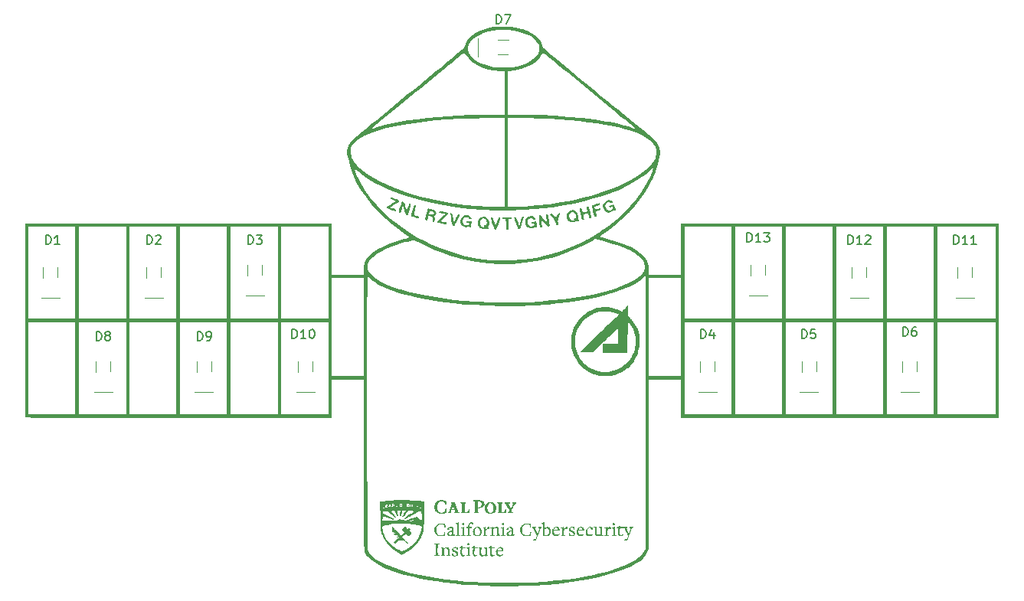
<source format=gbr>
%TF.GenerationSoftware,KiCad,Pcbnew,(6.0.1)*%
%TF.CreationDate,2022-05-20T13:53:27-07:00*%
%TF.ProjectId,Satellite_PCB,53617465-6c6c-4697-9465-5f5043422e6b,rev?*%
%TF.SameCoordinates,Original*%
%TF.FileFunction,Legend,Top*%
%TF.FilePolarity,Positive*%
%FSLAX46Y46*%
G04 Gerber Fmt 4.6, Leading zero omitted, Abs format (unit mm)*
G04 Created by KiCad (PCBNEW (6.0.1)) date 2022-05-20 13:53:27*
%MOMM*%
%LPD*%
G01*
G04 APERTURE LIST*
%ADD10C,0.150000*%
%ADD11C,0.120000*%
G04 APERTURE END LIST*
D10*
%TO.C,D5*%
X181354504Y-94457780D02*
X181354504Y-93457780D01*
X181592600Y-93457780D01*
X181735457Y-93505400D01*
X181830695Y-93600638D01*
X181878314Y-93695876D01*
X181925933Y-93886352D01*
X181925933Y-94029209D01*
X181878314Y-94219685D01*
X181830695Y-94314923D01*
X181735457Y-94410161D01*
X181592600Y-94457780D01*
X181354504Y-94457780D01*
X182830695Y-93457780D02*
X182354504Y-93457780D01*
X182306885Y-93933971D01*
X182354504Y-93886352D01*
X182449742Y-93838733D01*
X182687838Y-93838733D01*
X182783076Y-93886352D01*
X182830695Y-93933971D01*
X182878314Y-94029209D01*
X182878314Y-94267304D01*
X182830695Y-94362542D01*
X182783076Y-94410161D01*
X182687838Y-94457780D01*
X182449742Y-94457780D01*
X182354504Y-94410161D01*
X182306885Y-94362542D01*
%TO.C,D12*%
X186466314Y-84043780D02*
X186466314Y-83043780D01*
X186704409Y-83043780D01*
X186847266Y-83091400D01*
X186942504Y-83186638D01*
X186990123Y-83281876D01*
X187037742Y-83472352D01*
X187037742Y-83615209D01*
X186990123Y-83805685D01*
X186942504Y-83900923D01*
X186847266Y-83996161D01*
X186704409Y-84043780D01*
X186466314Y-84043780D01*
X187990123Y-84043780D02*
X187418695Y-84043780D01*
X187704409Y-84043780D02*
X187704409Y-83043780D01*
X187609171Y-83186638D01*
X187513933Y-83281876D01*
X187418695Y-83329495D01*
X188371076Y-83139019D02*
X188418695Y-83091400D01*
X188513933Y-83043780D01*
X188752028Y-83043780D01*
X188847266Y-83091400D01*
X188894885Y-83139019D01*
X188942504Y-83234257D01*
X188942504Y-83329495D01*
X188894885Y-83472352D01*
X188323457Y-84043780D01*
X188942504Y-84043780D01*
%TO.C,D1*%
X97788504Y-84043780D02*
X97788504Y-83043780D01*
X98026600Y-83043780D01*
X98169457Y-83091400D01*
X98264695Y-83186638D01*
X98312314Y-83281876D01*
X98359933Y-83472352D01*
X98359933Y-83615209D01*
X98312314Y-83805685D01*
X98264695Y-83900923D01*
X98169457Y-83996161D01*
X98026600Y-84043780D01*
X97788504Y-84043780D01*
X99312314Y-84043780D02*
X98740885Y-84043780D01*
X99026600Y-84043780D02*
X99026600Y-83043780D01*
X98931361Y-83186638D01*
X98836123Y-83281876D01*
X98740885Y-83329495D01*
%TO.C,D8*%
X103376504Y-94711780D02*
X103376504Y-93711780D01*
X103614600Y-93711780D01*
X103757457Y-93759400D01*
X103852695Y-93854638D01*
X103900314Y-93949876D01*
X103947933Y-94140352D01*
X103947933Y-94283209D01*
X103900314Y-94473685D01*
X103852695Y-94568923D01*
X103757457Y-94664161D01*
X103614600Y-94711780D01*
X103376504Y-94711780D01*
X104519361Y-94140352D02*
X104424123Y-94092733D01*
X104376504Y-94045114D01*
X104328885Y-93949876D01*
X104328885Y-93902257D01*
X104376504Y-93807019D01*
X104424123Y-93759400D01*
X104519361Y-93711780D01*
X104709838Y-93711780D01*
X104805076Y-93759400D01*
X104852695Y-93807019D01*
X104900314Y-93902257D01*
X104900314Y-93949876D01*
X104852695Y-94045114D01*
X104805076Y-94092733D01*
X104709838Y-94140352D01*
X104519361Y-94140352D01*
X104424123Y-94187971D01*
X104376504Y-94235590D01*
X104328885Y-94330828D01*
X104328885Y-94521304D01*
X104376504Y-94616542D01*
X104424123Y-94664161D01*
X104519361Y-94711780D01*
X104709838Y-94711780D01*
X104805076Y-94664161D01*
X104852695Y-94616542D01*
X104900314Y-94521304D01*
X104900314Y-94330828D01*
X104852695Y-94235590D01*
X104805076Y-94187971D01*
X104709838Y-94140352D01*
%TO.C,D6*%
X192530504Y-94203780D02*
X192530504Y-93203780D01*
X192768600Y-93203780D01*
X192911457Y-93251400D01*
X193006695Y-93346638D01*
X193054314Y-93441876D01*
X193101933Y-93632352D01*
X193101933Y-93775209D01*
X193054314Y-93965685D01*
X193006695Y-94060923D01*
X192911457Y-94156161D01*
X192768600Y-94203780D01*
X192530504Y-94203780D01*
X193959076Y-93203780D02*
X193768600Y-93203780D01*
X193673361Y-93251400D01*
X193625742Y-93299019D01*
X193530504Y-93441876D01*
X193482885Y-93632352D01*
X193482885Y-94013304D01*
X193530504Y-94108542D01*
X193578123Y-94156161D01*
X193673361Y-94203780D01*
X193863838Y-94203780D01*
X193959076Y-94156161D01*
X194006695Y-94108542D01*
X194054314Y-94013304D01*
X194054314Y-93775209D01*
X194006695Y-93679971D01*
X193959076Y-93632352D01*
X193863838Y-93584733D01*
X193673361Y-93584733D01*
X193578123Y-93632352D01*
X193530504Y-93679971D01*
X193482885Y-93775209D01*
%TO.C,D11*%
X198150314Y-84043780D02*
X198150314Y-83043780D01*
X198388409Y-83043780D01*
X198531266Y-83091400D01*
X198626504Y-83186638D01*
X198674123Y-83281876D01*
X198721742Y-83472352D01*
X198721742Y-83615209D01*
X198674123Y-83805685D01*
X198626504Y-83900923D01*
X198531266Y-83996161D01*
X198388409Y-84043780D01*
X198150314Y-84043780D01*
X199674123Y-84043780D02*
X199102695Y-84043780D01*
X199388409Y-84043780D02*
X199388409Y-83043780D01*
X199293171Y-83186638D01*
X199197933Y-83281876D01*
X199102695Y-83329495D01*
X200626504Y-84043780D02*
X200055076Y-84043780D01*
X200340790Y-84043780D02*
X200340790Y-83043780D01*
X200245552Y-83186638D01*
X200150314Y-83281876D01*
X200055076Y-83329495D01*
%TO.C,D2*%
X108964504Y-84043780D02*
X108964504Y-83043780D01*
X109202600Y-83043780D01*
X109345457Y-83091400D01*
X109440695Y-83186638D01*
X109488314Y-83281876D01*
X109535933Y-83472352D01*
X109535933Y-83615209D01*
X109488314Y-83805685D01*
X109440695Y-83900923D01*
X109345457Y-83996161D01*
X109202600Y-84043780D01*
X108964504Y-84043780D01*
X109916885Y-83139019D02*
X109964504Y-83091400D01*
X110059742Y-83043780D01*
X110297838Y-83043780D01*
X110393076Y-83091400D01*
X110440695Y-83139019D01*
X110488314Y-83234257D01*
X110488314Y-83329495D01*
X110440695Y-83472352D01*
X109869266Y-84043780D01*
X110488314Y-84043780D01*
%TO.C,D4*%
X170178504Y-94457780D02*
X170178504Y-93457780D01*
X170416600Y-93457780D01*
X170559457Y-93505400D01*
X170654695Y-93600638D01*
X170702314Y-93695876D01*
X170749933Y-93886352D01*
X170749933Y-94029209D01*
X170702314Y-94219685D01*
X170654695Y-94314923D01*
X170559457Y-94410161D01*
X170416600Y-94457780D01*
X170178504Y-94457780D01*
X171607076Y-93791114D02*
X171607076Y-94457780D01*
X171368980Y-93410161D02*
X171130885Y-94124447D01*
X171749933Y-94124447D01*
%TO.C,D10*%
X124998314Y-94457780D02*
X124998314Y-93457780D01*
X125236409Y-93457780D01*
X125379266Y-93505400D01*
X125474504Y-93600638D01*
X125522123Y-93695876D01*
X125569742Y-93886352D01*
X125569742Y-94029209D01*
X125522123Y-94219685D01*
X125474504Y-94314923D01*
X125379266Y-94410161D01*
X125236409Y-94457780D01*
X124998314Y-94457780D01*
X126522123Y-94457780D02*
X125950695Y-94457780D01*
X126236409Y-94457780D02*
X126236409Y-93457780D01*
X126141171Y-93600638D01*
X126045933Y-93695876D01*
X125950695Y-93743495D01*
X127141171Y-93457780D02*
X127236409Y-93457780D01*
X127331647Y-93505400D01*
X127379266Y-93553019D01*
X127426885Y-93648257D01*
X127474504Y-93838733D01*
X127474504Y-94076828D01*
X127426885Y-94267304D01*
X127379266Y-94362542D01*
X127331647Y-94410161D01*
X127236409Y-94457780D01*
X127141171Y-94457780D01*
X127045933Y-94410161D01*
X126998314Y-94362542D01*
X126950695Y-94267304D01*
X126903076Y-94076828D01*
X126903076Y-93838733D01*
X126950695Y-93648257D01*
X126998314Y-93553019D01*
X127045933Y-93505400D01*
X127141171Y-93457780D01*
%TO.C,D13*%
X175290314Y-83789780D02*
X175290314Y-82789780D01*
X175528409Y-82789780D01*
X175671266Y-82837400D01*
X175766504Y-82932638D01*
X175814123Y-83027876D01*
X175861742Y-83218352D01*
X175861742Y-83361209D01*
X175814123Y-83551685D01*
X175766504Y-83646923D01*
X175671266Y-83742161D01*
X175528409Y-83789780D01*
X175290314Y-83789780D01*
X176814123Y-83789780D02*
X176242695Y-83789780D01*
X176528409Y-83789780D02*
X176528409Y-82789780D01*
X176433171Y-82932638D01*
X176337933Y-83027876D01*
X176242695Y-83075495D01*
X177147457Y-82789780D02*
X177766504Y-82789780D01*
X177433171Y-83170733D01*
X177576028Y-83170733D01*
X177671266Y-83218352D01*
X177718885Y-83265971D01*
X177766504Y-83361209D01*
X177766504Y-83599304D01*
X177718885Y-83694542D01*
X177671266Y-83742161D01*
X177576028Y-83789780D01*
X177290314Y-83789780D01*
X177195076Y-83742161D01*
X177147457Y-83694542D01*
%TO.C,D9*%
X114552504Y-94711780D02*
X114552504Y-93711780D01*
X114790600Y-93711780D01*
X114933457Y-93759400D01*
X115028695Y-93854638D01*
X115076314Y-93949876D01*
X115123933Y-94140352D01*
X115123933Y-94283209D01*
X115076314Y-94473685D01*
X115028695Y-94568923D01*
X114933457Y-94664161D01*
X114790600Y-94711780D01*
X114552504Y-94711780D01*
X115600123Y-94711780D02*
X115790600Y-94711780D01*
X115885838Y-94664161D01*
X115933457Y-94616542D01*
X116028695Y-94473685D01*
X116076314Y-94283209D01*
X116076314Y-93902257D01*
X116028695Y-93807019D01*
X115981076Y-93759400D01*
X115885838Y-93711780D01*
X115695361Y-93711780D01*
X115600123Y-93759400D01*
X115552504Y-93807019D01*
X115504885Y-93902257D01*
X115504885Y-94140352D01*
X115552504Y-94235590D01*
X115600123Y-94283209D01*
X115695361Y-94330828D01*
X115885838Y-94330828D01*
X115981076Y-94283209D01*
X116028695Y-94235590D01*
X116076314Y-94140352D01*
%TO.C,D7*%
X147572504Y-59659780D02*
X147572504Y-58659780D01*
X147810600Y-58659780D01*
X147953457Y-58707400D01*
X148048695Y-58802638D01*
X148096314Y-58897876D01*
X148143933Y-59088352D01*
X148143933Y-59231209D01*
X148096314Y-59421685D01*
X148048695Y-59516923D01*
X147953457Y-59612161D01*
X147810600Y-59659780D01*
X147572504Y-59659780D01*
X148477266Y-58659780D02*
X149143933Y-58659780D01*
X148715361Y-59659780D01*
%TO.C,D3*%
X120140504Y-84043780D02*
X120140504Y-83043780D01*
X120378600Y-83043780D01*
X120521457Y-83091400D01*
X120616695Y-83186638D01*
X120664314Y-83281876D01*
X120711933Y-83472352D01*
X120711933Y-83615209D01*
X120664314Y-83805685D01*
X120616695Y-83900923D01*
X120521457Y-83996161D01*
X120378600Y-84043780D01*
X120140504Y-84043780D01*
X121045266Y-83043780D02*
X121664314Y-83043780D01*
X121330980Y-83424733D01*
X121473838Y-83424733D01*
X121569076Y-83472352D01*
X121616695Y-83519971D01*
X121664314Y-83615209D01*
X121664314Y-83853304D01*
X121616695Y-83948542D01*
X121569076Y-83996161D01*
X121473838Y-84043780D01*
X121188123Y-84043780D01*
X121092885Y-83996161D01*
X121045266Y-83948542D01*
D11*
%TO.C,D5*%
X182929100Y-98111400D02*
X182929100Y-97011400D01*
X181329100Y-96961400D02*
X181329100Y-98161400D01*
X181113100Y-100355400D02*
X183145100Y-100355400D01*
%TO.C,D12*%
X186664600Y-89941400D02*
X188696600Y-89941400D01*
X186880600Y-86547400D02*
X186880600Y-87747400D01*
X188480600Y-87697400D02*
X188480600Y-86597400D01*
%TO.C,G\u002A\u002A\u002A*%
G36*
X155886191Y-94181793D02*
G01*
X155939023Y-93923273D01*
X156026534Y-93615656D01*
X156138690Y-93318537D01*
X156274669Y-93033088D01*
X156433646Y-92760476D01*
X156614802Y-92501871D01*
X156817312Y-92258443D01*
X157040355Y-92031360D01*
X157283108Y-91821791D01*
X157544749Y-91630906D01*
X157557366Y-91622501D01*
X157728441Y-91517672D01*
X157918842Y-91416231D01*
X158120885Y-91321574D01*
X158326889Y-91237097D01*
X158529168Y-91166196D01*
X158701143Y-91116936D01*
X159017422Y-91051097D01*
X159334715Y-91012050D01*
X159651771Y-90999670D01*
X159967341Y-91013832D01*
X160280172Y-91054410D01*
X160589016Y-91121280D01*
X160892622Y-91214317D01*
X161189738Y-91333395D01*
X161278180Y-91374543D01*
X161459538Y-91461712D01*
X161535841Y-91395288D01*
X161580444Y-91355360D01*
X161622888Y-91315531D01*
X161652828Y-91285616D01*
X161674296Y-91263832D01*
X161711998Y-91226662D01*
X161762525Y-91177421D01*
X161822467Y-91119426D01*
X161888415Y-91055992D01*
X161922266Y-91023568D01*
X162151020Y-90804770D01*
X162140913Y-91364273D01*
X162130807Y-91923775D01*
X162297103Y-92089515D01*
X162363240Y-92157032D01*
X162432909Y-92230876D01*
X162499347Y-92303704D01*
X162555788Y-92368176D01*
X162574777Y-92390865D01*
X162767391Y-92646281D01*
X162936501Y-92914043D01*
X163081853Y-93192612D01*
X163203192Y-93480448D01*
X163300266Y-93776012D01*
X163372819Y-94077765D01*
X163420599Y-94384167D01*
X163443351Y-94693679D01*
X163440821Y-95004761D01*
X163412756Y-95315875D01*
X163358901Y-95625481D01*
X163279002Y-95932039D01*
X163198026Y-96169140D01*
X163116247Y-96364211D01*
X163016710Y-96566771D01*
X162903841Y-96769101D01*
X162782067Y-96963483D01*
X162655816Y-97142201D01*
X162595620Y-97219296D01*
X162533041Y-97292472D01*
X162455059Y-97377256D01*
X162366957Y-97468422D01*
X162274018Y-97560742D01*
X162181525Y-97648989D01*
X162094762Y-97727938D01*
X162019012Y-97792360D01*
X162005335Y-97803289D01*
X161742690Y-97993563D01*
X161468491Y-98159848D01*
X161184000Y-98301754D01*
X160890480Y-98418892D01*
X160589195Y-98510872D01*
X160281406Y-98577305D01*
X159968378Y-98617801D01*
X159651373Y-98631970D01*
X159354216Y-98621188D01*
X159040326Y-98584114D01*
X158730859Y-98520903D01*
X158427825Y-98432342D01*
X158133234Y-98319220D01*
X157849096Y-98182324D01*
X157577420Y-98022440D01*
X157320215Y-97840357D01*
X157279363Y-97808278D01*
X157039904Y-97600598D01*
X156818803Y-97374329D01*
X156617234Y-97131273D01*
X156436371Y-96873235D01*
X156277389Y-96602018D01*
X156141463Y-96319426D01*
X156029768Y-96027261D01*
X155955611Y-95776084D01*
X155887661Y-95457659D01*
X155846739Y-95138451D01*
X155832850Y-94819026D01*
X155838189Y-94689477D01*
X156293960Y-94689477D01*
X156295551Y-94986795D01*
X156323313Y-95279973D01*
X156376425Y-95567527D01*
X156454067Y-95847974D01*
X156555419Y-96119831D01*
X156679658Y-96381612D01*
X156825965Y-96631836D01*
X156993518Y-96869018D01*
X157181498Y-97091675D01*
X157389083Y-97298323D01*
X157615452Y-97487479D01*
X157859786Y-97657658D01*
X157974322Y-97727041D01*
X158206172Y-97849634D01*
X158443950Y-97951661D01*
X158691179Y-98034198D01*
X158951382Y-98098324D01*
X159228082Y-98145116D01*
X159408460Y-98165799D01*
X159476318Y-98170024D01*
X159562868Y-98172068D01*
X159659776Y-98172008D01*
X159758707Y-98169920D01*
X159851326Y-98165880D01*
X159917003Y-98161139D01*
X160220912Y-98120440D01*
X160515270Y-98054494D01*
X160799388Y-97963615D01*
X161072581Y-97848117D01*
X161334160Y-97708316D01*
X161583439Y-97544523D01*
X161819730Y-97357055D01*
X161963022Y-97225573D01*
X162173063Y-97003785D01*
X162359542Y-96768569D01*
X162522436Y-96519975D01*
X162661717Y-96258052D01*
X162777363Y-95982850D01*
X162869347Y-95694418D01*
X162937646Y-95392807D01*
X162963631Y-95231923D01*
X162972038Y-95150039D01*
X162977791Y-95047673D01*
X162980941Y-94931330D01*
X162981537Y-94807516D01*
X162979627Y-94682735D01*
X162975263Y-94563492D01*
X162968493Y-94456293D01*
X162959367Y-94367644D01*
X162956922Y-94350449D01*
X162898298Y-94047223D01*
X162816484Y-93757753D01*
X162711100Y-93481124D01*
X162581768Y-93216421D01*
X162428108Y-92962728D01*
X162317833Y-92807065D01*
X162273939Y-92749454D01*
X162230595Y-92694144D01*
X162193264Y-92648019D01*
X162170544Y-92621405D01*
X162121816Y-92567160D01*
X162120400Y-92634966D01*
X162119982Y-92656917D01*
X162119113Y-92704269D01*
X162117822Y-92775305D01*
X162116142Y-92868306D01*
X162114101Y-92981555D01*
X162111733Y-93113337D01*
X162109066Y-93261931D01*
X162106133Y-93425623D01*
X162102963Y-93602693D01*
X162099588Y-93791426D01*
X162096038Y-93990103D01*
X162092345Y-94197007D01*
X162088957Y-94386978D01*
X162085137Y-94598423D01*
X162081357Y-94802298D01*
X162077652Y-94996965D01*
X162074057Y-95180788D01*
X162070606Y-95352130D01*
X162067337Y-95509355D01*
X162064283Y-95650826D01*
X162061481Y-95774907D01*
X162058965Y-95879961D01*
X162056770Y-95964351D01*
X162054933Y-96026442D01*
X162053488Y-96064596D01*
X162052515Y-96077177D01*
X162038427Y-96077754D01*
X161999443Y-96077828D01*
X161937786Y-96077438D01*
X161855673Y-96076622D01*
X161755326Y-96075419D01*
X161638965Y-96073866D01*
X161508810Y-96072004D01*
X161367081Y-96069871D01*
X161215998Y-96067504D01*
X161057781Y-96064943D01*
X160894651Y-96062227D01*
X160728827Y-96059393D01*
X160562530Y-96056481D01*
X160397979Y-96053529D01*
X160237395Y-96050576D01*
X160082998Y-96047661D01*
X159937009Y-96044821D01*
X159801646Y-96042096D01*
X159679131Y-96039524D01*
X159571683Y-96037144D01*
X159481522Y-96034994D01*
X159410870Y-96033114D01*
X159361945Y-96031541D01*
X159336968Y-96030314D01*
X159334145Y-96029904D01*
X159333320Y-96015762D01*
X159332938Y-95977513D01*
X159332982Y-95918167D01*
X159333433Y-95840735D01*
X159334273Y-95748228D01*
X159335484Y-95643656D01*
X159337048Y-95530031D01*
X159337196Y-95520097D01*
X159344767Y-95014945D01*
X159569860Y-95015262D01*
X159632184Y-95015627D01*
X159717450Y-95016541D01*
X159821485Y-95017939D01*
X159940116Y-95019753D01*
X160069169Y-95021920D01*
X160204470Y-95024372D01*
X160341848Y-95027046D01*
X160411207Y-95028470D01*
X160537876Y-95030956D01*
X160656101Y-95032959D01*
X160763145Y-95034455D01*
X160856271Y-95035422D01*
X160932743Y-95035836D01*
X160989825Y-95035673D01*
X161024781Y-95034911D01*
X161035019Y-95033817D01*
X161036516Y-95019400D01*
X161038331Y-94980638D01*
X161040412Y-94920304D01*
X161042708Y-94841171D01*
X161045168Y-94746014D01*
X161047741Y-94637607D01*
X161050374Y-94518723D01*
X161053018Y-94392137D01*
X161055620Y-94260621D01*
X161058129Y-94126951D01*
X161060494Y-93993900D01*
X161062663Y-93864241D01*
X161064586Y-93740748D01*
X161066211Y-93626197D01*
X161067487Y-93523359D01*
X161068362Y-93435010D01*
X161068784Y-93363923D01*
X161068704Y-93312871D01*
X161068069Y-93284630D01*
X161067465Y-93279825D01*
X161056343Y-93286386D01*
X161029944Y-93308708D01*
X160992140Y-93343345D01*
X160946807Y-93386854D01*
X160943834Y-93389768D01*
X160919610Y-93413405D01*
X160877164Y-93454669D01*
X160817767Y-93512327D01*
X160742689Y-93585150D01*
X160653203Y-93671904D01*
X160550579Y-93771359D01*
X160436087Y-93882284D01*
X160311001Y-94003446D01*
X160176589Y-94133614D01*
X160034124Y-94271557D01*
X159884877Y-94416044D01*
X159730119Y-94565843D01*
X159571120Y-94719721D01*
X159525797Y-94763581D01*
X158225995Y-96021376D01*
X157733787Y-96011414D01*
X157608138Y-96008761D01*
X157480057Y-96005858D01*
X157354801Y-96002837D01*
X157237629Y-95999833D01*
X157133797Y-95996977D01*
X157048566Y-95994404D01*
X157007366Y-95993008D01*
X156773153Y-95984565D01*
X158938377Y-93898127D01*
X159142605Y-93701287D01*
X159341612Y-93509396D01*
X159534520Y-93323304D01*
X159720449Y-93143861D01*
X159898522Y-92971917D01*
X160067859Y-92808324D01*
X160227582Y-92653933D01*
X160376813Y-92509592D01*
X160514672Y-92376154D01*
X160640282Y-92254468D01*
X160752762Y-92145386D01*
X160851236Y-92049757D01*
X160934824Y-91968433D01*
X161002647Y-91902264D01*
X161053827Y-91852100D01*
X161087486Y-91818792D01*
X161102744Y-91803190D01*
X161103602Y-91802092D01*
X161091484Y-91791911D01*
X161057902Y-91774521D01*
X161007010Y-91751612D01*
X160942964Y-91724876D01*
X160869919Y-91696004D01*
X160792031Y-91666685D01*
X160713456Y-91638612D01*
X160646700Y-91616171D01*
X160421341Y-91551679D01*
X160196858Y-91505477D01*
X159966969Y-91476710D01*
X159725396Y-91464526D01*
X159539062Y-91465584D01*
X159236783Y-91486490D01*
X158943593Y-91532944D01*
X158659296Y-91605013D01*
X158383699Y-91702761D01*
X158116607Y-91826253D01*
X157857825Y-91975555D01*
X157704487Y-92078959D01*
X157466296Y-92264964D01*
X157247876Y-92468935D01*
X157049954Y-92689525D01*
X156873260Y-92925386D01*
X156718519Y-93175172D01*
X156586460Y-93437537D01*
X156477811Y-93711134D01*
X156393300Y-93994615D01*
X156333653Y-94286634D01*
X156299599Y-94585845D01*
X156293960Y-94689477D01*
X155838189Y-94689477D01*
X155845999Y-94499951D01*
X155886191Y-94181793D01*
G37*
%TO.C,D1*%
X99072600Y-87697400D02*
X99072600Y-86597400D01*
X97256600Y-89941400D02*
X99288600Y-89941400D01*
X97472600Y-86547400D02*
X97472600Y-87747400D01*
%TO.C,G\u002A\u002A\u002A*%
G36*
X138594184Y-79708897D02*
G01*
X138652662Y-79725981D01*
X138686484Y-79758811D01*
X138695335Y-79822230D01*
X138678904Y-79931075D01*
X138636874Y-80100186D01*
X138581732Y-80299066D01*
X138531778Y-80489424D01*
X138496528Y-80649750D01*
X138480500Y-80757897D01*
X138481922Y-80788352D01*
X138534913Y-80827951D01*
X138651164Y-80872972D01*
X138783670Y-80908431D01*
X138938128Y-80946795D01*
X139020769Y-80982046D01*
X139050084Y-81024934D01*
X139049181Y-81062774D01*
X139022832Y-81137912D01*
X138961811Y-81164267D01*
X138845374Y-81147149D01*
X138783603Y-81130721D01*
X138644496Y-81091090D01*
X138469886Y-81040757D01*
X138380552Y-81014803D01*
X138288244Y-80990193D01*
X138222369Y-80969145D01*
X138182290Y-80938371D01*
X138167370Y-80884580D01*
X138176978Y-80794483D01*
X138210476Y-80654789D01*
X138267228Y-80452207D01*
X138341236Y-80192480D01*
X138403545Y-79975535D01*
X138449472Y-79832510D01*
X138486487Y-79749126D01*
X138522058Y-79711105D01*
X138563654Y-79704165D01*
X138594184Y-79708897D01*
G37*
G36*
X145597470Y-81326337D02*
G01*
X145724796Y-81162877D01*
X145897686Y-81046062D01*
X146108371Y-80990555D01*
X146308992Y-81002057D01*
X146499120Y-81082155D01*
X146648711Y-81227236D01*
X146750423Y-81417155D01*
X146796907Y-81631769D01*
X146780816Y-81850933D01*
X146694804Y-82054506D01*
X146693540Y-82056433D01*
X146654592Y-82136471D01*
X146679239Y-82192051D01*
X146700090Y-82211028D01*
X146743963Y-82275497D01*
X146717314Y-82331840D01*
X146640194Y-82390052D01*
X146570156Y-82362819D01*
X146566011Y-82358721D01*
X146506742Y-82341652D01*
X146381512Y-82328399D01*
X146215719Y-82321498D01*
X146189833Y-82321175D01*
X146013043Y-82317528D01*
X145899556Y-82303993D01*
X145821310Y-82270974D01*
X145750245Y-82208877D01*
X145699127Y-82153393D01*
X145566536Y-81949970D01*
X145510574Y-81734545D01*
X145512443Y-81703726D01*
X145779943Y-81703726D01*
X145807174Y-81873656D01*
X145889029Y-82018828D01*
X145994292Y-82101504D01*
X146125281Y-82147538D01*
X146208298Y-82129275D01*
X146232705Y-82049521D01*
X146231599Y-82038928D01*
X146246098Y-81939630D01*
X146307284Y-81902538D01*
X146384408Y-81935581D01*
X146436477Y-81959275D01*
X146477991Y-81913328D01*
X146500967Y-81860583D01*
X146538151Y-81673489D01*
X146511309Y-81495101D01*
X146431309Y-81345210D01*
X146309015Y-81243606D01*
X146155293Y-81210078D01*
X146144186Y-81210749D01*
X145989459Y-81262549D01*
X145874741Y-81376456D01*
X145803683Y-81530753D01*
X145779943Y-81703726D01*
X145512443Y-81703726D01*
X145512584Y-81701393D01*
X145523474Y-81521781D01*
X145597470Y-81326337D01*
G37*
G36*
X160169398Y-79198334D02*
G01*
X160302831Y-79253957D01*
X160407096Y-79326378D01*
X160453143Y-79399592D01*
X160453440Y-79405574D01*
X160414889Y-79451188D01*
X160322136Y-79466830D01*
X160207959Y-79450495D01*
X160142890Y-79424557D01*
X159984793Y-79385050D01*
X159835141Y-79422661D01*
X159713763Y-79523854D01*
X159640494Y-79675090D01*
X159627873Y-79776096D01*
X159657045Y-79987057D01*
X159738808Y-80153935D01*
X159858500Y-80268285D01*
X160001462Y-80321660D01*
X160153034Y-80305617D01*
X160298556Y-80211711D01*
X160328410Y-80179638D01*
X160404463Y-80080928D01*
X160445806Y-80008004D01*
X160448283Y-79996509D01*
X160411345Y-79940153D01*
X160316530Y-79925233D01*
X160209192Y-79949204D01*
X160116508Y-79970553D01*
X160070693Y-79936960D01*
X160063022Y-79919311D01*
X160057160Y-79839701D01*
X160071476Y-79813852D01*
X160129361Y-79784457D01*
X160237172Y-79743061D01*
X160364576Y-79699730D01*
X160481238Y-79664535D01*
X160556821Y-79647544D01*
X160569408Y-79648578D01*
X160589403Y-79693851D01*
X160631674Y-79802465D01*
X160687453Y-79951834D01*
X160693073Y-79967152D01*
X160750332Y-80126468D01*
X160777159Y-80220287D01*
X160774645Y-80268865D01*
X160743877Y-80292463D01*
X160711147Y-80303416D01*
X160614064Y-80301601D01*
X160578535Y-80270165D01*
X160539464Y-80240892D01*
X160486656Y-80284274D01*
X160463665Y-80314784D01*
X160338540Y-80426409D01*
X160161831Y-80508969D01*
X159972583Y-80544967D01*
X159949179Y-80545315D01*
X159823963Y-80518221D01*
X159687588Y-80453155D01*
X159667740Y-80440068D01*
X159485968Y-80264600D01*
X159385221Y-80047094D01*
X159365216Y-79786924D01*
X159366173Y-79774649D01*
X159426736Y-79538086D01*
X159557595Y-79352903D01*
X159747594Y-79229080D01*
X159985579Y-79176595D01*
X160035850Y-79175516D01*
X160169398Y-79198334D01*
G37*
G36*
X144477481Y-80867016D02*
G01*
X144649899Y-80948987D01*
X144776787Y-81076471D01*
X144827077Y-81191216D01*
X144827443Y-81256307D01*
X144768039Y-81279180D01*
X144720174Y-81280432D01*
X144606634Y-81252133D01*
X144562316Y-81187790D01*
X144490172Y-81099602D01*
X144351127Y-81054985D01*
X144196573Y-81055292D01*
X144056342Y-81111770D01*
X143951385Y-81231409D01*
X143888123Y-81390673D01*
X143872979Y-81566032D01*
X143912375Y-81733952D01*
X143982055Y-81841376D01*
X144114033Y-81931314D01*
X144270863Y-81964413D01*
X144419399Y-81938200D01*
X144503473Y-81880273D01*
X144571795Y-81778954D01*
X144557266Y-81714811D01*
X144460392Y-81689534D01*
X144446389Y-81689210D01*
X144320159Y-81667316D01*
X144274399Y-81603630D01*
X144286837Y-81539861D01*
X144327246Y-81502883D01*
X144421342Y-81490341D01*
X144572881Y-81498217D01*
X144714588Y-81511539D01*
X144811921Y-81522271D01*
X144840064Y-81526994D01*
X144839832Y-81571719D01*
X144833126Y-81684343D01*
X144821354Y-81841737D01*
X144819566Y-81863786D01*
X144803495Y-82034632D01*
X144784893Y-82133622D01*
X144755836Y-82180103D01*
X144708399Y-82193425D01*
X144684419Y-82193824D01*
X144596960Y-82167723D01*
X144576962Y-82123186D01*
X144568171Y-82080425D01*
X144524619Y-82083482D01*
X144442185Y-82122010D01*
X144309010Y-82173607D01*
X144178559Y-82179405D01*
X144009698Y-82141004D01*
X144003240Y-82139076D01*
X143822143Y-82041459D01*
X143692851Y-81884289D01*
X143619485Y-81685949D01*
X143606170Y-81464826D01*
X143657029Y-81239304D01*
X143759098Y-81050490D01*
X143900341Y-80922297D01*
X144081373Y-80850861D01*
X144280863Y-80833371D01*
X144477481Y-80867016D01*
G37*
G36*
X142574930Y-80599627D02*
G01*
X142647434Y-80622943D01*
X142698010Y-80659514D01*
X142733730Y-80726293D01*
X142761664Y-80840231D01*
X142788888Y-81018281D01*
X142806887Y-81155668D01*
X142833481Y-81340340D01*
X142859803Y-81485090D01*
X142881957Y-81570115D01*
X142891212Y-81584268D01*
X142921315Y-81545590D01*
X142979625Y-81440872D01*
X143056929Y-81287423D01*
X143121137Y-81152265D01*
X143217151Y-80952360D01*
X143288865Y-80823443D01*
X143345942Y-80751679D01*
X143398047Y-80723237D01*
X143422473Y-80720886D01*
X143514697Y-80733008D01*
X143550740Y-80749785D01*
X143542217Y-80799386D01*
X143497562Y-80911207D01*
X143425679Y-81067978D01*
X143335472Y-81252421D01*
X143235843Y-81447262D01*
X143135695Y-81635226D01*
X143043931Y-81799038D01*
X142969455Y-81921425D01*
X142921170Y-81985110D01*
X142911396Y-81990311D01*
X142828851Y-81973946D01*
X142787860Y-81963551D01*
X142759082Y-81951851D01*
X142734572Y-81926372D01*
X142711227Y-81875375D01*
X142685943Y-81787126D01*
X142655616Y-81649886D01*
X142617142Y-81451919D01*
X142567417Y-81181487D01*
X142537879Y-81018270D01*
X142456723Y-80568860D01*
X142574930Y-80599627D01*
G37*
G36*
X148025328Y-81090569D02*
G01*
X148045149Y-81129560D01*
X148035288Y-81160886D01*
X148008034Y-81231958D01*
X147956452Y-81370278D01*
X147887439Y-81557225D01*
X147807890Y-81774180D01*
X147790720Y-81821187D01*
X147703269Y-82056648D01*
X147637944Y-82218846D01*
X147587475Y-82321030D01*
X147544598Y-82376446D01*
X147502046Y-82398344D01*
X147472752Y-82400899D01*
X147381792Y-82387017D01*
X147346401Y-82365532D01*
X147323904Y-82307164D01*
X147282167Y-82182059D01*
X147227275Y-82010092D01*
X147165313Y-81811136D01*
X147102368Y-81605065D01*
X147044526Y-81411753D01*
X146997871Y-81251074D01*
X146968490Y-81142901D01*
X146961447Y-81108396D01*
X147000498Y-81082133D01*
X147085312Y-81081033D01*
X147145339Y-81095430D01*
X147190821Y-81132384D01*
X147231415Y-81209153D01*
X147276781Y-81342994D01*
X147324683Y-81508746D01*
X147377896Y-81696789D01*
X147423488Y-81855658D01*
X147454654Y-81961744D01*
X147462619Y-81987366D01*
X147484098Y-81973901D01*
X147525947Y-81887482D01*
X147581997Y-81742585D01*
X147642008Y-81566344D01*
X147711287Y-81354900D01*
X147762106Y-81215617D01*
X147803454Y-81133505D01*
X147844318Y-81093578D01*
X147893687Y-81080848D01*
X147933624Y-81080050D01*
X148025328Y-81090569D01*
G37*
G36*
X155445027Y-80589642D02*
G01*
X155579290Y-80416819D01*
X155777311Y-80306992D01*
X155832446Y-80291139D01*
X156080664Y-80269647D01*
X156295123Y-80327129D01*
X156466099Y-80454418D01*
X156583868Y-80642338D01*
X156638704Y-80881719D01*
X156637012Y-81050022D01*
X156629925Y-81207979D01*
X156647350Y-81297897D01*
X156682130Y-81335411D01*
X156732542Y-81398262D01*
X156715196Y-81464570D01*
X156647809Y-81505509D01*
X156578958Y-81503278D01*
X156458270Y-81503535D01*
X156339202Y-81541743D01*
X156214989Y-81581068D01*
X156050335Y-81604118D01*
X155972007Y-81606770D01*
X155801878Y-81593205D01*
X155678921Y-81546712D01*
X155599190Y-81488091D01*
X155456293Y-81306986D01*
X155383726Y-81072443D01*
X155381404Y-80847274D01*
X155634003Y-80847274D01*
X155656853Y-81065942D01*
X155661757Y-81089829D01*
X155730334Y-81244979D01*
X155847520Y-81357955D01*
X155989955Y-81415872D01*
X156134278Y-81405846D01*
X156187488Y-81379807D01*
X156230801Y-81334871D01*
X156198084Y-81296998D01*
X156159706Y-81231960D01*
X156182132Y-81161895D01*
X156246045Y-81125680D01*
X156281038Y-81130054D01*
X156360192Y-81124610D01*
X156392220Y-81042639D01*
X156376510Y-80886252D01*
X156365572Y-80837890D01*
X156286429Y-80649586D01*
X156166064Y-80526052D01*
X156019845Y-80474198D01*
X155863144Y-80500932D01*
X155760395Y-80565867D01*
X155667535Y-80685800D01*
X155634003Y-80847274D01*
X155381404Y-80847274D01*
X155381381Y-80845069D01*
X155381100Y-80817785D01*
X155445027Y-80589642D01*
G37*
G36*
X154555709Y-80543933D02*
G01*
X154602942Y-80546966D01*
X154628447Y-80565024D01*
X154630464Y-80613051D01*
X154607240Y-80705987D01*
X154557019Y-80858780D01*
X154499067Y-81025984D01*
X154432084Y-81226046D01*
X154394268Y-81367887D01*
X154381534Y-81478389D01*
X154389795Y-81584433D01*
X154403137Y-81657134D01*
X154427099Y-81787046D01*
X154437928Y-81872596D01*
X154436517Y-81890846D01*
X154387943Y-81906995D01*
X154301006Y-81928843D01*
X154226269Y-81939743D01*
X154185411Y-81913920D01*
X154161816Y-81830798D01*
X154148339Y-81739775D01*
X154126168Y-81604296D01*
X154094285Y-81493215D01*
X154041280Y-81384314D01*
X153955743Y-81255375D01*
X153826265Y-81084180D01*
X153783554Y-81029442D01*
X153541418Y-80720086D01*
X153664764Y-80690270D01*
X153730802Y-80680263D01*
X153789008Y-80694329D01*
X153853835Y-80744373D01*
X153939741Y-80842301D01*
X154061178Y-81000018D01*
X154094033Y-81043835D01*
X154212002Y-81201493D01*
X154293515Y-80929031D01*
X154357038Y-80737026D01*
X154414488Y-80619243D01*
X154476488Y-80560077D01*
X154553667Y-80543922D01*
X154555709Y-80543933D01*
G37*
G36*
X153191935Y-80760457D02*
G01*
X153237933Y-80760877D01*
X153272340Y-80769617D01*
X153298932Y-80799282D01*
X153321488Y-80862477D01*
X153343783Y-80971809D01*
X153369596Y-81139884D01*
X153402702Y-81379307D01*
X153423795Y-81534288D01*
X153449341Y-81730981D01*
X153467641Y-81890509D01*
X153476626Y-81993540D01*
X153475974Y-82022146D01*
X153427207Y-82040951D01*
X153347134Y-82062669D01*
X153291275Y-82067786D01*
X153234523Y-82046851D01*
X153163926Y-81988741D01*
X153066533Y-81882334D01*
X152929394Y-81716511D01*
X152896231Y-81675453D01*
X152764727Y-81513957D01*
X152655967Y-81383548D01*
X152581457Y-81297806D01*
X152552786Y-81270168D01*
X152553747Y-81317812D01*
X152564881Y-81436944D01*
X152584067Y-81608516D01*
X152609179Y-81813481D01*
X152636807Y-82023377D01*
X152643285Y-82124884D01*
X152610319Y-82164758D01*
X152526912Y-82170894D01*
X152439346Y-82159028D01*
X152395470Y-82107735D01*
X152372588Y-81998228D01*
X152341974Y-81760840D01*
X152315781Y-81520068D01*
X152295458Y-81294370D01*
X152282462Y-81102207D01*
X152278243Y-80962037D01*
X152284255Y-80892321D01*
X152285366Y-80890105D01*
X152349305Y-80854120D01*
X152419495Y-80845086D01*
X152485524Y-80867254D01*
X152573098Y-80938793D01*
X152691463Y-81068779D01*
X152849869Y-81266291D01*
X152853875Y-81271465D01*
X153183073Y-81696926D01*
X153154161Y-81499612D01*
X153132985Y-81338143D01*
X153110560Y-81141770D01*
X153099271Y-81030860D01*
X153086607Y-80880349D01*
X153090334Y-80799360D01*
X153117783Y-80766496D01*
X153176286Y-80760362D01*
X153191935Y-80760457D01*
G37*
G36*
X137279156Y-79309754D02*
G01*
X137348443Y-79358232D01*
X137407659Y-79454616D01*
X137464387Y-79612114D01*
X137526209Y-79843933D01*
X137540283Y-79902178D01*
X137589160Y-80099220D01*
X137630999Y-80253709D01*
X137661333Y-80350102D01*
X137675650Y-80373008D01*
X137747470Y-80124606D01*
X137819653Y-79901450D01*
X137886613Y-79718568D01*
X137942771Y-79590982D01*
X137982542Y-79533720D01*
X137988111Y-79532030D01*
X138060161Y-79540551D01*
X138104796Y-79570762D01*
X138122014Y-79635115D01*
X138111812Y-79746060D01*
X138074187Y-79916050D01*
X138009136Y-80157537D01*
X137987959Y-80232765D01*
X137923181Y-80455355D01*
X137865243Y-80642561D01*
X137819264Y-80778709D01*
X137790368Y-80848123D01*
X137785077Y-80853756D01*
X137728579Y-80834084D01*
X137647842Y-80795452D01*
X137593749Y-80753716D01*
X137545679Y-80679675D01*
X137496569Y-80557223D01*
X137439350Y-80370255D01*
X137402370Y-80235964D01*
X137267164Y-79733871D01*
X137133747Y-80153670D01*
X137060315Y-80367632D01*
X136997480Y-80502253D01*
X136936452Y-80567481D01*
X136868444Y-80573264D01*
X136795294Y-80536717D01*
X136787639Y-80482011D01*
X136807301Y-80361561D01*
X136848116Y-80194631D01*
X136903922Y-80000492D01*
X136968554Y-79798409D01*
X137035849Y-79607649D01*
X137099643Y-79447479D01*
X137153771Y-79337166D01*
X137192073Y-79295976D01*
X137192215Y-79295976D01*
X137279156Y-79309754D01*
G37*
G36*
X151567669Y-80951078D02*
G01*
X151748039Y-81019268D01*
X151881065Y-81144371D01*
X151883606Y-81148270D01*
X151928531Y-81233144D01*
X151916857Y-81280512D01*
X151890159Y-81300518D01*
X151788640Y-81338192D01*
X151701340Y-81299592D01*
X151653548Y-81249569D01*
X151533006Y-81170187D01*
X151382622Y-81158311D01*
X151232599Y-81212584D01*
X151159601Y-81271781D01*
X151069898Y-81422998D01*
X151043815Y-81601491D01*
X151075372Y-81782092D01*
X151158592Y-81939631D01*
X151287496Y-82048938D01*
X151349996Y-82073375D01*
X151485857Y-82074062D01*
X151633539Y-82024192D01*
X151746566Y-81940919D01*
X151760974Y-81921688D01*
X151797273Y-81824610D01*
X151752489Y-81768555D01*
X151643891Y-81752021D01*
X151524455Y-81733863D01*
X151470776Y-81675417D01*
X151467729Y-81665014D01*
X151466908Y-81616280D01*
X151507381Y-81585815D01*
X151607713Y-81565443D01*
X151722176Y-81552935D01*
X151869037Y-81540774D01*
X151973002Y-81535750D01*
X152008318Y-81538111D01*
X152016995Y-81585820D01*
X152030530Y-81700927D01*
X152046182Y-81859777D01*
X152048118Y-81881184D01*
X152061687Y-82051908D01*
X152061843Y-82151028D01*
X152045015Y-82197778D01*
X152007634Y-82211387D01*
X151986713Y-82211866D01*
X151899007Y-82178699D01*
X151868166Y-82137667D01*
X151840307Y-82095531D01*
X151796765Y-82120412D01*
X151757341Y-82165431D01*
X151636355Y-82248296D01*
X151466439Y-82287584D01*
X151280050Y-82281244D01*
X151109644Y-82227216D01*
X151077154Y-82208491D01*
X150911665Y-82052534D01*
X150809708Y-81851322D01*
X150773060Y-81626936D01*
X150803501Y-81401458D01*
X150902807Y-81196971D01*
X150987971Y-81100949D01*
X151163087Y-80990621D01*
X151364503Y-80941096D01*
X151567669Y-80951078D01*
G37*
G36*
X159017196Y-79498222D02*
G01*
X159032403Y-79546413D01*
X159042598Y-79597975D01*
X159036203Y-79649637D01*
X158986041Y-79693578D01*
X158875554Y-79740062D01*
X158745995Y-79781899D01*
X158593024Y-79832675D01*
X158481448Y-79877304D01*
X158433491Y-79906802D01*
X158433052Y-79908446D01*
X158440694Y-79971388D01*
X158460828Y-80078036D01*
X158491602Y-80172388D01*
X158542549Y-80195724D01*
X158588988Y-80185298D01*
X158799130Y-80120378D01*
X158938410Y-80081566D01*
X159022791Y-80066520D01*
X159068240Y-80072893D01*
X159090716Y-80098346D01*
X159095941Y-80110875D01*
X159115420Y-80182351D01*
X159097856Y-80231319D01*
X159027259Y-80271825D01*
X158887640Y-80317917D01*
X158846389Y-80330108D01*
X158703707Y-80376502D01*
X158604256Y-80417530D01*
X158571303Y-80441893D01*
X158583077Y-80500312D01*
X158613469Y-80615362D01*
X158637102Y-80697924D01*
X158674577Y-80826422D01*
X158698723Y-80911073D01*
X158703606Y-80929722D01*
X158666084Y-80947411D01*
X158574989Y-80980405D01*
X158572658Y-80981195D01*
X158441277Y-81025713D01*
X158277606Y-80406007D01*
X158221169Y-80180387D01*
X158178619Y-79986529D01*
X158153206Y-79841284D01*
X158148177Y-79761503D01*
X158151614Y-79752349D01*
X158206184Y-79727822D01*
X158322029Y-79687968D01*
X158475943Y-79639602D01*
X158644719Y-79589537D01*
X158805153Y-79544585D01*
X158934038Y-79511561D01*
X159008168Y-79497276D01*
X159017196Y-79498222D01*
G37*
G36*
X157753393Y-79871656D02*
G01*
X157790977Y-79933479D01*
X157837286Y-80056667D01*
X157896224Y-80251251D01*
X157953429Y-80458861D01*
X158012077Y-80683561D01*
X158058803Y-80875047D01*
X158089868Y-81016972D01*
X158101531Y-81092985D01*
X158100315Y-81101016D01*
X158044054Y-81120679D01*
X157970247Y-81132389D01*
X157904966Y-81128997D01*
X157860741Y-81088613D01*
X157823030Y-80991152D01*
X157796227Y-80892008D01*
X157759788Y-80753046D01*
X157732428Y-80655879D01*
X157722326Y-80626490D01*
X157676681Y-80628951D01*
X157569063Y-80649657D01*
X157466847Y-80673430D01*
X157336964Y-80709278D01*
X157259996Y-80751791D01*
X157227070Y-80821293D01*
X157229314Y-80938110D01*
X157257854Y-81122565D01*
X157261513Y-81143781D01*
X157277602Y-81263471D01*
X157262939Y-81321993D01*
X157205890Y-81347524D01*
X157174839Y-81353684D01*
X157093005Y-81356993D01*
X157046432Y-81312790D01*
X157012889Y-81210045D01*
X156984456Y-81094556D01*
X156942698Y-80918166D01*
X156894258Y-80709132D01*
X156864367Y-80578119D01*
X156818043Y-80365513D01*
X156793466Y-80225513D01*
X156789373Y-80142302D01*
X156804503Y-80100066D01*
X156825173Y-80086662D01*
X156927525Y-80064744D01*
X156995192Y-80101155D01*
X157043669Y-80209146D01*
X157065002Y-80291719D01*
X157101523Y-80421276D01*
X157137694Y-80504397D01*
X157155444Y-80520934D01*
X157236902Y-80511087D01*
X157357923Y-80485848D01*
X157488141Y-80453026D01*
X157597196Y-80420430D01*
X157654721Y-80395865D01*
X157657494Y-80391836D01*
X157646813Y-80336238D01*
X157619686Y-80221487D01*
X157595429Y-80125029D01*
X157563007Y-79984161D01*
X157558728Y-79910930D01*
X157582507Y-79886082D01*
X157594329Y-79885172D01*
X157692418Y-79870096D01*
X157720624Y-79861166D01*
X157753393Y-79871656D01*
G37*
G36*
X139958256Y-80276977D02*
G01*
X139989323Y-80157116D01*
X140005556Y-80104190D01*
X140006060Y-80103448D01*
X140054421Y-80105300D01*
X140169177Y-80124882D01*
X140327969Y-80158232D01*
X140372343Y-80168353D01*
X140630465Y-80245218D01*
X140805404Y-80339650D01*
X140904576Y-80457411D01*
X140935399Y-80604262D01*
X140935388Y-80605734D01*
X140906223Y-80727071D01*
X140836300Y-80840523D01*
X140748980Y-80913922D01*
X140703118Y-80925580D01*
X140691165Y-80957395D01*
X140726876Y-81034807D01*
X140728812Y-81037844D01*
X140772414Y-81136651D01*
X140777326Y-81258476D01*
X140761236Y-81369345D01*
X140731867Y-81500834D01*
X140697319Y-81562513D01*
X140642819Y-81575432D01*
X140618575Y-81572679D01*
X140558556Y-81553636D01*
X140528233Y-81504065D01*
X140518263Y-81399988D01*
X140518034Y-81314706D01*
X140508778Y-81143375D01*
X140465780Y-81038896D01*
X140371758Y-80978243D01*
X140239869Y-80944159D01*
X140072968Y-80911462D01*
X140017673Y-81166613D01*
X139983861Y-81309872D01*
X139952629Y-81382382D01*
X139909040Y-81403067D01*
X139840259Y-81391372D01*
X139748728Y-81367569D01*
X139710747Y-81355923D01*
X139717211Y-81312276D01*
X139740953Y-81199373D01*
X139777385Y-81036669D01*
X139821918Y-80843622D01*
X139869965Y-80639687D01*
X139878815Y-80602882D01*
X140151398Y-80602882D01*
X140161553Y-80692354D01*
X140241653Y-80741033D01*
X140248911Y-80743214D01*
X140453463Y-80781195D01*
X140594999Y-80758266D01*
X140660483Y-80696782D01*
X140686016Y-80576469D01*
X140627074Y-80476270D01*
X140489736Y-80404126D01*
X140423153Y-80386736D01*
X140292352Y-80368482D01*
X140216475Y-80394740D01*
X140174316Y-80482376D01*
X140151398Y-80602882D01*
X139878815Y-80602882D01*
X139879386Y-80600508D01*
X139916941Y-80444320D01*
X139958256Y-80276977D01*
G37*
G36*
X135968298Y-78868185D02*
G01*
X136089102Y-78902247D01*
X136257147Y-78957138D01*
X136412872Y-79012195D01*
X136616666Y-79087374D01*
X136747755Y-79140575D01*
X136819375Y-79180826D01*
X136844766Y-79217155D01*
X136837165Y-79258592D01*
X136821606Y-79290976D01*
X136760639Y-79358591D01*
X136639027Y-79456698D01*
X136475729Y-79570950D01*
X136329408Y-79663379D01*
X136153111Y-79772017D01*
X136008600Y-79865512D01*
X135912317Y-79932935D01*
X135880643Y-79961670D01*
X135914408Y-79991834D01*
X136015053Y-80039181D01*
X136162051Y-80094269D01*
X136187785Y-80102933D01*
X136362287Y-80166614D01*
X136462514Y-80219947D01*
X136503483Y-80271977D01*
X136506636Y-80294988D01*
X136489974Y-80377095D01*
X136471444Y-80401414D01*
X136417458Y-80394581D01*
X136296182Y-80360823D01*
X136125740Y-80305658D01*
X135929695Y-80236584D01*
X135709016Y-80153573D01*
X135562926Y-80091408D01*
X135478936Y-80043270D01*
X135444558Y-80002338D01*
X135444056Y-79971366D01*
X135490192Y-79919029D01*
X135600406Y-79834160D01*
X135758639Y-79728113D01*
X135948828Y-79612242D01*
X135966613Y-79601923D01*
X136155874Y-79490338D01*
X136312587Y-79393720D01*
X136421694Y-79321664D01*
X136468133Y-79283767D01*
X136468781Y-79281949D01*
X136429658Y-79253098D01*
X136325708Y-79206397D01*
X136179138Y-79151786D01*
X136173989Y-79150018D01*
X136005377Y-79085290D01*
X135911919Y-79029576D01*
X135879216Y-78973792D01*
X135878662Y-78963670D01*
X135895406Y-78883404D01*
X135913825Y-78860747D01*
X135968298Y-78868185D01*
G37*
G36*
X141505538Y-80409993D02*
G01*
X141682212Y-80437899D01*
X141798756Y-80458882D01*
X142024094Y-80504522D01*
X142175654Y-80550935D01*
X142253665Y-80607168D01*
X142258359Y-80682274D01*
X142189964Y-80785302D01*
X142048711Y-80925304D01*
X141834829Y-81111331D01*
X141815752Y-81127488D01*
X141372525Y-81502487D01*
X141731954Y-81568469D01*
X141901506Y-81600867D01*
X142032233Y-81628250D01*
X142101588Y-81645818D01*
X142106855Y-81648246D01*
X142111201Y-81702536D01*
X142077657Y-81780708D01*
X142028890Y-81838224D01*
X142006515Y-81845397D01*
X141941319Y-81834357D01*
X141808120Y-81809098D01*
X141628421Y-81773764D01*
X141485091Y-81744972D01*
X141271820Y-81699429D01*
X141133709Y-81662589D01*
X141055709Y-81628638D01*
X141022776Y-81591760D01*
X141018391Y-81564634D01*
X141054648Y-81497677D01*
X141157258Y-81386026D01*
X141318070Y-81237876D01*
X141475496Y-81104854D01*
X141656324Y-80951341D01*
X141789469Y-80827397D01*
X141866521Y-80741431D01*
X141879068Y-80701853D01*
X141878760Y-80701676D01*
X141804640Y-80678009D01*
X141676700Y-80650869D01*
X141603119Y-80638489D01*
X141415475Y-80605959D01*
X141306266Y-80573713D01*
X141262965Y-80533426D01*
X141273047Y-80476772D01*
X141297126Y-80435130D01*
X141329455Y-80409387D01*
X141393438Y-80400748D01*
X141505538Y-80409993D01*
G37*
G36*
X148766197Y-81087316D02*
G01*
X148991906Y-81090255D01*
X149141681Y-81096261D01*
X149230958Y-81108158D01*
X149275168Y-81128769D01*
X149289747Y-81160916D01*
X149290739Y-81183264D01*
X149274893Y-81242903D01*
X149212729Y-81268780D01*
X149107214Y-81273033D01*
X148924488Y-81271438D01*
X148914522Y-82413481D01*
X148798883Y-82412472D01*
X148704038Y-82391630D01*
X148662989Y-82354179D01*
X148654085Y-82287213D01*
X148645652Y-82150227D01*
X148638756Y-81964569D01*
X148635044Y-81794291D01*
X148627357Y-81291687D01*
X148433333Y-81275946D01*
X148307630Y-81257569D01*
X148250848Y-81221603D01*
X148240082Y-81171468D01*
X148246569Y-81133362D01*
X148275531Y-81108281D01*
X148342406Y-81093754D01*
X148462631Y-81087313D01*
X148651647Y-81086487D01*
X148766197Y-81087316D01*
G37*
G36*
X150616904Y-81020483D02*
G01*
X150604463Y-81073567D01*
X150571372Y-81193477D01*
X150523282Y-81361180D01*
X150465841Y-81557641D01*
X150404697Y-81763827D01*
X150345500Y-81960705D01*
X150293899Y-82129241D01*
X150255543Y-82250402D01*
X150236080Y-82305153D01*
X150235261Y-82306377D01*
X150163763Y-82340311D01*
X150070997Y-82357661D01*
X150004009Y-82350939D01*
X149996639Y-82344357D01*
X149966666Y-82279586D01*
X149914029Y-82151545D01*
X149845991Y-81979343D01*
X149769814Y-81782089D01*
X149692760Y-81578894D01*
X149622094Y-81388867D01*
X149565074Y-81231118D01*
X149528967Y-81124756D01*
X149519978Y-81090111D01*
X149558958Y-81060101D01*
X149642743Y-81057667D01*
X149701018Y-81072766D01*
X149748900Y-81111789D01*
X149796057Y-81190711D01*
X149852161Y-81325506D01*
X149922599Y-81519996D01*
X149989944Y-81704755D01*
X150047918Y-81852248D01*
X150089184Y-81944473D01*
X150104595Y-81966555D01*
X150125122Y-81925101D01*
X150161512Y-81813188D01*
X150208154Y-81649164D01*
X150247368Y-81499527D01*
X150301518Y-81291221D01*
X150342748Y-81155545D01*
X150379318Y-81076251D01*
X150419486Y-81037092D01*
X150471509Y-81021820D01*
X150491405Y-81019387D01*
X150582354Y-81014225D01*
X150616904Y-81020483D01*
G37*
%TO.C,D8*%
X104914600Y-98111400D02*
X104914600Y-97011400D01*
X103098600Y-100355400D02*
X105130600Y-100355400D01*
X103314600Y-96961400D02*
X103314600Y-98161400D01*
%TO.C,G\u002A\u002A\u002A*%
G36*
X145037378Y-115589073D02*
G01*
X145093626Y-115493939D01*
X145170115Y-115414730D01*
X145265444Y-115353402D01*
X145348456Y-115320318D01*
X145459239Y-115298677D01*
X145567301Y-115301712D01*
X145669234Y-115327983D01*
X145761633Y-115376048D01*
X145841090Y-115444465D01*
X145904198Y-115531795D01*
X145919668Y-115561964D01*
X145935810Y-115599241D01*
X145946217Y-115633363D01*
X145952109Y-115672021D01*
X145954713Y-115722907D01*
X145955254Y-115785698D01*
X145954695Y-115852948D01*
X145952080Y-115901290D01*
X145946000Y-115938685D01*
X145935048Y-115973095D01*
X145917816Y-116012483D01*
X145913557Y-116021520D01*
X145851413Y-116126752D01*
X145775072Y-116209395D01*
X145683649Y-116270209D01*
X145579361Y-116309156D01*
X145494486Y-116325850D01*
X145419297Y-116326749D01*
X145341415Y-116311404D01*
X145302357Y-116299137D01*
X145202490Y-116252091D01*
X145120992Y-116185902D01*
X145058613Y-116101724D01*
X145016097Y-116000708D01*
X144994195Y-115884008D01*
X144991203Y-115819296D01*
X144995994Y-115769129D01*
X145183889Y-115769129D01*
X145187053Y-115838117D01*
X145205552Y-115958321D01*
X145238494Y-116058751D01*
X145285287Y-116138193D01*
X145345343Y-116195433D01*
X145367055Y-116208747D01*
X145432706Y-116230849D01*
X145505985Y-116234035D01*
X145577241Y-116219062D01*
X145635574Y-116187684D01*
X145670562Y-116152038D01*
X145706236Y-116103104D01*
X145726788Y-116067337D01*
X145745596Y-116027697D01*
X145757387Y-115993824D01*
X145763716Y-115957279D01*
X145766137Y-115909621D01*
X145766276Y-115852894D01*
X145757839Y-115723526D01*
X145734550Y-115614236D01*
X145696862Y-115525719D01*
X145645230Y-115458668D01*
X145580110Y-115413777D01*
X145501954Y-115391740D01*
X145462694Y-115389464D01*
X145381175Y-115401557D01*
X145312376Y-115436239D01*
X145257274Y-115491924D01*
X145216842Y-115567024D01*
X145192056Y-115659955D01*
X145183889Y-115769129D01*
X144995994Y-115769129D01*
X145002771Y-115698177D01*
X145037378Y-115589073D01*
G37*
G36*
X146282136Y-113091278D02*
G01*
X146312487Y-112972044D01*
X146338768Y-112908691D01*
X146372155Y-112854177D01*
X146420447Y-112793025D01*
X146476343Y-112733171D01*
X146532543Y-112682552D01*
X146573187Y-112653822D01*
X146652153Y-112612629D01*
X146728400Y-112585154D01*
X146810592Y-112569254D01*
X146907392Y-112562786D01*
X146943032Y-112562358D01*
X147016503Y-112563097D01*
X147070967Y-112566345D01*
X147114254Y-112573135D01*
X147154193Y-112584498D01*
X147178217Y-112593320D01*
X147297980Y-112651486D01*
X147395844Y-112724822D01*
X147472116Y-112813799D01*
X147527101Y-112918887D01*
X147561106Y-113040555D01*
X147574437Y-113179274D01*
X147574672Y-113201909D01*
X147562222Y-113334533D01*
X147525960Y-113457103D01*
X147467521Y-113567326D01*
X147388536Y-113662912D01*
X147290640Y-113741569D01*
X147175464Y-113801005D01*
X147137900Y-113814708D01*
X147042999Y-113837799D01*
X146938398Y-113849271D01*
X146835610Y-113848439D01*
X146757687Y-113837412D01*
X146635656Y-113798418D01*
X146527011Y-113740612D01*
X146435236Y-113666364D01*
X146363818Y-113578045D01*
X146355019Y-113563632D01*
X146307963Y-113458622D01*
X146280028Y-113340762D01*
X146272246Y-113228874D01*
X146596724Y-113228874D01*
X146603620Y-113312715D01*
X146625588Y-113429415D01*
X146661195Y-113529441D01*
X146708720Y-113611327D01*
X146766444Y-113673609D01*
X146832645Y-113714822D01*
X146905603Y-113733502D01*
X146983599Y-113728185D01*
X147059075Y-113700455D01*
X147108586Y-113663203D01*
X147155846Y-113606225D01*
X147195847Y-113536530D01*
X147219297Y-113476193D01*
X147234408Y-113407388D01*
X147244506Y-113321436D01*
X147249139Y-113227675D01*
X147247859Y-113135446D01*
X147240214Y-113054088D01*
X147239773Y-113051209D01*
X147212958Y-112935916D01*
X147172222Y-112840252D01*
X147118673Y-112765391D01*
X147053416Y-112712503D01*
X146977562Y-112682760D01*
X146892216Y-112677334D01*
X146886763Y-112677813D01*
X146810312Y-112697896D01*
X146743934Y-112741114D01*
X146688587Y-112805313D01*
X146645233Y-112888341D01*
X146614831Y-112988046D01*
X146598342Y-113102274D01*
X146596724Y-113228874D01*
X146272246Y-113228874D01*
X146271368Y-113216250D01*
X146282136Y-113091278D01*
G37*
G36*
X143417113Y-114799755D02*
G01*
X143421499Y-114804864D01*
X143425126Y-114816103D01*
X143428064Y-114835608D01*
X143430385Y-114865513D01*
X143432162Y-114907951D01*
X143433466Y-114965058D01*
X143434369Y-115038968D01*
X143434944Y-115131816D01*
X143435261Y-115245736D01*
X143435392Y-115382863D01*
X143435413Y-115497178D01*
X143435543Y-115658958D01*
X143435964Y-115795647D01*
X143436716Y-115909029D01*
X143437843Y-116000889D01*
X143439388Y-116073014D01*
X143441392Y-116127188D01*
X143443900Y-116165198D01*
X143446952Y-116188827D01*
X143450592Y-116199862D01*
X143452212Y-116201146D01*
X143475466Y-116206874D01*
X143512288Y-116215230D01*
X143522767Y-116217524D01*
X143560262Y-116229599D01*
X143577646Y-116247457D01*
X143580818Y-116259429D01*
X143585113Y-116289667D01*
X143111004Y-116289667D01*
X143115298Y-116259429D01*
X143126142Y-116236481D01*
X143154877Y-116221036D01*
X143173349Y-116215751D01*
X143211609Y-116204636D01*
X143239721Y-116193756D01*
X143243905Y-116191440D01*
X143248237Y-116182724D01*
X143251810Y-116161389D01*
X143254682Y-116125467D01*
X143256910Y-116072989D01*
X143258550Y-116001989D01*
X143259661Y-115910499D01*
X143260299Y-115796551D01*
X143260522Y-115658177D01*
X143260520Y-115620276D01*
X143260302Y-115499170D01*
X143259753Y-115385700D01*
X143258915Y-115282846D01*
X143257826Y-115193585D01*
X143256526Y-115120898D01*
X143255055Y-115067761D01*
X143253452Y-115037155D01*
X143252682Y-115031464D01*
X143232800Y-115005956D01*
X143186317Y-114978147D01*
X143164423Y-114968164D01*
X143117144Y-114945397D01*
X143091299Y-114925822D01*
X143087837Y-114907868D01*
X143107711Y-114889964D01*
X143151871Y-114870541D01*
X143221270Y-114848029D01*
X143240660Y-114842319D01*
X143301828Y-114825046D01*
X143355091Y-114810956D01*
X143394225Y-114801635D01*
X143411894Y-114798642D01*
X143417113Y-114799755D01*
G37*
G36*
X155960288Y-115303309D02*
G01*
X156026981Y-115304677D01*
X156093322Y-115307086D01*
X156148019Y-115310094D01*
X156162291Y-115311204D01*
X156236206Y-115317678D01*
X156240021Y-115460974D01*
X156243835Y-115604270D01*
X156138456Y-115604270D01*
X156121869Y-115516358D01*
X156111714Y-115468288D01*
X156100739Y-115438844D01*
X156084192Y-115420066D01*
X156057321Y-115403991D01*
X156053686Y-115402126D01*
X155989428Y-115379580D01*
X155926508Y-115375264D01*
X155868868Y-115386802D01*
X155820445Y-115411814D01*
X155785182Y-115447925D01*
X155767016Y-115492756D01*
X155769889Y-115543929D01*
X155778889Y-115567959D01*
X155792764Y-115591516D01*
X155812803Y-115612940D01*
X155842799Y-115634600D01*
X155886549Y-115658863D01*
X155947848Y-115688098D01*
X156028988Y-115724022D01*
X156126164Y-115772336D01*
X156198316Y-115822880D01*
X156247295Y-115877703D01*
X156274953Y-115938852D01*
X156283169Y-116004959D01*
X156270425Y-116094230D01*
X156233943Y-116173160D01*
X156175918Y-116238461D01*
X156098547Y-116286848D01*
X156093199Y-116289201D01*
X156023648Y-116310221D01*
X155938406Y-116322532D01*
X155847464Y-116325347D01*
X155760816Y-116317876D01*
X155750913Y-116316202D01*
X155688948Y-116304439D01*
X155648712Y-116292501D01*
X155625503Y-116275325D01*
X155614620Y-116247850D01*
X155611361Y-116205015D01*
X155611102Y-116165687D01*
X155610029Y-116109647D01*
X155607347Y-116060773D01*
X155603583Y-116027875D01*
X155602590Y-116023383D01*
X155599434Y-116004206D01*
X155607919Y-115995972D01*
X155634273Y-115995316D01*
X155652346Y-115996505D01*
X155710431Y-116000725D01*
X155736553Y-116097269D01*
X155750684Y-116146988D01*
X155763252Y-116177843D01*
X155779470Y-116196980D01*
X155804550Y-116211546D01*
X155827223Y-116221581D01*
X155891393Y-116243450D01*
X155946155Y-116246794D01*
X156001695Y-116231487D01*
X156028412Y-116219111D01*
X156083871Y-116179744D01*
X156117439Y-116131521D01*
X156128607Y-116079054D01*
X156116867Y-116026957D01*
X156081710Y-115979842D01*
X156056885Y-115960688D01*
X156022416Y-115941473D01*
X155971389Y-115916930D01*
X155912434Y-115891109D01*
X155883960Y-115879494D01*
X155785689Y-115833636D01*
X155708036Y-115782843D01*
X155653128Y-115728778D01*
X155624123Y-115676362D01*
X155610313Y-115594227D01*
X155620973Y-115513390D01*
X155653970Y-115438982D01*
X155707173Y-115376135D01*
X155765544Y-115336221D01*
X155801044Y-115319644D01*
X155834354Y-115309545D01*
X155873851Y-115304506D01*
X155927915Y-115303113D01*
X155960288Y-115303309D01*
G37*
G36*
X151996154Y-115360869D02*
G01*
X151992287Y-115388243D01*
X151975348Y-115402046D01*
X151950467Y-115408262D01*
X151923200Y-115414095D01*
X151903601Y-115421935D01*
X151892127Y-115434711D01*
X151889235Y-115455349D01*
X151895383Y-115486779D01*
X151911028Y-115531928D01*
X151936627Y-115593724D01*
X151972639Y-115675097D01*
X152002494Y-115741306D01*
X152039638Y-115822947D01*
X152073547Y-115896453D01*
X152102536Y-115958250D01*
X152124916Y-116004765D01*
X152139002Y-116032424D01*
X152142736Y-116038449D01*
X152150376Y-116030183D01*
X152164624Y-116000548D01*
X152183983Y-115953803D01*
X152206955Y-115894207D01*
X152232042Y-115826019D01*
X152257747Y-115753497D01*
X152282572Y-115680900D01*
X152305021Y-115612486D01*
X152323594Y-115552514D01*
X152336795Y-115505242D01*
X152343126Y-115474930D01*
X152343340Y-115467995D01*
X152334190Y-115445908D01*
X152309955Y-115429492D01*
X152275016Y-115417112D01*
X152236453Y-115403716D01*
X152217499Y-115389928D01*
X152211472Y-115369770D01*
X152211180Y-115359996D01*
X152211180Y-115322048D01*
X152412767Y-115322048D01*
X152490591Y-115322300D01*
X152545469Y-115323364D01*
X152581333Y-115325697D01*
X152602114Y-115329760D01*
X152611742Y-115336011D01*
X152614148Y-115344909D01*
X152614149Y-115345566D01*
X152607257Y-115377550D01*
X152583773Y-115400453D01*
X152540282Y-115418862D01*
X152496951Y-115440589D01*
X152464986Y-115477423D01*
X152456880Y-115491240D01*
X152442461Y-115521663D01*
X152420359Y-115573821D01*
X152391925Y-115644139D01*
X152358515Y-115729038D01*
X152321479Y-115824941D01*
X152282173Y-115928270D01*
X152241948Y-116035449D01*
X152202159Y-116142899D01*
X152164157Y-116247043D01*
X152129297Y-116344304D01*
X152098931Y-116431105D01*
X152078118Y-116492618D01*
X152040256Y-116601899D01*
X152006099Y-116687553D01*
X151973633Y-116752214D01*
X151940842Y-116798517D01*
X151905708Y-116829098D01*
X151866218Y-116846590D01*
X151820354Y-116853629D01*
X151801538Y-116854111D01*
X151756552Y-116850517D01*
X151724040Y-116836087D01*
X151697801Y-116813170D01*
X151671623Y-116782916D01*
X151662336Y-116755978D01*
X151664828Y-116722456D01*
X151683574Y-116669876D01*
X151718795Y-116638206D01*
X151769064Y-116628538D01*
X151785600Y-116629917D01*
X151828305Y-116641947D01*
X151864230Y-116662183D01*
X151867531Y-116665070D01*
X151897536Y-116693258D01*
X151921948Y-116666283D01*
X151935637Y-116643913D01*
X151955761Y-116601860D01*
X151979797Y-116545784D01*
X152005223Y-116481343D01*
X152009810Y-116469138D01*
X152073260Y-116298967D01*
X151898907Y-115941539D01*
X151853422Y-115848107D01*
X151810709Y-115760016D01*
X151772502Y-115680871D01*
X151740537Y-115614278D01*
X151716548Y-115563842D01*
X151702270Y-115533168D01*
X151700640Y-115529511D01*
X151672035Y-115475727D01*
X151639042Y-115441691D01*
X151594208Y-115420449D01*
X151578935Y-115415959D01*
X151544513Y-115404178D01*
X151529265Y-115388836D01*
X151525784Y-115362394D01*
X151525783Y-115361847D01*
X151525783Y-115322048D01*
X151996154Y-115322048D01*
X151996154Y-115360869D01*
G37*
G36*
X141288272Y-117215219D02*
G01*
X141282838Y-117237636D01*
X141270208Y-117250275D01*
X141243261Y-117257285D01*
X141209036Y-117261381D01*
X141164270Y-117268441D01*
X141128973Y-117278341D01*
X141116231Y-117284934D01*
X141111381Y-117302057D01*
X141107146Y-117342558D01*
X141103533Y-117402967D01*
X141100549Y-117479816D01*
X141098202Y-117569636D01*
X141096500Y-117668958D01*
X141095449Y-117774314D01*
X141095057Y-117882234D01*
X141095332Y-117989250D01*
X141096281Y-118091893D01*
X141097911Y-118186694D01*
X141100229Y-118270184D01*
X141103244Y-118338895D01*
X141106963Y-118389357D01*
X141111392Y-118418102D01*
X141113799Y-118423188D01*
X141135814Y-118432148D01*
X141174686Y-118440985D01*
X141206457Y-118445783D01*
X141250447Y-118452515D01*
X141274510Y-118461457D01*
X141285568Y-118476121D01*
X141288528Y-118487443D01*
X141290758Y-118514905D01*
X141287704Y-118526970D01*
X141272767Y-118529049D01*
X141234975Y-118530885D01*
X141178354Y-118532380D01*
X141106926Y-118533439D01*
X141024715Y-118533965D01*
X140993967Y-118534005D01*
X140707265Y-118534005D01*
X140707265Y-118494949D01*
X140709159Y-118471994D01*
X140719307Y-118459099D01*
X140744402Y-118451708D01*
X140777820Y-118446940D01*
X140822780Y-118440561D01*
X140859307Y-118434206D01*
X140871894Y-118431334D01*
X140877632Y-118428261D01*
X140882357Y-118420999D01*
X140886166Y-118407152D01*
X140889157Y-118384329D01*
X140891428Y-118350134D01*
X140893077Y-118302173D01*
X140894201Y-118238054D01*
X140894898Y-118155381D01*
X140895265Y-118051762D01*
X140895401Y-117924802D01*
X140895413Y-117855215D01*
X140895129Y-117724871D01*
X140894313Y-117606678D01*
X140893012Y-117502975D01*
X140891278Y-117416101D01*
X140889160Y-117348396D01*
X140886708Y-117302198D01*
X140883972Y-117279848D01*
X140883117Y-117278151D01*
X140864005Y-117272799D01*
X140826895Y-117266630D01*
X140789043Y-117262004D01*
X140744044Y-117256584D01*
X140719578Y-117249920D01*
X140709403Y-117238429D01*
X140707276Y-117218528D01*
X140707265Y-117215054D01*
X140707265Y-117176651D01*
X141293932Y-117176651D01*
X141288272Y-117215219D01*
G37*
G36*
X143144133Y-117534504D02*
G01*
X143181674Y-117543421D01*
X143234508Y-117554767D01*
X143266676Y-117549872D01*
X143289620Y-117543236D01*
X143298669Y-117546083D01*
X143302846Y-117562515D01*
X143306968Y-117599758D01*
X143310479Y-117651750D01*
X143312324Y-117695146D01*
X143316907Y-117835169D01*
X143263607Y-117835169D01*
X143228693Y-117833119D01*
X143211478Y-117822756D01*
X143202860Y-117797763D01*
X143201718Y-117792224D01*
X143188066Y-117728819D01*
X143175365Y-117686352D01*
X143160545Y-117659184D01*
X143140537Y-117641676D01*
X143112461Y-117628266D01*
X143040977Y-117609998D01*
X142972441Y-117611196D01*
X142912338Y-117630482D01*
X142866154Y-117666479D01*
X142847772Y-117694753D01*
X142832824Y-117739379D01*
X142834750Y-117779163D01*
X142855385Y-117816224D01*
X142896566Y-117852683D01*
X142960128Y-117890660D01*
X143047907Y-117932277D01*
X143056752Y-117936140D01*
X143121491Y-117966074D01*
X143182199Y-117997353D01*
X143231660Y-118026073D01*
X143260614Y-118046517D01*
X143312913Y-118107426D01*
X143343233Y-118178338D01*
X143352008Y-118254413D01*
X143339667Y-118330811D01*
X143306642Y-118402694D01*
X143253364Y-118465221D01*
X143221075Y-118490254D01*
X143139252Y-118530387D01*
X143040633Y-118553462D01*
X142929584Y-118558984D01*
X142810475Y-118546463D01*
X142778501Y-118540143D01*
X142734206Y-118530097D01*
X142702004Y-118521972D01*
X142689238Y-118517693D01*
X142687362Y-118503527D01*
X142685045Y-118468248D01*
X142682617Y-118417606D01*
X142680912Y-118372735D01*
X142676101Y-118231624D01*
X142729003Y-118231624D01*
X142763879Y-118233768D01*
X142781640Y-118244899D01*
X142791977Y-118272069D01*
X142793661Y-118278661D01*
X142809861Y-118342768D01*
X142822215Y-118386027D01*
X142833532Y-118413632D01*
X142846622Y-118430774D01*
X142864293Y-118442649D01*
X142888557Y-118454086D01*
X142960037Y-118475699D01*
X143029100Y-118477227D01*
X143091347Y-118460704D01*
X143142378Y-118428167D01*
X143177794Y-118381652D01*
X143193195Y-118323195D01*
X143193508Y-118312961D01*
X143189230Y-118275806D01*
X143174296Y-118243516D01*
X143145560Y-118213377D01*
X143099874Y-118182674D01*
X143034091Y-118148693D01*
X142968585Y-118118945D01*
X142887102Y-118082205D01*
X142826558Y-118051869D01*
X142782711Y-118024931D01*
X142751324Y-117998387D01*
X142728156Y-117969229D01*
X142709291Y-117935121D01*
X142684953Y-117856189D01*
X142685102Y-117776180D01*
X142708031Y-117700057D01*
X142752036Y-117632784D01*
X142815412Y-117579321D01*
X142835419Y-117568004D01*
X142900270Y-117544757D01*
X142980225Y-117530936D01*
X143064956Y-117527274D01*
X143144133Y-117534504D01*
G37*
G36*
X134772651Y-115091478D02*
G01*
X134769895Y-114960070D01*
X134766965Y-114807636D01*
X134764168Y-114653269D01*
X134991722Y-114653269D01*
X135065121Y-114648402D01*
X138013414Y-114648402D01*
X138013680Y-114648815D01*
X138029371Y-114653052D01*
X138064851Y-114658197D01*
X138113096Y-114663269D01*
X138124070Y-114664223D01*
X138175268Y-114668622D01*
X138216351Y-114672349D01*
X138239685Y-114674709D01*
X138241445Y-114674940D01*
X138256762Y-114668619D01*
X138290453Y-114649838D01*
X138338491Y-114620995D01*
X138396853Y-114584489D01*
X138443032Y-114554790D01*
X138506565Y-114513225D01*
X138562571Y-114476112D01*
X138606980Y-114446185D01*
X138635726Y-114426178D01*
X138644355Y-114419533D01*
X138638294Y-114418404D01*
X138611551Y-114425383D01*
X138568617Y-114439154D01*
X138523402Y-114454980D01*
X138393368Y-114501993D01*
X138286556Y-114540770D01*
X138200877Y-114572106D01*
X138134236Y-114596796D01*
X138084544Y-114615636D01*
X138049707Y-114629421D01*
X138027635Y-114638946D01*
X138016234Y-114645008D01*
X138013414Y-114648402D01*
X135065121Y-114648402D01*
X135124705Y-114644451D01*
X135176712Y-114641400D01*
X135249820Y-114637668D01*
X135338267Y-114633520D01*
X135436291Y-114629220D01*
X135538132Y-114625034D01*
X135593667Y-114622877D01*
X135710301Y-114618990D01*
X135840349Y-114615563D01*
X135974212Y-114612790D01*
X136102290Y-114610865D01*
X136214984Y-114609981D01*
X136234274Y-114609946D01*
X136538903Y-114609772D01*
X136692425Y-114529138D01*
X136752441Y-114498623D01*
X136805697Y-114473404D01*
X136846786Y-114455913D01*
X136870297Y-114448585D01*
X136871606Y-114448504D01*
X136891237Y-114451467D01*
X136933249Y-114459808D01*
X136993871Y-114472711D01*
X137069329Y-114489357D01*
X137155852Y-114508929D01*
X137239550Y-114528251D01*
X137581836Y-114607995D01*
X138192652Y-114386939D01*
X138332618Y-114336318D01*
X138449513Y-114294192D01*
X138545533Y-114259886D01*
X138622873Y-114232726D01*
X138683730Y-114212038D01*
X138730298Y-114197147D01*
X138764773Y-114187379D01*
X138789350Y-114182060D01*
X138806225Y-114180514D01*
X138817594Y-114182069D01*
X138825652Y-114186049D01*
X138831425Y-114190735D01*
X138931136Y-114278788D01*
X139024723Y-114360297D01*
X139109909Y-114433344D01*
X139184411Y-114496013D01*
X139245952Y-114546387D01*
X139292252Y-114582548D01*
X139321029Y-114602580D01*
X139321585Y-114602904D01*
X139327164Y-114602826D01*
X139331295Y-114593480D01*
X139334054Y-114572171D01*
X139335516Y-114536206D01*
X139335757Y-114482891D01*
X139334852Y-114409533D01*
X139332877Y-114313436D01*
X139331420Y-114252251D01*
X139328670Y-114147994D01*
X139325609Y-114045100D01*
X139322423Y-113948904D01*
X139319295Y-113864740D01*
X139316411Y-113797943D01*
X139314444Y-113761268D01*
X139306346Y-113631759D01*
X139176938Y-113619035D01*
X139047529Y-113606311D01*
X138256306Y-114027974D01*
X138121654Y-114099656D01*
X137994146Y-114167384D01*
X137875733Y-114230132D01*
X137768366Y-114286873D01*
X137673995Y-114336580D01*
X137594571Y-114378228D01*
X137532045Y-114410789D01*
X137488368Y-114433237D01*
X137465490Y-114444546D01*
X137462464Y-114445710D01*
X137454791Y-114432697D01*
X137438720Y-114404827D01*
X137431965Y-114393034D01*
X137404084Y-114344285D01*
X137960004Y-113957002D01*
X138068308Y-113881433D01*
X138169501Y-113810592D01*
X138261521Y-113745942D01*
X138342302Y-113688945D01*
X138409780Y-113641062D01*
X138461889Y-113603754D01*
X138496566Y-113578483D01*
X138511746Y-113566711D01*
X138512252Y-113566047D01*
X138498157Y-113563923D01*
X138461944Y-113560678D01*
X138408336Y-113556616D01*
X138342056Y-113552041D01*
X138267827Y-113547257D01*
X138190371Y-113542568D01*
X138114412Y-113538278D01*
X138044671Y-113534691D01*
X137985872Y-113532111D01*
X137983959Y-113532038D01*
X137874569Y-113527921D01*
X137596134Y-113857180D01*
X137527651Y-113938097D01*
X137464206Y-114012935D01*
X137408019Y-114079085D01*
X137361312Y-114133936D01*
X137326306Y-114174877D01*
X137305223Y-114199299D01*
X137300414Y-114204693D01*
X137285502Y-114214030D01*
X137265630Y-114208881D01*
X137238028Y-114191300D01*
X137209011Y-114171170D01*
X137191153Y-114159215D01*
X137189079Y-114157999D01*
X137194518Y-114146441D01*
X137211803Y-114114675D01*
X137239236Y-114065710D01*
X137275117Y-114002554D01*
X137317748Y-113928213D01*
X137365428Y-113845697D01*
X137367495Y-113842133D01*
X137549759Y-113527921D01*
X137492295Y-113518837D01*
X137451301Y-113514433D01*
X137394285Y-113510922D01*
X137332104Y-113508933D01*
X137318280Y-113508758D01*
X137201730Y-113507762D01*
X137187919Y-113551439D01*
X137179183Y-113580014D01*
X137164719Y-113628359D01*
X137146320Y-113690440D01*
X137125779Y-113760222D01*
X137119025Y-113783264D01*
X137097534Y-113856249D01*
X137076945Y-113925405D01*
X137059275Y-113984016D01*
X137046538Y-114025364D01*
X137044187Y-114032759D01*
X137024430Y-114094105D01*
X136967567Y-114086444D01*
X136948690Y-114084572D01*
X136934271Y-114082545D01*
X136924021Y-114077177D01*
X136917652Y-114065285D01*
X136914876Y-114043685D01*
X136915404Y-114009190D01*
X136918948Y-113958617D01*
X136925220Y-113888782D01*
X136933930Y-113796498D01*
X136937680Y-113756386D01*
X136944457Y-113682656D01*
X136950257Y-113618108D01*
X136954656Y-113567591D01*
X136957227Y-113535954D01*
X136957718Y-113527921D01*
X136944693Y-113522287D01*
X136906903Y-113518859D01*
X136846380Y-113517744D01*
X136783055Y-113518588D01*
X136718062Y-113520426D01*
X136664030Y-113522544D01*
X136625947Y-113524703D01*
X136608802Y-113526662D01*
X136608323Y-113526992D01*
X136611238Y-113540779D01*
X136619368Y-113576707D01*
X136631785Y-113630748D01*
X136647565Y-113698876D01*
X136665780Y-113777063D01*
X136668799Y-113789984D01*
X136687443Y-113870835D01*
X136703756Y-113943671D01*
X136716789Y-114004090D01*
X136725597Y-114047688D01*
X136729232Y-114070066D01*
X136729275Y-114071106D01*
X136716107Y-114091264D01*
X136677278Y-114107409D01*
X136676337Y-114107662D01*
X136623399Y-114121792D01*
X136564620Y-113999565D01*
X136535459Y-113938498D01*
X136499574Y-113862708D01*
X136461528Y-113781864D01*
X136426050Y-113705990D01*
X136346259Y-113534642D01*
X136171550Y-113543042D01*
X136105493Y-113546819D01*
X136049327Y-113551164D01*
X136008416Y-113555580D01*
X135988118Y-113559569D01*
X135987123Y-113560150D01*
X135992253Y-113572729D01*
X136011948Y-113603238D01*
X136044005Y-113648604D01*
X136086221Y-113705752D01*
X136136390Y-113771608D01*
X136166596Y-113810453D01*
X136225072Y-113885163D01*
X136281702Y-113957579D01*
X136333105Y-114023374D01*
X136375897Y-114078216D01*
X136406699Y-114117778D01*
X136414147Y-114127377D01*
X136472507Y-114202706D01*
X136429174Y-114244706D01*
X136385840Y-114286706D01*
X136004563Y-113937552D01*
X135905742Y-113847270D01*
X135824564Y-113773697D01*
X135759034Y-113715187D01*
X135707157Y-113670099D01*
X135666936Y-113636788D01*
X135636376Y-113613610D01*
X135613482Y-113598923D01*
X135596259Y-113591083D01*
X135582710Y-113588446D01*
X135580623Y-113588397D01*
X135551504Y-113589723D01*
X135501551Y-113593335D01*
X135436658Y-113598685D01*
X135362719Y-113605227D01*
X135285630Y-113612412D01*
X135211285Y-113619693D01*
X135145578Y-113626521D01*
X135094403Y-113632350D01*
X135066180Y-113636199D01*
X135040726Y-113641795D01*
X135027779Y-113652704D01*
X135023113Y-113676420D01*
X135022503Y-113713683D01*
X135022503Y-113783994D01*
X135140095Y-113841939D01*
X135177697Y-113860666D01*
X135235991Y-113889958D01*
X135311724Y-113928167D01*
X135401644Y-113973649D01*
X135502497Y-114024758D01*
X135611031Y-114079846D01*
X135723992Y-114137269D01*
X135771249Y-114161318D01*
X136284810Y-114422752D01*
X136262177Y-114472585D01*
X136247342Y-114504903D01*
X136237905Y-114524822D01*
X136236727Y-114527075D01*
X136223952Y-114523517D01*
X136188410Y-114511520D01*
X136132547Y-114491959D01*
X136058809Y-114465711D01*
X135969642Y-114433650D01*
X135867491Y-114396654D01*
X135754802Y-114355597D01*
X135634022Y-114311355D01*
X135626181Y-114308475D01*
X135504936Y-114264032D01*
X135391607Y-114222680D01*
X135288641Y-114185298D01*
X135198490Y-114152766D01*
X135123603Y-114125967D01*
X135066430Y-114105780D01*
X135029421Y-114093085D01*
X135015026Y-114088764D01*
X135014934Y-114088791D01*
X135013435Y-114102669D01*
X135011254Y-114139407D01*
X135008578Y-114195005D01*
X135005597Y-114265458D01*
X135002498Y-114346766D01*
X135001569Y-114372817D01*
X134991722Y-114653269D01*
X134764168Y-114653269D01*
X134763786Y-114632195D01*
X134760456Y-114441783D01*
X134757402Y-114259916D01*
X134754484Y-114076134D01*
X134751743Y-113893641D01*
X134749220Y-113715640D01*
X134746956Y-113545333D01*
X134744992Y-113385925D01*
X134743369Y-113240618D01*
X134742129Y-113112616D01*
X134741666Y-113051736D01*
X135022503Y-113051736D01*
X135022749Y-113126444D01*
X135023823Y-113178189D01*
X135026232Y-113210887D01*
X135030479Y-113228452D01*
X135037070Y-113234799D01*
X135046021Y-113233987D01*
X135071044Y-113229194D01*
X135113364Y-113223343D01*
X135160254Y-113218076D01*
X135208208Y-113212755D01*
X135235337Y-113206764D01*
X135247570Y-113196894D01*
X135250841Y-113179931D01*
X135250968Y-113168956D01*
X135250968Y-113128943D01*
X135183773Y-113138185D01*
X135116577Y-113147427D01*
X135116577Y-112933360D01*
X135331219Y-112933360D01*
X135331576Y-113003793D01*
X135331603Y-113019361D01*
X135331603Y-113202405D01*
X135402159Y-113193931D01*
X135454514Y-113188832D01*
X135505249Y-113185746D01*
X135523111Y-113185339D01*
X135556147Y-113183421D01*
X135570288Y-113173449D01*
X135570504Y-113171783D01*
X138664513Y-113171783D01*
X138745148Y-113171783D01*
X138745941Y-113067630D01*
X138746734Y-112963476D01*
X138802370Y-113073714D01*
X138831458Y-113128645D01*
X138853823Y-113163220D01*
X138872968Y-113181941D01*
X138892291Y-113189293D01*
X138922018Y-113194081D01*
X138936656Y-113196648D01*
X138940275Y-113184763D01*
X138943317Y-113150741D01*
X138945527Y-113099323D01*
X138946648Y-113035248D01*
X138946736Y-113010513D01*
X138946736Y-112974103D01*
X139027706Y-112974103D01*
X139028943Y-113016853D01*
X139029766Y-113030120D01*
X139038052Y-113093099D01*
X139056737Y-113138426D01*
X139090834Y-113174780D01*
X139128164Y-113200535D01*
X139175763Y-113218946D01*
X139231301Y-113225022D01*
X139281879Y-113217917D01*
X139297037Y-113211628D01*
X139311720Y-113199090D01*
X139319691Y-113176815D01*
X139322763Y-113137876D01*
X139323032Y-113112401D01*
X139320847Y-113060834D01*
X139310740Y-113030454D01*
X139287377Y-113015696D01*
X139245428Y-113010995D01*
X139225598Y-113010697D01*
X139198454Y-113014896D01*
X139189192Y-113033053D01*
X139188640Y-113045369D01*
X139197628Y-113076570D01*
X139215519Y-113087254D01*
X139237479Y-113103686D01*
X139242397Y-113119594D01*
X139232272Y-113139185D01*
X139207376Y-113144988D01*
X139175930Y-113137142D01*
X139148323Y-113118026D01*
X139129443Y-113083527D01*
X139121303Y-113035711D01*
X139124838Y-112986288D01*
X139135357Y-112955873D01*
X139158519Y-112937302D01*
X139194608Y-112929642D01*
X139231566Y-112933886D01*
X139253298Y-112946155D01*
X139269589Y-112953653D01*
X139290307Y-112941333D01*
X139298283Y-112933722D01*
X139326992Y-112905013D01*
X139281335Y-112877178D01*
X139226381Y-112855453D01*
X139177217Y-112849294D01*
X139136283Y-112852845D01*
X139104610Y-112867354D01*
X139071511Y-112896489D01*
X139045977Y-112923569D01*
X139032380Y-112946224D01*
X139027706Y-112974103D01*
X138946736Y-112974103D01*
X138946736Y-112822365D01*
X138866101Y-112822365D01*
X138865429Y-112926518D01*
X138864757Y-113030672D01*
X138810101Y-112923159D01*
X138785772Y-112875517D01*
X138766587Y-112838357D01*
X138755373Y-112817135D01*
X138753657Y-112814216D01*
X138740749Y-112811020D01*
X138711682Y-112805141D01*
X138708191Y-112804473D01*
X138664513Y-112796159D01*
X138664513Y-113171783D01*
X135570504Y-113171783D01*
X135571573Y-113163523D01*
X135627265Y-113163523D01*
X135638914Y-113169173D01*
X135667283Y-113169562D01*
X135670518Y-113169275D01*
X135702652Y-113161314D01*
X135705044Y-113158344D01*
X138462926Y-113158344D01*
X138543561Y-113158344D01*
X138543561Y-112978353D01*
X138543115Y-112903948D01*
X138541462Y-112852222D01*
X138538128Y-112818985D01*
X138532640Y-112800048D01*
X138529065Y-112796159D01*
X138524525Y-112791221D01*
X138522303Y-112790205D01*
X138499589Y-112782562D01*
X138483556Y-112782276D01*
X138473042Y-112792868D01*
X138466885Y-112817863D01*
X138463922Y-112860781D01*
X138462992Y-112925147D01*
X138462926Y-112970196D01*
X138462926Y-113158344D01*
X135705044Y-113158344D01*
X135719933Y-113139857D01*
X135726219Y-113121386D01*
X135737562Y-113092369D01*
X135755684Y-113080155D01*
X135789164Y-113077709D01*
X135824015Y-113080666D01*
X135842776Y-113094051D01*
X135854240Y-113119527D01*
X135867133Y-113147697D01*
X135884200Y-113155686D01*
X135905924Y-113152033D01*
X135923722Y-113146665D01*
X136016230Y-113146665D01*
X136060292Y-113142425D01*
X136087013Y-113138104D01*
X136100589Y-113126828D01*
X136106396Y-113100998D01*
X136108451Y-113074349D01*
X136115129Y-113030369D01*
X136127828Y-113012581D01*
X136146529Y-113020986D01*
X136171214Y-113055585D01*
X136179739Y-113070989D01*
X136200802Y-113107120D01*
X136219571Y-113125023D01*
X136244765Y-113130991D01*
X136263524Y-113131466D01*
X136315227Y-113131466D01*
X136307642Y-113118026D01*
X136366418Y-113118026D01*
X136462539Y-113118026D01*
X136458156Y-113010482D01*
X136456490Y-112960570D01*
X136455939Y-112922980D01*
X136456570Y-112904058D01*
X136456982Y-112902968D01*
X136464002Y-112914123D01*
X136480096Y-112943959D01*
X136502391Y-112987082D01*
X136514249Y-113010513D01*
X136540534Y-113061695D01*
X136559469Y-113093367D01*
X136575441Y-113110199D01*
X136592834Y-113116861D01*
X136615192Y-113118026D01*
X136662079Y-113118026D01*
X137696894Y-113118026D01*
X137785535Y-113118026D01*
X137859372Y-113112731D01*
X137909688Y-113096994D01*
X137912154Y-113095592D01*
X137953643Y-113060041D01*
X137977488Y-113010622D01*
X137984609Y-112952371D01*
X138050859Y-112952371D01*
X138064489Y-113022655D01*
X138096873Y-113079446D01*
X138149278Y-113124293D01*
X138208172Y-113143844D01*
X138270686Y-113137467D01*
X138302096Y-113124518D01*
X138346962Y-113088174D01*
X138372896Y-113034627D01*
X138380461Y-112962529D01*
X138379392Y-112939215D01*
X138374168Y-112891265D01*
X138363947Y-112859351D01*
X138343978Y-112832632D01*
X138324374Y-112813698D01*
X138288228Y-112784875D01*
X138254365Y-112771705D01*
X138209592Y-112768608D01*
X138144191Y-112778290D01*
X138096573Y-112807892D01*
X138065595Y-112858246D01*
X138059150Y-112878356D01*
X138050859Y-112952371D01*
X137984609Y-112952371D01*
X137985781Y-112942787D01*
X137985836Y-112935549D01*
X137978163Y-112868327D01*
X137953657Y-112818008D01*
X137910088Y-112782577D01*
X137845226Y-112760017D01*
X137780889Y-112750295D01*
X137696894Y-112742142D01*
X137696894Y-113118026D01*
X136662079Y-113118026D01*
X136662079Y-113104587D01*
X136903984Y-113104587D01*
X136998942Y-113104587D01*
X137051101Y-113102420D01*
X137095919Y-113096742D01*
X137123254Y-113088953D01*
X137166144Y-113054925D01*
X137184365Y-113013600D01*
X137177078Y-112968322D01*
X137160336Y-112940932D01*
X137143147Y-112908357D01*
X137146691Y-112888723D01*
X137155482Y-112861986D01*
X137159122Y-112826487D01*
X137152389Y-112788575D01*
X137129721Y-112762957D01*
X137088059Y-112747987D01*
X137078725Y-112747112D01*
X137213085Y-112747112D01*
X137218337Y-112760847D01*
X137232453Y-112793362D01*
X137252973Y-112839060D01*
X137266841Y-112869402D01*
X137300047Y-112949636D01*
X137317381Y-113012101D01*
X137320598Y-113045449D01*
X137321672Y-113082074D01*
X137328818Y-113099217D01*
X137347918Y-113104276D01*
X137367635Y-113104587D01*
X137414672Y-113104587D01*
X137414672Y-113030336D01*
X137418217Y-112980115D01*
X137430888Y-112931863D01*
X137455741Y-112874692D01*
X137461709Y-112862682D01*
X137484090Y-112816569D01*
X137500695Y-112779175D01*
X137508505Y-112757378D01*
X137508746Y-112755505D01*
X137496982Y-112746192D01*
X137470596Y-112742142D01*
X137468264Y-112741784D01*
X137464315Y-112741730D01*
X137438893Y-112743581D01*
X137422170Y-112753158D01*
X137408458Y-112776494D01*
X137392776Y-112817654D01*
X137365668Y-112893579D01*
X137334853Y-112817654D01*
X137316642Y-112775549D01*
X137301685Y-112752797D01*
X137284047Y-112743493D01*
X137258561Y-112741730D01*
X137228075Y-112743127D01*
X137213335Y-112746547D01*
X137213085Y-112747112D01*
X137078725Y-112747112D01*
X137024344Y-112742014D01*
X137001788Y-112741730D01*
X136903984Y-112741730D01*
X136903984Y-113104587D01*
X136662079Y-113104587D01*
X136662079Y-112929878D01*
X136661765Y-112852429D01*
X136660047Y-112798335D01*
X136655764Y-112764072D01*
X136647754Y-112746119D01*
X136634853Y-112740952D01*
X136615901Y-112745049D01*
X136602702Y-112749888D01*
X136591687Y-112759651D01*
X136585027Y-112782014D01*
X136581770Y-112822133D01*
X136580983Y-112867480D01*
X136580522Y-112976915D01*
X136523867Y-112869402D01*
X136496309Y-112818265D01*
X136476258Y-112786317D01*
X136459112Y-112768757D01*
X136440265Y-112760778D01*
X136416815Y-112757718D01*
X136366418Y-112753547D01*
X136366418Y-113118026D01*
X136307642Y-113118026D01*
X136274329Y-113058998D01*
X136252350Y-113018925D01*
X136242655Y-112994952D01*
X136244080Y-112979908D01*
X136255462Y-112966621D01*
X136258845Y-112963530D01*
X136286948Y-112921338D01*
X136293355Y-112870121D01*
X136279671Y-112823541D01*
X136261143Y-112796278D01*
X136235928Y-112779473D01*
X136198255Y-112771338D01*
X136142352Y-112770087D01*
X136110660Y-112771250D01*
X136023720Y-112775328D01*
X136019975Y-112960997D01*
X136016230Y-113146665D01*
X135923722Y-113146665D01*
X135934945Y-113143280D01*
X135949208Y-113136541D01*
X135947505Y-113122231D01*
X135938513Y-113087347D01*
X135923613Y-113036760D01*
X135904187Y-112975338D01*
X135898898Y-112959204D01*
X135842410Y-112788046D01*
X135789066Y-112793133D01*
X135747028Y-112802851D01*
X135729367Y-112820372D01*
X135723071Y-112841413D01*
X135710659Y-112882214D01*
X135693939Y-112936853D01*
X135675139Y-112998041D01*
X135656621Y-113058975D01*
X135641435Y-113110430D01*
X135631133Y-113147043D01*
X135627266Y-113163451D01*
X135627265Y-113163523D01*
X135571573Y-113163523D01*
X135573482Y-113148786D01*
X135573508Y-113143241D01*
X135573508Y-113101259D01*
X135499593Y-113107389D01*
X135457396Y-113110278D01*
X135435397Y-113108061D01*
X135427017Y-113097964D01*
X135425678Y-113077212D01*
X135425677Y-113076228D01*
X135428217Y-113052557D01*
X135440789Y-113040859D01*
X135470820Y-113035747D01*
X135482794Y-113034804D01*
X135519252Y-113030209D01*
X135536841Y-113019877D01*
X135543569Y-112998447D01*
X135544163Y-112993714D01*
X135545005Y-112971127D01*
X135536169Y-112960333D01*
X135510948Y-112956991D01*
X135487046Y-112956757D01*
X135448658Y-112954913D01*
X135430403Y-112947577D01*
X135425679Y-112932037D01*
X135425677Y-112931558D01*
X135438243Y-112910599D01*
X135473479Y-112896229D01*
X135527698Y-112889783D01*
X135541590Y-112889561D01*
X135564413Y-112884914D01*
X135572789Y-112865673D01*
X135573508Y-112848869D01*
X135573508Y-112808177D01*
X135482794Y-112816100D01*
X135423208Y-112820836D01*
X135381625Y-112825751D01*
X135354839Y-112835152D01*
X135339646Y-112853348D01*
X135332841Y-112884648D01*
X135331219Y-112933360D01*
X135116577Y-112933360D01*
X135116577Y-112862682D01*
X135022503Y-112862682D01*
X135022503Y-113051736D01*
X134741666Y-113051736D01*
X134741312Y-113005121D01*
X134740961Y-112922236D01*
X134740281Y-112491260D01*
X135025863Y-112462039D01*
X135529547Y-112415143D01*
X136013082Y-112379806D01*
X136480538Y-112355939D01*
X136935988Y-112343453D01*
X137383505Y-112342258D01*
X137827160Y-112352265D01*
X138271026Y-112373384D01*
X138469646Y-112386328D01*
X138596968Y-112395712D01*
X138727664Y-112406100D01*
X138858900Y-112417206D01*
X138987846Y-112428741D01*
X139111671Y-112440419D01*
X139227542Y-112451953D01*
X139332630Y-112463056D01*
X139424102Y-112473440D01*
X139499127Y-112482819D01*
X139554873Y-112490904D01*
X139588511Y-112497410D01*
X139597208Y-112500683D01*
X139598814Y-112515477D01*
X139599965Y-112555004D01*
X139600686Y-112617123D01*
X139601003Y-112699694D01*
X139600941Y-112800575D01*
X139600524Y-112917625D01*
X139599779Y-113048704D01*
X139598729Y-113191670D01*
X139597401Y-113344384D01*
X139595820Y-113504703D01*
X139594010Y-113670487D01*
X139591996Y-113839595D01*
X139589805Y-114009886D01*
X139587461Y-114179220D01*
X139584989Y-114345454D01*
X139582414Y-114506449D01*
X139579762Y-114660064D01*
X139577058Y-114804157D01*
X139574327Y-114936588D01*
X139571593Y-115055215D01*
X139568883Y-115157898D01*
X139566221Y-115242497D01*
X139564457Y-115288450D01*
X139553591Y-115469147D01*
X139536387Y-115630135D01*
X139511393Y-115778138D01*
X139477154Y-115919877D01*
X139432216Y-116062075D01*
X139375127Y-116211455D01*
X139353838Y-116262378D01*
X139241483Y-116494598D01*
X139103404Y-116724710D01*
X138940742Y-116951500D01*
X138754639Y-117173751D01*
X138546234Y-117390249D01*
X138316668Y-117599778D01*
X138067081Y-117801122D01*
X137798614Y-117993066D01*
X137622979Y-118106946D01*
X137572530Y-118137777D01*
X137511545Y-118174014D01*
X137444096Y-118213352D01*
X137374254Y-118253488D01*
X137306091Y-118292120D01*
X137243679Y-118326944D01*
X137191089Y-118355657D01*
X137152392Y-118375956D01*
X137131662Y-118385538D01*
X137129656Y-118385988D01*
X137116962Y-118379948D01*
X137085721Y-118363765D01*
X137041018Y-118340102D01*
X137001459Y-118318907D01*
X136739447Y-118167383D01*
X136477154Y-117994470D01*
X136211488Y-117798105D01*
X136158111Y-117756179D01*
X136080186Y-117691317D01*
X135990930Y-117611903D01*
X135894747Y-117522292D01*
X135796044Y-117426841D01*
X135699226Y-117329903D01*
X135608698Y-117235835D01*
X135528864Y-117148991D01*
X135464131Y-117073728D01*
X135449609Y-117055698D01*
X135276388Y-116819269D01*
X135129370Y-116580862D01*
X135007885Y-116339051D01*
X134911263Y-116092405D01*
X134838833Y-115839496D01*
X134806844Y-115684905D01*
X134801773Y-115654812D01*
X134797266Y-115623502D01*
X134793249Y-115588993D01*
X134789649Y-115549305D01*
X134786391Y-115502456D01*
X134783401Y-115446466D01*
X134780607Y-115379354D01*
X134777932Y-115299140D01*
X134777565Y-115285817D01*
X134978392Y-115285817D01*
X134986571Y-115434964D01*
X135008613Y-115629105D01*
X135052897Y-115831197D01*
X135117709Y-116037001D01*
X135201335Y-116242275D01*
X135302064Y-116442781D01*
X135418180Y-116634278D01*
X135538265Y-116800300D01*
X135681459Y-116968430D01*
X135844530Y-117136260D01*
X136023074Y-117300333D01*
X136212687Y-117457194D01*
X136408966Y-117603385D01*
X136607507Y-117735449D01*
X136803906Y-117849931D01*
X136993760Y-117943373D01*
X136995491Y-117944137D01*
X137053528Y-117968877D01*
X137096955Y-117983055D01*
X137134276Y-117986749D01*
X137173994Y-117980038D01*
X137224613Y-117962998D01*
X137266841Y-117946637D01*
X137401518Y-117887633D01*
X137548954Y-117812254D01*
X137703622Y-117723829D01*
X137859998Y-117625684D01*
X138012556Y-117521148D01*
X138155770Y-117413547D01*
X138167265Y-117404423D01*
X138243220Y-117340829D01*
X138328464Y-117264355D01*
X138418776Y-117179237D01*
X138509934Y-117089712D01*
X138597717Y-117000014D01*
X138677906Y-116914380D01*
X138746279Y-116837044D01*
X138798616Y-116772243D01*
X138802701Y-116766757D01*
X138934412Y-116572083D01*
X139049350Y-116369011D01*
X139146208Y-116160976D01*
X139223679Y-115951410D01*
X139280460Y-115743747D01*
X139315244Y-115541423D01*
X139326260Y-115389735D01*
X139329751Y-115251194D01*
X139255836Y-115225452D01*
X139047541Y-115160168D01*
X138815384Y-115100854D01*
X138561819Y-115048012D01*
X138289302Y-115002139D01*
X138000285Y-114963735D01*
X137932756Y-114956123D01*
X137826165Y-114946570D01*
X137699443Y-114938661D01*
X137557025Y-114932416D01*
X137403348Y-114927851D01*
X137242847Y-114924984D01*
X137079960Y-114923833D01*
X136919123Y-114924415D01*
X136764773Y-114926749D01*
X136621345Y-114930851D01*
X136493275Y-114936739D01*
X136385002Y-114944432D01*
X136332820Y-114949751D01*
X136049291Y-114988208D01*
X135789727Y-115034105D01*
X135552133Y-115087906D01*
X135334515Y-115150077D01*
X135134879Y-115221085D01*
X135084442Y-115241566D01*
X134978392Y-115285817D01*
X134777565Y-115285817D01*
X134775305Y-115203841D01*
X134772651Y-115091478D01*
G37*
G36*
X141532276Y-114921188D02*
G01*
X141624137Y-114928500D01*
X141684509Y-114938969D01*
X141749767Y-114950479D01*
X141806097Y-114950210D01*
X141837534Y-114945489D01*
X141880627Y-114937947D01*
X141914256Y-114933178D01*
X141925342Y-114932312D01*
X141932429Y-114937249D01*
X141937513Y-114954299D01*
X141940880Y-114986822D01*
X141942815Y-115038177D01*
X141943607Y-115111724D01*
X141943667Y-115147339D01*
X141943667Y-115362365D01*
X141838059Y-115362365D01*
X141822497Y-115285090D01*
X141806762Y-115207474D01*
X141793918Y-115151606D01*
X141781133Y-115112969D01*
X141765576Y-115087051D01*
X141744416Y-115069335D01*
X141714820Y-115055306D01*
X141673957Y-115040451D01*
X141667676Y-115038226D01*
X141603074Y-115020363D01*
X141530047Y-115011108D01*
X141465691Y-115008931D01*
X141403250Y-115009522D01*
X141357527Y-115013615D01*
X141318406Y-115023171D01*
X141275770Y-115040150D01*
X141254686Y-115049824D01*
X141154558Y-115110808D01*
X141072381Y-115190698D01*
X141008984Y-115287683D01*
X140965193Y-115399953D01*
X140941836Y-115525697D01*
X140939738Y-115663105D01*
X140945696Y-115726255D01*
X140973126Y-115855594D01*
X141020213Y-115969721D01*
X141085781Y-116066789D01*
X141168652Y-116144949D01*
X141241101Y-116189871D01*
X141276915Y-116207054D01*
X141308077Y-116218348D01*
X141341818Y-116224978D01*
X141385369Y-116228169D01*
X141445962Y-116229145D01*
X141473296Y-116229190D01*
X141554464Y-116227776D01*
X141615144Y-116223074D01*
X141661605Y-116214392D01*
X141689589Y-116205360D01*
X141751330Y-116181530D01*
X141797748Y-116030651D01*
X141844167Y-115879772D01*
X141893917Y-115875601D01*
X141914528Y-115873738D01*
X141929019Y-115874636D01*
X141937912Y-115882031D01*
X141941726Y-115899659D01*
X141940980Y-115931254D01*
X141936196Y-115980552D01*
X141927894Y-116051288D01*
X141923508Y-116088079D01*
X141915899Y-116153403D01*
X141909611Y-116209621D01*
X141905264Y-116251022D01*
X141903479Y-116271896D01*
X141903466Y-116272494D01*
X141891477Y-116282979D01*
X141854956Y-116286788D01*
X141832794Y-116286477D01*
X141785967Y-116288011D01*
X141724357Y-116294256D01*
X141659390Y-116303975D01*
X141642885Y-116307010D01*
X141509088Y-116325276D01*
X141386381Y-116325484D01*
X141308764Y-116316092D01*
X141167443Y-116280842D01*
X141042892Y-116226061D01*
X140936280Y-116152794D01*
X140848772Y-116062086D01*
X140781538Y-115954979D01*
X140735743Y-115832517D01*
X140726959Y-115795796D01*
X140709237Y-115653702D01*
X140716362Y-115517739D01*
X140746956Y-115390122D01*
X140799639Y-115273069D01*
X140873034Y-115168796D01*
X140965761Y-115079519D01*
X141076442Y-115007456D01*
X141203699Y-114954822D01*
X141259455Y-114939582D01*
X141339137Y-114926744D01*
X141433677Y-114920608D01*
X141532276Y-114921188D01*
G37*
G36*
X156579154Y-115468151D02*
G01*
X156661672Y-115391290D01*
X156751260Y-115337642D01*
X156796423Y-115318748D01*
X156838493Y-115307845D01*
X156888059Y-115302957D01*
X156941762Y-115302050D01*
X157028746Y-115307422D01*
X157097492Y-115325095D01*
X157154889Y-115357822D01*
X157207823Y-115408356D01*
X157207851Y-115408387D01*
X157247454Y-115466478D01*
X157269622Y-115533496D01*
X157276141Y-115615703D01*
X157275297Y-115644587D01*
X157271021Y-115731942D01*
X156949911Y-115726845D01*
X156628801Y-115721747D01*
X156635437Y-115814199D01*
X156653165Y-115912821D01*
X156689684Y-115999545D01*
X156742301Y-116071423D01*
X156808325Y-116125509D01*
X156885064Y-116158859D01*
X156959380Y-116168714D01*
X157044540Y-116161142D01*
X157116020Y-116136454D01*
X157172799Y-116099857D01*
X157215148Y-116071786D01*
X157243057Y-116063032D01*
X157256993Y-116070545D01*
X157257420Y-116091274D01*
X157244804Y-116122170D01*
X157219612Y-116160183D01*
X157182309Y-116202262D01*
X157153038Y-116229283D01*
X157097086Y-116266158D01*
X157025865Y-116297813D01*
X156950719Y-116320155D01*
X156882991Y-116329088D01*
X156876510Y-116329077D01*
X156832771Y-116324835D01*
X156781026Y-116315255D01*
X156762649Y-116310731D01*
X156671514Y-116272720D01*
X156592050Y-116212292D01*
X156527178Y-116132445D01*
X156479817Y-116036175D01*
X156471757Y-116012182D01*
X156447791Y-115893549D01*
X156447974Y-115776389D01*
X156470879Y-115664142D01*
X156473481Y-115658026D01*
X156632149Y-115658026D01*
X157093055Y-115658026D01*
X157083733Y-115587750D01*
X157063219Y-115505032D01*
X157027782Y-115441383D01*
X156980064Y-115398314D01*
X156922706Y-115377339D01*
X156858352Y-115379971D01*
X156789645Y-115407721D01*
X156779763Y-115413738D01*
X156727999Y-115459048D01*
X156682378Y-115521688D01*
X156649299Y-115592110D01*
X156640835Y-115621069D01*
X156632149Y-115658026D01*
X156473481Y-115658026D01*
X156515081Y-115560249D01*
X156579154Y-115468151D01*
G37*
G36*
X137834563Y-112829512D02*
G01*
X137834646Y-112829536D01*
X137871931Y-112848859D01*
X137893186Y-112882257D01*
X137900265Y-112933794D01*
X137898878Y-112970196D01*
X137885972Y-113011047D01*
X137852596Y-113037030D01*
X137834646Y-113043574D01*
X137820100Y-113046822D01*
X137811176Y-113042643D01*
X137806501Y-113026182D01*
X137804703Y-112992583D01*
X137804407Y-112936989D01*
X137804407Y-112936598D01*
X137804699Y-112880864D01*
X137806487Y-112847148D01*
X137811146Y-112830590D01*
X137820047Y-112826331D01*
X137834563Y-112829512D01*
G37*
G36*
X158016580Y-115301929D02*
G01*
X158084303Y-115316636D01*
X158152542Y-115346524D01*
X158205674Y-115388946D01*
X158240979Y-115439753D01*
X158255734Y-115494796D01*
X158247218Y-115549928D01*
X158243281Y-115558967D01*
X158213418Y-115592732D01*
X158168051Y-115612483D01*
X158116439Y-115614655D01*
X158104738Y-115612313D01*
X158068081Y-115590475D01*
X158038529Y-115549440D01*
X158020460Y-115496751D01*
X158016944Y-115461114D01*
X158014696Y-115424501D01*
X158004099Y-115404816D01*
X157979243Y-115392218D01*
X157974571Y-115390558D01*
X157913807Y-115377053D01*
X157856241Y-115383338D01*
X157818235Y-115396676D01*
X157745525Y-115441211D01*
X157685882Y-115507112D01*
X157663838Y-115543794D01*
X157644392Y-115599305D01*
X157632317Y-115671763D01*
X157628079Y-115752140D01*
X157632140Y-115831406D01*
X157644966Y-115900533D01*
X157645419Y-115902109D01*
X157684003Y-115994407D01*
X157738857Y-116068668D01*
X157806607Y-116123568D01*
X157883880Y-116157784D01*
X157967302Y-116169993D01*
X158053501Y-116158872D01*
X158139103Y-116123097D01*
X158165788Y-116106247D01*
X158212048Y-116078612D01*
X158241847Y-116069828D01*
X158254019Y-116079429D01*
X158247399Y-116106950D01*
X158233110Y-116133193D01*
X158172206Y-116207277D01*
X158093784Y-116265201D01*
X158003167Y-116304969D01*
X157905679Y-116324585D01*
X157806645Y-116322055D01*
X157757147Y-116311563D01*
X157664809Y-116272211D01*
X157585686Y-116211673D01*
X157521808Y-116133205D01*
X157475205Y-116040064D01*
X157447907Y-115935504D01*
X157441945Y-115822781D01*
X157442852Y-115807575D01*
X157456004Y-115707514D01*
X157481639Y-115622423D01*
X157523243Y-115541947D01*
X157541889Y-115513441D01*
X157614854Y-115429234D01*
X157703034Y-115364446D01*
X157802201Y-115320609D01*
X157908126Y-115299259D01*
X158016580Y-115301929D01*
G37*
G36*
X147645154Y-117724184D02*
G01*
X147719332Y-117645909D01*
X147808204Y-117585271D01*
X147909727Y-117545141D01*
X147980510Y-117531532D01*
X148079375Y-117531435D01*
X148167821Y-117553654D01*
X148243290Y-117595562D01*
X148303224Y-117654530D01*
X148345068Y-117727931D01*
X148366262Y-117813136D01*
X148364251Y-117907519D01*
X148361626Y-117923180D01*
X148352217Y-117973332D01*
X148034000Y-117968087D01*
X147715783Y-117962841D01*
X147719480Y-118042548D01*
X147734837Y-118136694D01*
X147769861Y-118223698D01*
X147821346Y-118298467D01*
X147886084Y-118355912D01*
X147932760Y-118381136D01*
X147984969Y-118394234D01*
X148050634Y-118398916D01*
X148117705Y-118395239D01*
X148174129Y-118383262D01*
X148182890Y-118379953D01*
X148226576Y-118356931D01*
X148268439Y-118327875D01*
X148270566Y-118326111D01*
X148304341Y-118304334D01*
X148330779Y-118299582D01*
X148332665Y-118300173D01*
X148347470Y-118306976D01*
X148351739Y-118316290D01*
X148344046Y-118334041D01*
X148322964Y-118366151D01*
X148313443Y-118380011D01*
X148259032Y-118441158D01*
X148187075Y-118496092D01*
X148118958Y-118532497D01*
X148068756Y-118546407D01*
X148003060Y-118554188D01*
X147932629Y-118555492D01*
X147868217Y-118549969D01*
X147832345Y-118541812D01*
X147737985Y-118497490D01*
X147659534Y-118432319D01*
X147598323Y-118348033D01*
X147555686Y-118246365D01*
X147536197Y-118156259D01*
X147531191Y-118036134D01*
X147549042Y-117922167D01*
X147574004Y-117854423D01*
X147723070Y-117854423D01*
X147726076Y-117870557D01*
X147741910Y-117880675D01*
X147773687Y-117886177D01*
X147824522Y-117888463D01*
X147897531Y-117888934D01*
X147944249Y-117888926D01*
X148165995Y-117888926D01*
X148165700Y-117831809D01*
X148159502Y-117782033D01*
X148144479Y-117729612D01*
X148139603Y-117717854D01*
X148101649Y-117660293D01*
X148052598Y-117624387D01*
X147996184Y-117609379D01*
X147936141Y-117614507D01*
X147876203Y-117639014D01*
X147820105Y-117682138D01*
X147771581Y-117743122D01*
X147743077Y-117798503D01*
X147729775Y-117830872D01*
X147723070Y-117854423D01*
X147574004Y-117854423D01*
X147587710Y-117817227D01*
X147645154Y-117724184D01*
G37*
G36*
X148745257Y-115952133D02*
G01*
X148793805Y-115895830D01*
X148865164Y-115844763D01*
X148960532Y-115798126D01*
X149081106Y-115755111D01*
X149121206Y-115743127D01*
X149253430Y-115705063D01*
X149245811Y-115624429D01*
X149230133Y-115535960D01*
X149201288Y-115470252D01*
X149158135Y-115426025D01*
X149099531Y-115402000D01*
X149042214Y-115396463D01*
X148995596Y-115399601D01*
X148949546Y-115407691D01*
X148910817Y-115418844D01*
X148886163Y-115431167D01*
X148881474Y-115441480D01*
X148907517Y-115492936D01*
X148922928Y-115526563D01*
X148929416Y-115548409D01*
X148928694Y-115564521D01*
X148922470Y-115580948D01*
X148921519Y-115583044D01*
X148888273Y-115628090D01*
X148842018Y-115651276D01*
X148787550Y-115650210D01*
X148787080Y-115650093D01*
X148738740Y-115627826D01*
X148712075Y-115592855D01*
X148707358Y-115548732D01*
X148724860Y-115499009D01*
X148764851Y-115447241D01*
X148771117Y-115441114D01*
X148844436Y-115384239D01*
X148927770Y-115340963D01*
X149016341Y-115311904D01*
X149105372Y-115297684D01*
X149190084Y-115298921D01*
X149265700Y-115316236D01*
X149327441Y-115350247D01*
X149345304Y-115366647D01*
X149368101Y-115392681D01*
X149385923Y-115419326D01*
X149399315Y-115450125D01*
X149408823Y-115488622D01*
X149414994Y-115538359D01*
X149418374Y-115602879D01*
X149419508Y-115685724D01*
X149418944Y-115790438D01*
X149418349Y-115840466D01*
X149417070Y-115951013D01*
X149416933Y-116037219D01*
X149418665Y-116101621D01*
X149422995Y-116146754D01*
X149430652Y-116175153D01*
X149442364Y-116189353D01*
X149458861Y-116191891D01*
X149480869Y-116185300D01*
X149509119Y-116172117D01*
X149513088Y-116170151D01*
X149548343Y-116153727D01*
X149568175Y-116149418D01*
X149580837Y-116156613D01*
X149587304Y-116164667D01*
X149594282Y-116180232D01*
X149588871Y-116197946D01*
X149568085Y-116223887D01*
X149547720Y-116245184D01*
X149487091Y-116294637D01*
X149426412Y-116322078D01*
X149369189Y-116327813D01*
X149318929Y-116312147D01*
X149279138Y-116275384D01*
X149253802Y-116219634D01*
X149239713Y-116167310D01*
X149168356Y-116232526D01*
X149094537Y-116288913D01*
X149022615Y-116319926D01*
X148949109Y-116326527D01*
X148878904Y-116312447D01*
X148814261Y-116278585D01*
X148762769Y-116225670D01*
X148727612Y-116159612D01*
X148711975Y-116086318D01*
X148715514Y-116046270D01*
X148892468Y-116046270D01*
X148905744Y-116101574D01*
X148938861Y-116148432D01*
X148975006Y-116173769D01*
X149032122Y-116189942D01*
X149094801Y-116182185D01*
X149165671Y-116150168D01*
X149166457Y-116149708D01*
X149195568Y-116130505D01*
X149215994Y-116109386D01*
X149229247Y-116081379D01*
X149236844Y-116041516D01*
X149240299Y-115984825D01*
X149241127Y-115906336D01*
X149241127Y-115778467D01*
X149204169Y-115787245D01*
X149153107Y-115802764D01*
X149092877Y-115825936D01*
X149033758Y-115852359D01*
X148986030Y-115877630D01*
X148972227Y-115886575D01*
X148925654Y-115933081D01*
X148899086Y-115988209D01*
X148892468Y-116046270D01*
X148715514Y-116046270D01*
X148718323Y-116014478D01*
X148745257Y-115952133D01*
G37*
G36*
X151076978Y-114924630D02*
G01*
X151168059Y-114938934D01*
X151236953Y-114950058D01*
X151290787Y-114950031D01*
X151315890Y-114945749D01*
X151353568Y-114936866D01*
X151380684Y-114932592D01*
X151398966Y-114936332D01*
X151410144Y-114951488D01*
X151415945Y-114981465D01*
X151418098Y-115029667D01*
X151418333Y-115099497D01*
X151418270Y-115147339D01*
X151418270Y-115362365D01*
X151372310Y-115362365D01*
X151354599Y-115362060D01*
X151341143Y-115358704D01*
X151330397Y-115348631D01*
X151320815Y-115328179D01*
X151310852Y-115293682D01*
X151298963Y-115241479D01*
X151283602Y-115167904D01*
X151277219Y-115136905D01*
X151255898Y-115096421D01*
X151212957Y-115062745D01*
X151152943Y-115036542D01*
X151080404Y-115018478D01*
X150999887Y-115009220D01*
X150915940Y-115009432D01*
X150833109Y-115019780D01*
X150755942Y-115040931D01*
X150721394Y-115055528D01*
X150677541Y-115082005D01*
X150628384Y-115119427D01*
X150594358Y-115150248D01*
X150524248Y-115238518D01*
X150472486Y-115341898D01*
X150439011Y-115455913D01*
X150423760Y-115576089D01*
X150426673Y-115697951D01*
X150447687Y-115817024D01*
X150486741Y-115928835D01*
X150543773Y-116028910D01*
X150607475Y-116102480D01*
X150664332Y-116152349D01*
X150716736Y-116187489D01*
X150771528Y-116210304D01*
X150835546Y-116223196D01*
X150915631Y-116228569D01*
X150968058Y-116229190D01*
X151041586Y-116228450D01*
X151094505Y-116225709D01*
X151133057Y-116220187D01*
X151163483Y-116211104D01*
X151183085Y-116202312D01*
X151206619Y-116189482D01*
X151224118Y-116175082D01*
X151238608Y-116153904D01*
X151253113Y-116120743D01*
X151270660Y-116070392D01*
X151284604Y-116027603D01*
X151332367Y-115879772D01*
X151435439Y-115871208D01*
X151427709Y-115922527D01*
X151423196Y-115956664D01*
X151416896Y-116009800D01*
X151409703Y-116074188D01*
X151403630Y-116131250D01*
X151387282Y-116288653D01*
X151318781Y-116286344D01*
X151273028Y-116287932D01*
X151212290Y-116294198D01*
X151147801Y-116303906D01*
X151130928Y-116307010D01*
X151003505Y-116324838D01*
X150886029Y-116326111D01*
X150789954Y-116315079D01*
X150649005Y-116279800D01*
X150524984Y-116224584D01*
X150419067Y-116150873D01*
X150332428Y-116060105D01*
X150266239Y-115953721D01*
X150221676Y-115833161D01*
X150199914Y-115699864D01*
X150199351Y-115590831D01*
X150217638Y-115451196D01*
X150255637Y-115327911D01*
X150294770Y-115249206D01*
X150334203Y-115195020D01*
X150389587Y-115135682D01*
X150453045Y-115078477D01*
X150516698Y-115030689D01*
X150556818Y-115006910D01*
X150671910Y-114961359D01*
X150801820Y-114931922D01*
X150939268Y-114919410D01*
X151076978Y-114924630D01*
G37*
G36*
X144228117Y-112644296D02*
G01*
X144223539Y-112682139D01*
X144206318Y-112704509D01*
X144170433Y-112717460D01*
X144151821Y-112720976D01*
X144113214Y-112730765D01*
X144085609Y-112743708D01*
X144081082Y-112747738D01*
X144076637Y-112765867D01*
X144073272Y-112808545D01*
X144070977Y-112876246D01*
X144069740Y-112969446D01*
X144069551Y-113088617D01*
X144070229Y-113213698D01*
X144073773Y-113662312D01*
X144147688Y-113666645D01*
X144242422Y-113666651D01*
X144324332Y-113655600D01*
X144388126Y-113634359D01*
X144405713Y-113624334D01*
X144430637Y-113603746D01*
X144450474Y-113575723D01*
X144469171Y-113533457D01*
X144485099Y-113487465D01*
X144520128Y-113380090D01*
X144571110Y-113375799D01*
X144622091Y-113371507D01*
X144613833Y-113463153D01*
X144608861Y-113521066D01*
X144603086Y-113592400D01*
X144597587Y-113663763D01*
X144596449Y-113679111D01*
X144587323Y-113803423D01*
X143635378Y-113803423D01*
X143639549Y-113754296D01*
X143645309Y-113721517D01*
X143660678Y-113702559D01*
X143693700Y-113687951D01*
X143696829Y-113686865D01*
X143732719Y-113671575D01*
X143757029Y-113655916D01*
X143760459Y-113651997D01*
X143763497Y-113634010D01*
X143765997Y-113593108D01*
X143767966Y-113533251D01*
X143769415Y-113458396D01*
X143770350Y-113372504D01*
X143770781Y-113279531D01*
X143770717Y-113183437D01*
X143770164Y-113088180D01*
X143769133Y-112997719D01*
X143767631Y-112916012D01*
X143765667Y-112847019D01*
X143763249Y-112794697D01*
X143760386Y-112763005D01*
X143758542Y-112755663D01*
X143738178Y-112739479D01*
X143703559Y-112724347D01*
X143694912Y-112721710D01*
X143661178Y-112709558D01*
X143645577Y-112692057D01*
X143639726Y-112659467D01*
X143639549Y-112657381D01*
X143635378Y-112607339D01*
X144228323Y-112607339D01*
X144228117Y-112644296D01*
G37*
G36*
X148273508Y-112654797D02*
G01*
X148269205Y-112687940D01*
X148258533Y-112706234D01*
X148256709Y-112707019D01*
X148233968Y-112713321D01*
X148197106Y-112723406D01*
X148182618Y-112727348D01*
X148125326Y-112742914D01*
X148128861Y-113202613D01*
X148132397Y-113662312D01*
X148219751Y-113666722D01*
X148313610Y-113665178D01*
X148392651Y-113651074D01*
X148453000Y-113625336D01*
X148478637Y-113604685D01*
X148500326Y-113572629D01*
X148523315Y-113524200D01*
X148542448Y-113470804D01*
X148571787Y-113373370D01*
X148671034Y-113373370D01*
X148654425Y-113571598D01*
X148648510Y-113642720D01*
X148643423Y-113704888D01*
X148639582Y-113752902D01*
X148637408Y-113781560D01*
X148637091Y-113786624D01*
X148631273Y-113791254D01*
X148612846Y-113795011D01*
X148579688Y-113797970D01*
X148529679Y-113800206D01*
X148460698Y-113801793D01*
X148370623Y-113802807D01*
X148257334Y-113803321D01*
X148159275Y-113803423D01*
X147682185Y-113803423D01*
X147682391Y-113766466D01*
X147688099Y-113725698D01*
X147708876Y-113702297D01*
X147742586Y-113690179D01*
X147762274Y-113685332D01*
X147778121Y-113679639D01*
X147790544Y-113670372D01*
X147799959Y-113654807D01*
X147806782Y-113630214D01*
X147811429Y-113593869D01*
X147814317Y-113543043D01*
X147815861Y-113475010D01*
X147816479Y-113387044D01*
X147816585Y-113276417D01*
X147816577Y-113205381D01*
X147816574Y-113081213D01*
X147816287Y-112981197D01*
X147815301Y-112902605D01*
X147813199Y-112842710D01*
X147809565Y-112798787D01*
X147803983Y-112768107D01*
X147796037Y-112747944D01*
X147785310Y-112735572D01*
X147771386Y-112728263D01*
X147753850Y-112723291D01*
X147742586Y-112720583D01*
X147704257Y-112705541D01*
X147686330Y-112679891D01*
X147682391Y-112644296D01*
X147682185Y-112607339D01*
X148273508Y-112607339D01*
X148273508Y-112654797D01*
G37*
G36*
X144948015Y-114801548D02*
G01*
X145010126Y-114825772D01*
X145051136Y-114866543D01*
X145069240Y-114913646D01*
X145066572Y-114960348D01*
X145042309Y-114998278D01*
X145001563Y-115021685D01*
X144969035Y-115026386D01*
X144913648Y-115014004D01*
X144868841Y-114977041D01*
X144838143Y-114923689D01*
X144820082Y-114891905D01*
X144796638Y-114879623D01*
X144781662Y-114878556D01*
X144736849Y-114891384D01*
X144695819Y-114927566D01*
X144660420Y-114983648D01*
X144632501Y-115056174D01*
X144613909Y-115141690D01*
X144607631Y-115203842D01*
X144600891Y-115322048D01*
X144752153Y-115322048D01*
X144817524Y-115322219D01*
X144860392Y-115323349D01*
X144885133Y-115326361D01*
X144896120Y-115332180D01*
X144897730Y-115341730D01*
X144895312Y-115352286D01*
X144888586Y-115387198D01*
X144887025Y-115406042D01*
X144884239Y-115416596D01*
X144872976Y-115423451D01*
X144848579Y-115427381D01*
X144806395Y-115429160D01*
X144745524Y-115429561D01*
X144604207Y-115429561D01*
X144607773Y-115815936D01*
X144611339Y-116202312D01*
X144708773Y-116213665D01*
X144759051Y-116220188D01*
X144788237Y-116226836D01*
X144802009Y-116236155D01*
X144806044Y-116250691D01*
X144806206Y-116257342D01*
X144806206Y-116289667D01*
X144542705Y-116289667D01*
X144451970Y-116289470D01*
X144384829Y-116288700D01*
X144337997Y-116287081D01*
X144308192Y-116284341D01*
X144292131Y-116280207D01*
X144286529Y-116274404D01*
X144287361Y-116268409D01*
X144294600Y-116243203D01*
X144295519Y-116235420D01*
X144307319Y-116225772D01*
X144336600Y-116216489D01*
X144345915Y-116214608D01*
X144383471Y-116205249D01*
X144410496Y-116194007D01*
X144413111Y-116192195D01*
X144418440Y-116181085D01*
X144422617Y-116155639D01*
X144425744Y-116113542D01*
X144427925Y-116052481D01*
X144429262Y-115970142D01*
X144429857Y-115864210D01*
X144429910Y-115812497D01*
X144429910Y-115446131D01*
X144341813Y-115436697D01*
X144253716Y-115427262D01*
X144257818Y-115378015D01*
X144261921Y-115328767D01*
X144336313Y-115324823D01*
X144410706Y-115320878D01*
X144425542Y-115226659D01*
X144454427Y-115113355D01*
X144501910Y-115013427D01*
X144565539Y-114929292D01*
X144642859Y-114863368D01*
X144731415Y-114818071D01*
X144828755Y-114795819D01*
X144864884Y-114793919D01*
X144948015Y-114801548D01*
G37*
G36*
X144533559Y-117098582D02*
G01*
X144572760Y-117130837D01*
X144595305Y-117177159D01*
X144600089Y-117229690D01*
X144586007Y-117280573D01*
X144563552Y-117311792D01*
X144524093Y-117334051D01*
X144475771Y-117337989D01*
X144428964Y-117324055D01*
X144403542Y-117304866D01*
X144380097Y-117262668D01*
X144372031Y-117209317D01*
X144380466Y-117156442D01*
X144387657Y-117139950D01*
X144417255Y-117110019D01*
X144461138Y-117092673D01*
X144508449Y-117090989D01*
X144533559Y-117098582D01*
G37*
G36*
X161226385Y-115137682D02*
G01*
X161244734Y-115152500D01*
X161253492Y-115183559D01*
X161255730Y-115236065D01*
X161255730Y-115322048D01*
X162075519Y-115322048D01*
X162075519Y-115361030D01*
X162071937Y-115387676D01*
X162056106Y-115402424D01*
X162025122Y-115411878D01*
X161987379Y-115426172D01*
X161971458Y-115447739D01*
X161970646Y-115451887D01*
X161974801Y-115471958D01*
X161988707Y-115512482D01*
X162010814Y-115569527D01*
X162039572Y-115639159D01*
X162073430Y-115717445D01*
X162089633Y-115753817D01*
X162131755Y-115847557D01*
X162164173Y-115919462D01*
X162188290Y-115972174D01*
X162205504Y-116008334D01*
X162217215Y-116030586D01*
X162224825Y-116041571D01*
X162229733Y-116043932D01*
X162233339Y-116040311D01*
X162237043Y-116033351D01*
X162237408Y-116032689D01*
X162249941Y-116005028D01*
X162267979Y-115958397D01*
X162289953Y-115897564D01*
X162314293Y-115827296D01*
X162339431Y-115752359D01*
X162363797Y-115677522D01*
X162385824Y-115607551D01*
X162403942Y-115547213D01*
X162416581Y-115501275D01*
X162422174Y-115474505D01*
X162422257Y-115471033D01*
X162414984Y-115448018D01*
X162395155Y-115432021D01*
X162355865Y-115417559D01*
X162354381Y-115417112D01*
X162315818Y-115403716D01*
X162296864Y-115389928D01*
X162290837Y-115369770D01*
X162290545Y-115359996D01*
X162290545Y-115322048D01*
X162693720Y-115322048D01*
X162693720Y-115359996D01*
X162690662Y-115383844D01*
X162677032Y-115399206D01*
X162646147Y-115412065D01*
X162629921Y-115417112D01*
X162585569Y-115434543D01*
X162556618Y-115459245D01*
X162536994Y-115490037D01*
X162522309Y-115521334D01*
X162500054Y-115574232D01*
X162471632Y-115644996D01*
X162438446Y-115729892D01*
X162401901Y-115825184D01*
X162363400Y-115927139D01*
X162324347Y-116032020D01*
X162286144Y-116136094D01*
X162250197Y-116235625D01*
X162217908Y-116326878D01*
X162190681Y-116406120D01*
X162175871Y-116450936D01*
X162134196Y-116572819D01*
X162095780Y-116669745D01*
X162059824Y-116743329D01*
X162025528Y-116795185D01*
X161992093Y-116826927D01*
X161988598Y-116829160D01*
X161937428Y-116848716D01*
X161878936Y-116853895D01*
X161823930Y-116844790D01*
X161789899Y-116827445D01*
X161762721Y-116797633D01*
X161747542Y-116767082D01*
X161747151Y-116726965D01*
X161760622Y-116684033D01*
X161783386Y-116648693D01*
X161806677Y-116632384D01*
X161853252Y-116628069D01*
X161903112Y-116638724D01*
X161942986Y-116661172D01*
X161948085Y-116666226D01*
X161969818Y-116686112D01*
X161983254Y-116692841D01*
X161997607Y-116680384D01*
X162018390Y-116644730D01*
X162044401Y-116588451D01*
X162074436Y-116514121D01*
X162102646Y-116437497D01*
X162152661Y-116296386D01*
X161951554Y-115879772D01*
X161903831Y-115781214D01*
X161859429Y-115690091D01*
X161819782Y-115609305D01*
X161786327Y-115541762D01*
X161760501Y-115490364D01*
X161743740Y-115458015D01*
X161737867Y-115447853D01*
X161717867Y-115435416D01*
X161682389Y-115422184D01*
X161666214Y-115417672D01*
X161623966Y-115401980D01*
X161602225Y-115382574D01*
X161600984Y-115379221D01*
X161596248Y-115371589D01*
X161593415Y-115389542D01*
X161593268Y-115392603D01*
X161591709Y-115429561D01*
X161423720Y-115429561D01*
X161359963Y-115429813D01*
X161307153Y-115430501D01*
X161270421Y-115431524D01*
X161254897Y-115432779D01*
X161254706Y-115432921D01*
X161252204Y-115453706D01*
X161249734Y-115496463D01*
X161247385Y-115556285D01*
X161245245Y-115628264D01*
X161243405Y-115707495D01*
X161241951Y-115789069D01*
X161240973Y-115868081D01*
X161240560Y-115939624D01*
X161240800Y-115998790D01*
X161241783Y-116040673D01*
X161243374Y-116059532D01*
X161262020Y-116103138D01*
X161292968Y-116142816D01*
X161295546Y-116145196D01*
X161325926Y-116167906D01*
X161358368Y-116178976D01*
X161404506Y-116182130D01*
X161410924Y-116182153D01*
X161463392Y-116178329D01*
X161513368Y-116168605D01*
X161533306Y-116161995D01*
X161574417Y-116146476D01*
X161596337Y-116144010D01*
X161603712Y-116155231D01*
X161602723Y-116171474D01*
X161587027Y-116201628D01*
X161551776Y-116235499D01*
X161503059Y-116268747D01*
X161446963Y-116297032D01*
X161406028Y-116311711D01*
X161319441Y-116325534D01*
X161239598Y-116316183D01*
X161170068Y-116285093D01*
X161114420Y-116233699D01*
X161083702Y-116182153D01*
X161077054Y-116163101D01*
X161072052Y-116137541D01*
X161068539Y-116102046D01*
X161066358Y-116053185D01*
X161065350Y-115987531D01*
X161065359Y-115901653D01*
X161066152Y-115799671D01*
X161067283Y-115707297D01*
X161068709Y-115623934D01*
X161070334Y-115553312D01*
X161072059Y-115499166D01*
X161073789Y-115465226D01*
X161075092Y-115455161D01*
X161065867Y-115449284D01*
X161036294Y-115442642D01*
X160993503Y-115436759D01*
X160946449Y-115430872D01*
X160920222Y-115424076D01*
X160908838Y-115413561D01*
X160906314Y-115396517D01*
X160906312Y-115395824D01*
X160912468Y-115376518D01*
X160932536Y-115349904D01*
X160968919Y-115313384D01*
X161024020Y-115264358D01*
X161041918Y-115249063D01*
X161093625Y-115206243D01*
X161139067Y-115170641D01*
X161173870Y-115145538D01*
X161193657Y-115134220D01*
X161195369Y-115133899D01*
X161226385Y-115137682D01*
G37*
G36*
X137082300Y-112963464D02*
G01*
X137097646Y-112978619D01*
X137097214Y-113007785D01*
X137075298Y-113029062D01*
X137037143Y-113037391D01*
X137036730Y-113037391D01*
X137009297Y-113033863D01*
X136999195Y-113017611D01*
X136998058Y-112997074D01*
X137000811Y-112969694D01*
X137014567Y-112958688D01*
X137043657Y-112956757D01*
X137082300Y-112963464D01*
G37*
G36*
X142535298Y-113081453D02*
G01*
X142573763Y-112967098D01*
X142603491Y-112874465D01*
X142624220Y-112804371D01*
X142635689Y-112757631D01*
X142637635Y-112735061D01*
X142637470Y-112734559D01*
X142619712Y-112719565D01*
X142595887Y-112714852D01*
X142574028Y-112712007D01*
X142564278Y-112698437D01*
X142561886Y-112666588D01*
X142561868Y-112660770D01*
X142561868Y-112606689D01*
X142784874Y-112610373D01*
X143007880Y-112614058D01*
X143167789Y-113070989D01*
X143205589Y-113178889D01*
X143241429Y-113280982D01*
X143274133Y-113373938D01*
X143302527Y-113454423D01*
X143325436Y-113519107D01*
X143341684Y-113564658D01*
X143349504Y-113586175D01*
X143379278Y-113637472D01*
X143421924Y-113675610D01*
X143470221Y-113694717D01*
X143484398Y-113695860D01*
X143503808Y-113700653D01*
X143513944Y-113719638D01*
X143518351Y-113749667D01*
X143523478Y-113803423D01*
X142909663Y-113803423D01*
X142913834Y-113753503D01*
X142919499Y-113719608D01*
X142934220Y-113702935D01*
X142963169Y-113694421D01*
X143003593Y-113683588D01*
X143027700Y-113667721D01*
X143037224Y-113641842D01*
X143033901Y-113600971D01*
X143019464Y-113540132D01*
X143018364Y-113536038D01*
X142988787Y-113426426D01*
X142792956Y-113430136D01*
X142597124Y-113433847D01*
X142557558Y-113544558D01*
X142536911Y-113609097D01*
X142529536Y-113653221D01*
X142535980Y-113680189D01*
X142556787Y-113693262D01*
X142582879Y-113695910D01*
X142606672Y-113698184D01*
X142620535Y-113709615D01*
X142630141Y-113737111D01*
X142635271Y-113759746D01*
X142644638Y-113803423D01*
X142408385Y-113803423D01*
X142323200Y-113803225D01*
X142261249Y-113802389D01*
X142218889Y-113800553D01*
X142192479Y-113797353D01*
X142178375Y-113792426D01*
X142172936Y-113785410D01*
X142172316Y-113779905D01*
X142179662Y-113729953D01*
X142201868Y-113700657D01*
X142226322Y-113691120D01*
X142260203Y-113681063D01*
X142289557Y-113663526D01*
X142316425Y-113635360D01*
X142342846Y-113593418D01*
X142370862Y-113534554D01*
X142402514Y-113455619D01*
X142433201Y-113372066D01*
X142455402Y-113309534D01*
X142642494Y-113309534D01*
X142655032Y-113313585D01*
X142689019Y-113316858D01*
X142739034Y-113318984D01*
X142790333Y-113319614D01*
X142849737Y-113318760D01*
X142897744Y-113316446D01*
X142928931Y-113313041D01*
X142938164Y-113309547D01*
X142934032Y-113291054D01*
X142922823Y-113253673D01*
X142906320Y-113202543D01*
X142886304Y-113142802D01*
X142864557Y-113079589D01*
X142842860Y-113018043D01*
X142822996Y-112963303D01*
X142806746Y-112920507D01*
X142795892Y-112894793D01*
X142792578Y-112889674D01*
X142786035Y-112901590D01*
X142772744Y-112933859D01*
X142754533Y-112981365D01*
X142733233Y-113038987D01*
X142710673Y-113101607D01*
X142688682Y-113164108D01*
X142669092Y-113221370D01*
X142653730Y-113268275D01*
X142644427Y-113299704D01*
X142642494Y-113309534D01*
X142455402Y-113309534D01*
X142488357Y-113216714D01*
X142535298Y-113081453D01*
G37*
G36*
X145136032Y-117370460D02*
G01*
X145153373Y-117376669D01*
X145163271Y-117388647D01*
X145167799Y-117412801D01*
X145169028Y-117455537D01*
X145169064Y-117472568D01*
X145169064Y-117566386D01*
X145343773Y-117566386D01*
X145417844Y-117566596D01*
X145468745Y-117568373D01*
X145500182Y-117573442D01*
X145515863Y-117583525D01*
X145519496Y-117600346D01*
X145514786Y-117625628D01*
X145510011Y-117643661D01*
X145505417Y-117656319D01*
X145496566Y-117664840D01*
X145478799Y-117670041D01*
X145447455Y-117672739D01*
X145397873Y-117673753D01*
X145337590Y-117673899D01*
X145173272Y-117673899D01*
X145164493Y-117885566D01*
X145159897Y-118002675D01*
X145156974Y-118096163D01*
X145155847Y-118169242D01*
X145156636Y-118225125D01*
X145159464Y-118267023D01*
X145164454Y-118298149D01*
X145171728Y-118321716D01*
X145181407Y-118340936D01*
X145181834Y-118341640D01*
X145207769Y-118375161D01*
X145235897Y-118399339D01*
X145238244Y-118400676D01*
X145280600Y-118412904D01*
X145337497Y-118416035D01*
X145398296Y-118410377D01*
X145452359Y-118396237D01*
X145457022Y-118394352D01*
X145492709Y-118381522D01*
X145512328Y-118381508D01*
X145520640Y-118389227D01*
X145527867Y-118408343D01*
X145521071Y-118427575D01*
X145497045Y-118452085D01*
X145466437Y-118476544D01*
X145391059Y-118521552D01*
X145308738Y-118549243D01*
X145226369Y-118558329D01*
X145150853Y-118547525D01*
X145128842Y-118539475D01*
X145068717Y-118504446D01*
X145027064Y-118456689D01*
X144999561Y-118395059D01*
X144992429Y-118370552D01*
X144987219Y-118343452D01*
X144983803Y-118309904D01*
X144982054Y-118266055D01*
X144981844Y-118208050D01*
X144983046Y-118132036D01*
X144985531Y-118034157D01*
X144986491Y-118000534D01*
X144995970Y-117673899D01*
X144949805Y-117673899D01*
X144886486Y-117671348D01*
X144844944Y-117662718D01*
X144825289Y-117646549D01*
X144827635Y-117621380D01*
X144852093Y-117585749D01*
X144898775Y-117538195D01*
X144964682Y-117479902D01*
X145022828Y-117431234D01*
X145065010Y-117398340D01*
X145095041Y-117378788D01*
X145116728Y-117370143D01*
X145133882Y-117369973D01*
X145136032Y-117370460D01*
G37*
G36*
X158672925Y-115681545D02*
G01*
X158671751Y-115789678D01*
X158671204Y-115874350D01*
X158671481Y-115938976D01*
X158672774Y-115986971D01*
X158675278Y-116021748D01*
X158679187Y-116046723D01*
X158684695Y-116065310D01*
X158691995Y-116080922D01*
X158696029Y-116088079D01*
X158740000Y-116139596D01*
X158798094Y-116169491D01*
X158868070Y-116177468D01*
X158947690Y-116163230D01*
X159024831Y-116131643D01*
X159098746Y-116093946D01*
X159102341Y-115770313D01*
X159103530Y-115664320D01*
X159103866Y-115582072D01*
X159102460Y-115520437D01*
X159098423Y-115476280D01*
X159090868Y-115446470D01*
X159078907Y-115427872D01*
X159061651Y-115417355D01*
X159038213Y-115411785D01*
X159007704Y-115408028D01*
X158999375Y-115407065D01*
X158959028Y-115401162D01*
X158938679Y-115392839D01*
X158931536Y-115377487D01*
X158930757Y-115360493D01*
X158930757Y-115322048D01*
X159279802Y-115322048D01*
X159283348Y-115754987D01*
X159286894Y-116187927D01*
X159360810Y-116210126D01*
X159406391Y-116226438D01*
X159430737Y-116242883D01*
X159439019Y-116260996D01*
X159438139Y-116283637D01*
X159432300Y-116289704D01*
X159412312Y-116291257D01*
X159372958Y-116295298D01*
X159321541Y-116300986D01*
X159265366Y-116307477D01*
X159211738Y-116313928D01*
X159167960Y-116319497D01*
X159142423Y-116323155D01*
X159121267Y-116325431D01*
X159110272Y-116319102D01*
X159106114Y-116298101D01*
X159105466Y-116256359D01*
X159105466Y-116255733D01*
X159104234Y-116215349D01*
X159101058Y-116188623D01*
X159098010Y-116182153D01*
X159083761Y-116188623D01*
X159052704Y-116205771D01*
X159010935Y-116230203D01*
X159000689Y-116236354D01*
X158922383Y-116278156D01*
X158846058Y-116309029D01*
X158778673Y-116326458D01*
X158743529Y-116329394D01*
X158708020Y-116324429D01*
X158664882Y-116312952D01*
X158657099Y-116310298D01*
X158611947Y-116288132D01*
X158570667Y-116258592D01*
X158566988Y-116255195D01*
X158544357Y-116231082D01*
X158526403Y-116204724D01*
X158512599Y-116172819D01*
X158502417Y-116132065D01*
X158495329Y-116079159D01*
X158490807Y-116010799D01*
X158488323Y-115923683D01*
X158487350Y-115814510D01*
X158487265Y-115756426D01*
X158487265Y-115416122D01*
X158455347Y-115416122D01*
X158418326Y-115413407D01*
X158381431Y-115407722D01*
X158351615Y-115397645D01*
X158340517Y-115378081D01*
X158339434Y-115360685D01*
X158339434Y-115322048D01*
X158677158Y-115322048D01*
X158672925Y-115681545D01*
G37*
G36*
X147694759Y-115311979D02*
G01*
X147715783Y-115320445D01*
X147754452Y-115340027D01*
X147785662Y-115361588D01*
X147810289Y-115388156D01*
X147829206Y-115422757D01*
X147843288Y-115468420D01*
X147853410Y-115528172D01*
X147860445Y-115605042D01*
X147865268Y-115702058D01*
X147868753Y-115822247D01*
X147869437Y-115852546D01*
X147877053Y-116201615D01*
X147936025Y-116211659D01*
X147974030Y-116218332D01*
X147993705Y-116224790D01*
X148003062Y-116236161D01*
X148010112Y-116257570D01*
X148010681Y-116259429D01*
X148019975Y-116289667D01*
X147782447Y-116289667D01*
X147696920Y-116289442D01*
X147634831Y-116288556D01*
X147592743Y-116286689D01*
X147567217Y-116283524D01*
X147554816Y-116278741D01*
X147552102Y-116272023D01*
X147553075Y-116268409D01*
X147560311Y-116243321D01*
X147561233Y-116235602D01*
X147573088Y-116226235D01*
X147602936Y-116216241D01*
X147618349Y-116212765D01*
X147675466Y-116201478D01*
X147679085Y-115902038D01*
X147680098Y-115803293D01*
X147680271Y-115727408D01*
X147679348Y-115670375D01*
X147677073Y-115628180D01*
X147673189Y-115596815D01*
X147667441Y-115572268D01*
X147659572Y-115550528D01*
X147656121Y-115542504D01*
X147630545Y-115497830D01*
X147597606Y-115470258D01*
X147578684Y-115461161D01*
X147511514Y-115446276D01*
X147434481Y-115450916D01*
X147355211Y-115474194D01*
X147319402Y-115491294D01*
X147251680Y-115528153D01*
X147255266Y-115865072D01*
X147258852Y-116201992D01*
X147324748Y-116211412D01*
X147376025Y-116223592D01*
X147404370Y-116243450D01*
X147413196Y-116272868D01*
X147406789Y-116279166D01*
X147385546Y-116283799D01*
X147346700Y-116286957D01*
X147287485Y-116288832D01*
X147205133Y-116289615D01*
X147170563Y-116289667D01*
X146927723Y-116289667D01*
X146932018Y-116259429D01*
X146942064Y-116237330D01*
X146968832Y-116222382D01*
X146992994Y-116215514D01*
X147031685Y-116203656D01*
X147059790Y-116190568D01*
X147064788Y-116186726D01*
X147069946Y-116171043D01*
X147073591Y-116134883D01*
X147075766Y-116076791D01*
X147076516Y-115995311D01*
X147075887Y-115888989D01*
X147075302Y-115842298D01*
X147073558Y-115732011D01*
X147071244Y-115645525D01*
X147067575Y-115579765D01*
X147061765Y-115531654D01*
X147053029Y-115498116D01*
X147040583Y-115476076D01*
X147023641Y-115462456D01*
X147001418Y-115454182D01*
X146974785Y-115448487D01*
X146942602Y-115438191D01*
X146930405Y-115420122D01*
X146929593Y-115410110D01*
X146932207Y-115396007D01*
X146943069Y-115384421D01*
X146966707Y-115373168D01*
X147007648Y-115360068D01*
X147067344Y-115343754D01*
X147126802Y-115327950D01*
X147178238Y-115314153D01*
X147215023Y-115304150D01*
X147228614Y-115300328D01*
X147242096Y-115299717D01*
X147249205Y-115311847D01*
X147251867Y-115342270D01*
X147252132Y-115368179D01*
X147253005Y-115408951D01*
X147255260Y-115436126D01*
X147257501Y-115443000D01*
X147270584Y-115436094D01*
X147299221Y-115418131D01*
X147331227Y-115397000D01*
X147430466Y-115340695D01*
X147525547Y-115307475D01*
X147614351Y-115297763D01*
X147694759Y-115311979D01*
G37*
G36*
X149074889Y-112637577D02*
G01*
X149068162Y-112672489D01*
X149066602Y-112691333D01*
X149055530Y-112711077D01*
X149038656Y-112714852D01*
X148994727Y-112723994D01*
X148966454Y-112748538D01*
X148958905Y-112775919D01*
X148964980Y-112796393D01*
X148981562Y-112835519D01*
X149006182Y-112888410D01*
X149036372Y-112950178D01*
X149069666Y-113015936D01*
X149103594Y-113080797D01*
X149135690Y-113139873D01*
X149163485Y-113188276D01*
X149181561Y-113216902D01*
X149188509Y-113223231D01*
X149197132Y-113220918D01*
X149209121Y-113207274D01*
X149226167Y-113179610D01*
X149249958Y-113135236D01*
X149282187Y-113071462D01*
X149316006Y-113002986D01*
X149433373Y-112764110D01*
X149402957Y-112739481D01*
X149375221Y-112721457D01*
X149355438Y-112714852D01*
X149339162Y-112702772D01*
X149326918Y-112671949D01*
X149321945Y-112630857D01*
X149323902Y-112622253D01*
X149332394Y-112616034D01*
X149351124Y-112611819D01*
X149383793Y-112609226D01*
X149434104Y-112607874D01*
X149505759Y-112607382D01*
X149550228Y-112607339D01*
X149778693Y-112607339D01*
X149778487Y-112644296D01*
X149773514Y-112682477D01*
X149754605Y-112707056D01*
X149722298Y-112724588D01*
X149678518Y-112751334D01*
X149628966Y-112792859D01*
X149582195Y-112841201D01*
X149547310Y-112887500D01*
X149532168Y-112914723D01*
X149507894Y-112961622D01*
X149476814Y-113023556D01*
X149441253Y-113095886D01*
X149403537Y-113173973D01*
X149399186Y-113183070D01*
X149281445Y-113429542D01*
X149281445Y-113540922D01*
X149282596Y-113601583D01*
X149288118Y-113641212D01*
X149301114Y-113665627D01*
X149324684Y-113680643D01*
X149361933Y-113692078D01*
X149362079Y-113692116D01*
X149393936Y-113703545D01*
X149408300Y-113722386D01*
X149413288Y-113753804D01*
X149417459Y-113803423D01*
X148837952Y-113803423D01*
X148838158Y-113766466D01*
X148843866Y-113725698D01*
X148864644Y-113702297D01*
X148898353Y-113690179D01*
X148932614Y-113679566D01*
X148954325Y-113664281D01*
X148966304Y-113638643D01*
X148971369Y-113596972D01*
X148972344Y-113541003D01*
X148972344Y-113429704D01*
X148793573Y-113102516D01*
X148740844Y-113006158D01*
X148699011Y-112930508D01*
X148666105Y-112872677D01*
X148640158Y-112829775D01*
X148619199Y-112798910D01*
X148601262Y-112777193D01*
X148584375Y-112761733D01*
X148566572Y-112749640D01*
X148545883Y-112738023D01*
X148544949Y-112737517D01*
X148505364Y-112714523D01*
X148484386Y-112695923D01*
X148476246Y-112674781D01*
X148475095Y-112653523D01*
X148475095Y-112607339D01*
X149082992Y-112607339D01*
X149074889Y-112637577D01*
G37*
G36*
X135799204Y-112904123D02*
G01*
X135805968Y-112927204D01*
X135807647Y-112935749D01*
X135811254Y-112975652D01*
X135802446Y-112996698D01*
X135799591Y-112998831D01*
X135775197Y-113009492D01*
X135766539Y-112999009D01*
X135770118Y-112973556D01*
X135782699Y-112925869D01*
X135791920Y-112903201D01*
X135799204Y-112904123D01*
G37*
G36*
X144591180Y-117982231D02*
G01*
X144597900Y-118433212D01*
X144668455Y-118445181D01*
X144709484Y-118453299D01*
X144730487Y-118462744D01*
X144738098Y-118478256D01*
X144739011Y-118495578D01*
X144739011Y-118534005D01*
X144282079Y-118534005D01*
X144282079Y-118495940D01*
X144284653Y-118472436D01*
X144296988Y-118458816D01*
X144326003Y-118449614D01*
X144345915Y-118445543D01*
X144409751Y-118433212D01*
X144413343Y-118102076D01*
X144413908Y-117998020D01*
X144413288Y-117906758D01*
X144411569Y-117831513D01*
X144408837Y-117775505D01*
X144405176Y-117741955D01*
X144403612Y-117735901D01*
X144385857Y-117709665D01*
X144351988Y-117691502D01*
X144328915Y-117684446D01*
X144290821Y-117671952D01*
X144273632Y-117658556D01*
X144271450Y-117640872D01*
X144277242Y-117627935D01*
X144293356Y-117616019D01*
X144323966Y-117603321D01*
X144373245Y-117588041D01*
X144429910Y-117572483D01*
X144584460Y-117531251D01*
X144591180Y-117982231D01*
G37*
G36*
X144016476Y-115741552D02*
G01*
X144017391Y-115864829D01*
X144018318Y-115963944D01*
X144019788Y-116041611D01*
X144022332Y-116100541D01*
X144026481Y-116143448D01*
X144032767Y-116173043D01*
X144041720Y-116192040D01*
X144053871Y-116203149D01*
X144069751Y-116209085D01*
X144089891Y-116212558D01*
X144109226Y-116215355D01*
X144144389Y-116225195D01*
X144160954Y-116243754D01*
X144164479Y-116256396D01*
X144170839Y-116289667D01*
X143704196Y-116289667D01*
X143704196Y-116256678D01*
X143708628Y-116233863D01*
X143726872Y-116221489D01*
X143754593Y-116215313D01*
X143792091Y-116208465D01*
X143819117Y-116202457D01*
X143821788Y-116201687D01*
X143827233Y-116193612D01*
X143831460Y-116171580D01*
X143834589Y-116133170D01*
X143836735Y-116075959D01*
X143838018Y-115997525D01*
X143838554Y-115895446D01*
X143838587Y-115855885D01*
X143838193Y-115741343D01*
X143836940Y-115651399D01*
X143834723Y-115583782D01*
X143831436Y-115536221D01*
X143826976Y-115506446D01*
X143821788Y-115492867D01*
X143798758Y-115474291D01*
X143762263Y-115455889D01*
X143751233Y-115451724D01*
X143715739Y-115435902D01*
X143702099Y-115418929D01*
X143702114Y-115407786D01*
X143706907Y-115385755D01*
X143708833Y-115380292D01*
X143721825Y-115376155D01*
X143755602Y-115366571D01*
X143804968Y-115352988D01*
X143861926Y-115337606D01*
X144012937Y-115297151D01*
X144016476Y-115741552D01*
G37*
G36*
X143778297Y-117370376D02*
G01*
X143779278Y-117370610D01*
X143796314Y-117376830D01*
X143806037Y-117389024D01*
X143810481Y-117413586D01*
X143811678Y-117456906D01*
X143811709Y-117472568D01*
X143811709Y-117566386D01*
X144161127Y-117566386D01*
X144161127Y-117598885D01*
X144160132Y-117629012D01*
X144154330Y-117649755D01*
X144139497Y-117662865D01*
X144111409Y-117670091D01*
X144065842Y-117673183D01*
X143998571Y-117673890D01*
X143980033Y-117673899D01*
X143815254Y-117673899D01*
X143805515Y-117973729D01*
X143802407Y-118084680D01*
X143801479Y-118172178D01*
X143803263Y-118239598D01*
X143808288Y-118290315D01*
X143817088Y-118327703D01*
X143830193Y-118355137D01*
X143848134Y-118375992D01*
X143871442Y-118393643D01*
X143871634Y-118393769D01*
X143915943Y-118410423D01*
X143974926Y-118416263D01*
X144038639Y-118411263D01*
X144097138Y-118395398D01*
X144099668Y-118394352D01*
X144135354Y-118381522D01*
X144154973Y-118381508D01*
X144163285Y-118389227D01*
X144170513Y-118408343D01*
X144163716Y-118427575D01*
X144139691Y-118452085D01*
X144109082Y-118476544D01*
X144030060Y-118523608D01*
X143944979Y-118550975D01*
X143859956Y-118557606D01*
X143781106Y-118542464D01*
X143763342Y-118535276D01*
X143721911Y-118510431D01*
X143687208Y-118479681D01*
X143680737Y-118471612D01*
X143662354Y-118442698D01*
X143648195Y-118411496D01*
X143637885Y-118374435D01*
X143631049Y-118327942D01*
X143627311Y-118268448D01*
X143626296Y-118192381D01*
X143627627Y-118096170D01*
X143630409Y-117993079D01*
X143640158Y-117673899D01*
X143593222Y-117673899D01*
X143529593Y-117671361D01*
X143487788Y-117662778D01*
X143467917Y-117646696D01*
X143470090Y-117621662D01*
X143494418Y-117586221D01*
X143541010Y-117538920D01*
X143607928Y-117480037D01*
X143666546Y-117431290D01*
X143709139Y-117398347D01*
X143739460Y-117378811D01*
X143761261Y-117370287D01*
X143778297Y-117370376D01*
G37*
G36*
X153833769Y-115519213D02*
G01*
X153885064Y-115458003D01*
X153964746Y-115385011D01*
X154048341Y-115336362D01*
X154141501Y-115309577D01*
X154240492Y-115302112D01*
X154304971Y-115303787D01*
X154351340Y-115309671D01*
X154388227Y-115321251D01*
X154408482Y-115331057D01*
X154483982Y-115384847D01*
X154536847Y-115452951D01*
X154555790Y-115495277D01*
X154567168Y-115541080D01*
X154574014Y-115595835D01*
X154575977Y-115650583D01*
X154572706Y-115696366D01*
X154564702Y-115722981D01*
X154556393Y-115728747D01*
X154537915Y-115732769D01*
X154506263Y-115735123D01*
X154458434Y-115735885D01*
X154391425Y-115735130D01*
X154302231Y-115732936D01*
X154242368Y-115731134D01*
X153931392Y-115721371D01*
X153931467Y-115787132D01*
X153942347Y-115887609D01*
X153973074Y-115977154D01*
X154021139Y-116052861D01*
X154084032Y-116111825D01*
X154159241Y-116151139D01*
X154244258Y-116167897D01*
X154260651Y-116168293D01*
X154342828Y-116158732D01*
X154420146Y-116132633D01*
X154483109Y-116093363D01*
X154490387Y-116086865D01*
X154520077Y-116069105D01*
X154540784Y-116068978D01*
X154557055Y-116077603D01*
X154560562Y-116090128D01*
X154550016Y-116112113D01*
X154524127Y-116149120D01*
X154521322Y-116152940D01*
X154450664Y-116227227D01*
X154364631Y-116282104D01*
X154268150Y-116315775D01*
X154166149Y-116326444D01*
X154075654Y-116315362D01*
X153979693Y-116279389D01*
X153896564Y-116220304D01*
X153827695Y-116139334D01*
X153787623Y-116067921D01*
X153770660Y-116029133D01*
X153759724Y-115994927D01*
X153753541Y-115957498D01*
X153750837Y-115909040D01*
X153750340Y-115841748D01*
X153750345Y-115839455D01*
X153754559Y-115737757D01*
X153768240Y-115655092D01*
X153771320Y-115646602D01*
X153931392Y-115646602D01*
X153944147Y-115650506D01*
X153979705Y-115653398D01*
X154034003Y-115655127D01*
X154102979Y-115655542D01*
X154156497Y-115654992D01*
X154381603Y-115651307D01*
X154377462Y-115597550D01*
X154365310Y-115521490D01*
X154340333Y-115463510D01*
X154299680Y-115416793D01*
X154244814Y-115384440D01*
X154184560Y-115375504D01*
X154122835Y-115388185D01*
X154063555Y-115420685D01*
X154010635Y-115471203D01*
X153967992Y-115537941D01*
X153951814Y-115576644D01*
X153939489Y-115614040D01*
X153932220Y-115640856D01*
X153931392Y-115646602D01*
X153771320Y-115646602D01*
X153793830Y-115584548D01*
X153833769Y-115519213D01*
G37*
G36*
X160620947Y-114867400D02*
G01*
X160653921Y-114901416D01*
X160673885Y-114952835D01*
X160677847Y-114994032D01*
X160666273Y-115043491D01*
X160635959Y-115080888D01*
X160593512Y-115103096D01*
X160545541Y-115106988D01*
X160498654Y-115089438D01*
X160489855Y-115082972D01*
X160464851Y-115047374D01*
X160453093Y-114996259D01*
X160450663Y-114955138D01*
X160457910Y-114927560D01*
X160479012Y-114900759D01*
X160486989Y-114892636D01*
X160533178Y-114860724D01*
X160579265Y-114853074D01*
X160620947Y-114867400D01*
G37*
G36*
X142197448Y-115942423D02*
G01*
X142247891Y-115887022D01*
X142320822Y-115837321D01*
X142417574Y-115792242D01*
X142539482Y-115750707D01*
X142570300Y-115741800D01*
X142699557Y-115705470D01*
X142691729Y-115621651D01*
X142674947Y-115532359D01*
X142643239Y-115465393D01*
X142596412Y-115420597D01*
X142534268Y-115397814D01*
X142456614Y-115396888D01*
X142418989Y-115403049D01*
X142367869Y-115417425D01*
X142341713Y-115435440D01*
X142338639Y-115459429D01*
X142352362Y-115485684D01*
X142371897Y-115533182D01*
X142368901Y-115580670D01*
X142345907Y-115621172D01*
X142305446Y-115647710D01*
X142292180Y-115651505D01*
X142240662Y-115652358D01*
X142196601Y-115634559D01*
X142165012Y-115602878D01*
X142150908Y-115562086D01*
X142156821Y-115522746D01*
X142178216Y-115488794D01*
X142215711Y-115447792D01*
X142262318Y-115406448D01*
X142311048Y-115371474D01*
X142319963Y-115366107D01*
X142425885Y-115319062D01*
X142537330Y-115298187D01*
X142609136Y-115298118D01*
X142688168Y-115308172D01*
X142746934Y-115328749D01*
X142791016Y-115362997D01*
X142825996Y-115414065D01*
X142830651Y-115423067D01*
X142841108Y-115444663D01*
X142849141Y-115465021D01*
X142855076Y-115487932D01*
X142859240Y-115517187D01*
X142861959Y-115556576D01*
X142863560Y-115609891D01*
X142864370Y-115680922D01*
X142864715Y-115773460D01*
X142864800Y-115819296D01*
X142865063Y-115911227D01*
X142865511Y-115994524D01*
X142866104Y-116065324D01*
X142866806Y-116119762D01*
X142867579Y-116153973D01*
X142868160Y-116163917D01*
X142882974Y-116183716D01*
X142913318Y-116186855D01*
X142953426Y-116173071D01*
X142962215Y-116168198D01*
X142994032Y-116151379D01*
X143013137Y-116148868D01*
X143028822Y-116159541D01*
X143029347Y-116160064D01*
X143040462Y-116175967D01*
X143037036Y-116194194D01*
X143019653Y-116221271D01*
X142984180Y-116258703D01*
X142936809Y-116293065D01*
X142886907Y-116318681D01*
X142843844Y-116329876D01*
X142840182Y-116329984D01*
X142782821Y-116318454D01*
X142736060Y-116287327D01*
X142705446Y-116241800D01*
X142696259Y-116195118D01*
X142694110Y-116181489D01*
X142684812Y-116181007D01*
X142664093Y-116195518D01*
X142632423Y-116222679D01*
X142592038Y-116256134D01*
X142553674Y-116284429D01*
X142531861Y-116297962D01*
X142467739Y-116318963D01*
X142395754Y-116323747D01*
X142329681Y-116311429D01*
X142328527Y-116311007D01*
X142256681Y-116271451D01*
X142202422Y-116214553D01*
X142168797Y-116144555D01*
X142158693Y-116074640D01*
X142167965Y-116006047D01*
X142339224Y-116006047D01*
X142339498Y-116063965D01*
X142352793Y-116100033D01*
X142392780Y-116152314D01*
X142444944Y-116182194D01*
X142505776Y-116189095D01*
X142571766Y-116172443D01*
X142622344Y-116144280D01*
X142676101Y-116107082D01*
X142682820Y-115946390D01*
X142685230Y-115883720D01*
X142686831Y-115831661D01*
X142687486Y-115795615D01*
X142687057Y-115780983D01*
X142687051Y-115780969D01*
X142673557Y-115781547D01*
X142642087Y-115790238D01*
X142599408Y-115804659D01*
X142552286Y-115822423D01*
X142507489Y-115841147D01*
X142481233Y-115853499D01*
X142411393Y-115898316D01*
X142363623Y-115949997D01*
X142339224Y-116006047D01*
X142167965Y-116006047D01*
X142168160Y-116004603D01*
X142197448Y-115942423D01*
G37*
G36*
X136190695Y-112851184D02*
G01*
X136202855Y-112861063D01*
X136202769Y-112884962D01*
X136202681Y-112885723D01*
X136193568Y-112913258D01*
X136169195Y-112927557D01*
X136154751Y-112931063D01*
X136125200Y-112935249D01*
X136113326Y-112926663D01*
X136111079Y-112898584D01*
X136111074Y-112894583D01*
X136113200Y-112864377D01*
X136125017Y-112851840D01*
X136154687Y-112849252D01*
X136159004Y-112849243D01*
X136190695Y-112851184D01*
G37*
G36*
X155407862Y-115307086D02*
G01*
X155446464Y-115328222D01*
X155456349Y-115339014D01*
X155475008Y-115386206D01*
X155474924Y-115439493D01*
X155456939Y-115487699D01*
X155443907Y-115504087D01*
X155403641Y-115531094D01*
X155359479Y-115533412D01*
X155308306Y-115511049D01*
X155298310Y-115504539D01*
X155250367Y-115472003D01*
X155202486Y-115507898D01*
X155168233Y-115538553D01*
X155128821Y-115580985D01*
X155100724Y-115615699D01*
X155046841Y-115687604D01*
X155046841Y-115941342D01*
X155046921Y-116029665D01*
X155047445Y-116094769D01*
X155048837Y-116140314D01*
X155051525Y-116169959D01*
X155055933Y-116187362D01*
X155062488Y-116196185D01*
X155071614Y-116200086D01*
X155077079Y-116201294D01*
X155138534Y-116214155D01*
X155178492Y-116223739D01*
X155201812Y-116232050D01*
X155213352Y-116241091D01*
X155217969Y-116252865D01*
X155219125Y-116259879D01*
X155223420Y-116289667D01*
X154737741Y-116289667D01*
X154737741Y-116257137D01*
X154743538Y-116232761D01*
X154765825Y-116219588D01*
X154781418Y-116215816D01*
X154809579Y-116210700D01*
X154831259Y-116205943D01*
X154847299Y-116198305D01*
X154858540Y-116184545D01*
X154865821Y-116161421D01*
X154869985Y-116125692D01*
X154871870Y-116074118D01*
X154872318Y-116003457D01*
X154872170Y-115910468D01*
X154872132Y-115866060D01*
X154871505Y-115743263D01*
X154869597Y-115646413D01*
X154866368Y-115574609D01*
X154861780Y-115526946D01*
X154856210Y-115503393D01*
X154832077Y-115474177D01*
X154787978Y-115454517D01*
X154782295Y-115452936D01*
X154744565Y-115439873D01*
X154727407Y-115424288D01*
X154724302Y-115408273D01*
X154727029Y-115394523D01*
X154738223Y-115383219D01*
X154762404Y-115372279D01*
X154804089Y-115359623D01*
X154863015Y-115344363D01*
X154922591Y-115329168D01*
X154973904Y-115315589D01*
X155010398Y-115305391D01*
X155023818Y-115301129D01*
X155033726Y-115300147D01*
X155040456Y-115309084D01*
X155044829Y-115332210D01*
X155047668Y-115373797D01*
X155049734Y-115435877D01*
X155053561Y-115579101D01*
X155110178Y-115492907D01*
X155159583Y-115425419D01*
X155211276Y-115368227D01*
X155260727Y-115325719D01*
X155303405Y-115302279D01*
X155308654Y-115300751D01*
X155358344Y-115297001D01*
X155407862Y-115307086D01*
G37*
G36*
X148422725Y-115304240D02*
G01*
X148426705Y-115316178D01*
X148429702Y-115338255D01*
X148431854Y-115373085D01*
X148433298Y-115423278D01*
X148434173Y-115491450D01*
X148434617Y-115580212D01*
X148434768Y-115692178D01*
X148434778Y-115744897D01*
X148434997Y-115873144D01*
X148435708Y-115976681D01*
X148436991Y-116057674D01*
X148438925Y-116118289D01*
X148441591Y-116160691D01*
X148445067Y-116187046D01*
X148449434Y-116199519D01*
X148451577Y-116201146D01*
X148474832Y-116206874D01*
X148511653Y-116215230D01*
X148522132Y-116217524D01*
X148559627Y-116229599D01*
X148577011Y-116247457D01*
X148580183Y-116259429D01*
X148584478Y-116289667D01*
X148112238Y-116289667D01*
X148112238Y-116257523D01*
X148115879Y-116237211D01*
X148131297Y-116224836D01*
X148165236Y-116215771D01*
X148176074Y-116213722D01*
X148239910Y-116202066D01*
X148243501Y-115854084D01*
X148244537Y-115741830D01*
X148244635Y-115653440D01*
X148243157Y-115585905D01*
X148239463Y-115536212D01*
X148232915Y-115501351D01*
X148222873Y-115478310D01*
X148208698Y-115464078D01*
X148189751Y-115455643D01*
X148165394Y-115449995D01*
X148157430Y-115448487D01*
X148125248Y-115438191D01*
X148113051Y-115420122D01*
X148112238Y-115410110D01*
X148114853Y-115396007D01*
X148125715Y-115384421D01*
X148149353Y-115373168D01*
X148190294Y-115360068D01*
X148249989Y-115343754D01*
X148309447Y-115327950D01*
X148360884Y-115314153D01*
X148397669Y-115304150D01*
X148411259Y-115300328D01*
X148417622Y-115299827D01*
X148422725Y-115304240D01*
G37*
G36*
X138261029Y-112861043D02*
G01*
X138289024Y-112894162D01*
X138301312Y-112945182D01*
X138301656Y-112956757D01*
X138293542Y-113004229D01*
X138272530Y-113040499D01*
X138243611Y-113061926D01*
X138211779Y-113064869D01*
X138182026Y-113045686D01*
X138181141Y-113044638D01*
X138165511Y-113010585D01*
X138157763Y-112962877D01*
X138159095Y-112913894D01*
X138165789Y-112886201D01*
X138183603Y-112858200D01*
X138213456Y-112849377D01*
X138219927Y-112849243D01*
X138261029Y-112861043D01*
G37*
G36*
X148357645Y-114861864D02*
G01*
X148397170Y-114892636D01*
X148422411Y-114921250D01*
X148432749Y-114947432D01*
X148432358Y-114983947D01*
X148431066Y-114996259D01*
X148415365Y-115054042D01*
X148383391Y-115090551D01*
X148334648Y-115106275D01*
X148318445Y-115107021D01*
X148266982Y-115094813D01*
X148239299Y-115074034D01*
X148213644Y-115032003D01*
X148205891Y-114981509D01*
X148214845Y-114930933D01*
X148239310Y-114888657D01*
X148268903Y-114866598D01*
X148316664Y-114852924D01*
X148357645Y-114861864D01*
G37*
G36*
X143959171Y-114869932D02*
G01*
X143998955Y-114900203D01*
X144020255Y-114946065D01*
X144020701Y-115003765D01*
X144013278Y-115033162D01*
X143986519Y-115077846D01*
X143946232Y-115103393D01*
X143899191Y-115108280D01*
X143852166Y-115090989D01*
X143831257Y-115074034D01*
X143807781Y-115041442D01*
X143798799Y-114999845D01*
X143798270Y-114981449D01*
X143806659Y-114920993D01*
X143832106Y-114881159D01*
X143875028Y-114861460D01*
X143903275Y-114859008D01*
X143959171Y-114869932D01*
G37*
G36*
X141768958Y-117687294D02*
G01*
X141834324Y-117640333D01*
X141929263Y-117582511D01*
X142021527Y-117546070D01*
X142108625Y-117530833D01*
X142188064Y-117536623D01*
X142257352Y-117563263D01*
X142313998Y-117610578D01*
X142355004Y-117677209D01*
X142362749Y-117698479D01*
X142368931Y-117724515D01*
X142373825Y-117758830D01*
X142377704Y-117804939D01*
X142380842Y-117866358D01*
X142383515Y-117946600D01*
X142385995Y-118049181D01*
X142386721Y-118083794D01*
X142393878Y-118433212D01*
X142464434Y-118445181D01*
X142505463Y-118453299D01*
X142526465Y-118462744D01*
X142534077Y-118478256D01*
X142534989Y-118495578D01*
X142534989Y-118534005D01*
X142078058Y-118534005D01*
X142078058Y-118494869D01*
X142081072Y-118469001D01*
X142095181Y-118455446D01*
X142127986Y-118447304D01*
X142131041Y-118446781D01*
X142169072Y-118436466D01*
X142196307Y-118422234D01*
X142199741Y-118418892D01*
X142205382Y-118402458D01*
X142209229Y-118367615D01*
X142211353Y-118312335D01*
X142211826Y-118234590D01*
X142210718Y-118132350D01*
X142210410Y-118114202D01*
X142208480Y-118017533D01*
X142206296Y-117943690D01*
X142203469Y-117888620D01*
X142199608Y-117848273D01*
X142194324Y-117818596D01*
X142187226Y-117795536D01*
X142177925Y-117775043D01*
X142177746Y-117774693D01*
X142136681Y-117721184D01*
X142080905Y-117688436D01*
X142013311Y-117676897D01*
X141936790Y-117687017D01*
X141854235Y-117719242D01*
X141846506Y-117723297D01*
X141775677Y-117761254D01*
X141775677Y-118433212D01*
X141852952Y-118445466D01*
X141896365Y-118453278D01*
X141919476Y-118461818D01*
X141928643Y-118475233D01*
X141930228Y-118495863D01*
X141930228Y-118534005D01*
X141697282Y-118534005D01*
X141620906Y-118533619D01*
X141554223Y-118532547D01*
X141501730Y-118530921D01*
X141467925Y-118528874D01*
X141457302Y-118526970D01*
X141454115Y-118509845D01*
X141456397Y-118487862D01*
X141465492Y-118466592D01*
X141487399Y-118453374D01*
X141525029Y-118444358D01*
X141587529Y-118432926D01*
X141587529Y-118088403D01*
X141587376Y-117976027D01*
X141586448Y-117887512D01*
X141584040Y-117819841D01*
X141579449Y-117769997D01*
X141571972Y-117734963D01*
X141560903Y-117711721D01*
X141545541Y-117697255D01*
X141525181Y-117688547D01*
X141499118Y-117682580D01*
X141492577Y-117681341D01*
X141459949Y-117671120D01*
X141447369Y-117653559D01*
X141446432Y-117643052D01*
X141448850Y-117629983D01*
X141458889Y-117618954D01*
X141480745Y-117608096D01*
X141518616Y-117595541D01*
X141576701Y-117579419D01*
X141607702Y-117571247D01*
X141768958Y-117529072D01*
X141768958Y-117687294D01*
G37*
G36*
X146755794Y-115299729D02*
G01*
X146794240Y-115314831D01*
X146826685Y-115337580D01*
X146843505Y-115368339D01*
X146848880Y-115415495D01*
X146848958Y-115424551D01*
X146838041Y-115476166D01*
X146809085Y-115512805D01*
X146767780Y-115532114D01*
X146719820Y-115531739D01*
X146670894Y-115509325D01*
X146661585Y-115502067D01*
X146619981Y-115467059D01*
X146561227Y-115515204D01*
X146517720Y-115556649D01*
X146475492Y-115605904D01*
X146460408Y-115626854D01*
X146418344Y-115690360D01*
X146425624Y-116201962D01*
X146498667Y-116212464D01*
X146539292Y-116218761D01*
X146566919Y-116223908D01*
X146574273Y-116226078D01*
X146579720Y-116239742D01*
X146586130Y-116259429D01*
X146595425Y-116289667D01*
X146344457Y-116289667D01*
X146256202Y-116289458D01*
X146191468Y-116288635D01*
X146146900Y-116286904D01*
X146119142Y-116283973D01*
X146104840Y-116279546D01*
X146100637Y-116273330D01*
X146101647Y-116268409D01*
X146108895Y-116242909D01*
X146109804Y-116234970D01*
X146121674Y-116225443D01*
X146151326Y-116216459D01*
X146163307Y-116214233D01*
X146201136Y-116204598D01*
X146227872Y-116191432D01*
X146231376Y-116188127D01*
X146236539Y-116168669D01*
X146240133Y-116124315D01*
X146242173Y-116054574D01*
X146242672Y-115958959D01*
X146241709Y-115841769D01*
X146240086Y-115731570D01*
X146237865Y-115645169D01*
X146234261Y-115579489D01*
X146228491Y-115531451D01*
X146219771Y-115497977D01*
X146207317Y-115475987D01*
X146190344Y-115462403D01*
X146168069Y-115454148D01*
X146141557Y-115448487D01*
X146109411Y-115438226D01*
X146097204Y-115420197D01*
X146096365Y-115409934D01*
X146098821Y-115396081D01*
X146109151Y-115384712D01*
X146131797Y-115373750D01*
X146171202Y-115361119D01*
X146231806Y-115344741D01*
X146240836Y-115342393D01*
X146300806Y-115326672D01*
X146351871Y-115312972D01*
X146387954Y-115302941D01*
X146402106Y-115298611D01*
X146409861Y-115302262D01*
X146414979Y-115322335D01*
X146417855Y-115362116D01*
X146418885Y-115424895D01*
X146418905Y-115438023D01*
X146418905Y-115583752D01*
X146468108Y-115510016D01*
X146533200Y-115420273D01*
X146592801Y-115355398D01*
X146648625Y-115314366D01*
X146702384Y-115296152D01*
X146755794Y-115299729D01*
G37*
G36*
X141664770Y-112347275D02*
G01*
X141812450Y-112372044D01*
X141949773Y-112417227D01*
X141997469Y-112439372D01*
X142026862Y-112455236D01*
X142047845Y-112471375D01*
X142061993Y-112492486D01*
X142070883Y-112523268D01*
X142076090Y-112568416D01*
X142079189Y-112632629D01*
X142080851Y-112687973D01*
X142084778Y-112829085D01*
X142022981Y-112833097D01*
X141961184Y-112837110D01*
X141931613Y-112756011D01*
X141883141Y-112655789D01*
X141818792Y-112573519D01*
X141741376Y-112510996D01*
X141653700Y-112470017D01*
X141558574Y-112452380D01*
X141466316Y-112458419D01*
X141376137Y-112484870D01*
X141289555Y-112527999D01*
X141215206Y-112582879D01*
X141176594Y-112623697D01*
X141119190Y-112716571D01*
X141078349Y-112825973D01*
X141054287Y-112947095D01*
X141047219Y-113075129D01*
X141057359Y-113205270D01*
X141084925Y-113332707D01*
X141130131Y-113452636D01*
X141138672Y-113470127D01*
X141198230Y-113566516D01*
X141268871Y-113640091D01*
X141350186Y-113692088D01*
X141396368Y-113712331D01*
X141438739Y-113723741D01*
X141488638Y-113728620D01*
X141533773Y-113729384D01*
X141639648Y-113719166D01*
X141729974Y-113688043D01*
X141805573Y-113635313D01*
X141867267Y-113560274D01*
X141915878Y-113462221D01*
X141942377Y-113380206D01*
X141964109Y-113299455D01*
X142104937Y-113291331D01*
X142104937Y-113337646D01*
X142102982Y-113396367D01*
X142097700Y-113462440D01*
X142089966Y-113529660D01*
X142080651Y-113591820D01*
X142070632Y-113642715D01*
X142060780Y-113676138D01*
X142056110Y-113684449D01*
X142029234Y-113705116D01*
X141983713Y-113731207D01*
X141926358Y-113759513D01*
X141863976Y-113786827D01*
X141803380Y-113809941D01*
X141762238Y-113822855D01*
X141682607Y-113838752D01*
X141588396Y-113848556D01*
X141488706Y-113852077D01*
X141392636Y-113849129D01*
X141309288Y-113839521D01*
X141277999Y-113832884D01*
X141135575Y-113784984D01*
X141013519Y-113719589D01*
X140912113Y-113637068D01*
X140831640Y-113537787D01*
X140772381Y-113422113D01*
X140734620Y-113290414D01*
X140718639Y-113143056D01*
X140718077Y-113104978D01*
X140730775Y-112960787D01*
X140767268Y-112827090D01*
X140826184Y-112705842D01*
X140906148Y-112598996D01*
X141005787Y-112508508D01*
X141123727Y-112436331D01*
X141214723Y-112398343D01*
X141360393Y-112360136D01*
X141512246Y-112343209D01*
X141664770Y-112347275D01*
G37*
G36*
X146529589Y-117991940D02*
G01*
X146533138Y-118417493D01*
X146614250Y-118445511D01*
X146660266Y-118463304D01*
X146684394Y-118478294D01*
X146690999Y-118493428D01*
X146690539Y-118497048D01*
X146685347Y-118516995D01*
X146683343Y-118520673D01*
X146669909Y-118522276D01*
X146635047Y-118526565D01*
X146584003Y-118532891D01*
X146522020Y-118540606D01*
X146520209Y-118540832D01*
X146457824Y-118548576D01*
X146406059Y-118554930D01*
X146370223Y-118559248D01*
X146355624Y-118560883D01*
X146355580Y-118560884D01*
X146353459Y-118548724D01*
X146352053Y-118517359D01*
X146351709Y-118486968D01*
X146350678Y-118446478D01*
X146348020Y-118419631D01*
X146345443Y-118413053D01*
X146331934Y-118419825D01*
X146302046Y-118437705D01*
X146261860Y-118463036D01*
X146255724Y-118466991D01*
X146156275Y-118521103D01*
X146062494Y-118551737D01*
X145976112Y-118558545D01*
X145898862Y-118541179D01*
X145894778Y-118539457D01*
X145826270Y-118497046D01*
X145777558Y-118437014D01*
X145751502Y-118373998D01*
X145744523Y-118345352D01*
X145739394Y-118311582D01*
X145735957Y-118268828D01*
X145734053Y-118213230D01*
X145733523Y-118140927D01*
X145734210Y-118048058D01*
X145735196Y-117977170D01*
X145740228Y-117653741D01*
X145675455Y-117646299D01*
X145622900Y-117634143D01*
X145593739Y-117611669D01*
X145585883Y-117583185D01*
X145593026Y-117575888D01*
X145616676Y-117570869D01*
X145659848Y-117567838D01*
X145725562Y-117566508D01*
X145761292Y-117566386D01*
X145832853Y-117566660D01*
X145881578Y-117567857D01*
X145911507Y-117570540D01*
X145926679Y-117575272D01*
X145931134Y-117582618D01*
X145929956Y-117589905D01*
X145927847Y-117609544D01*
X145925666Y-117652022D01*
X145923541Y-117713302D01*
X145921596Y-117789345D01*
X145919960Y-117876114D01*
X145919126Y-117935963D01*
X145918166Y-118050572D01*
X145918772Y-118141602D01*
X145921567Y-118212338D01*
X145927179Y-118266062D01*
X145936232Y-118306059D01*
X145949353Y-118335612D01*
X145967167Y-118358004D01*
X145990300Y-118376520D01*
X146004842Y-118385830D01*
X146062205Y-118406515D01*
X146131685Y-118409640D01*
X146205907Y-118396153D01*
X146277497Y-118367001D01*
X146310418Y-118346550D01*
X146351709Y-118317149D01*
X146351709Y-117989710D01*
X146351909Y-117886245D01*
X146351834Y-117806449D01*
X146350470Y-117747121D01*
X146346805Y-117705063D01*
X146339825Y-117677075D01*
X146328518Y-117659958D01*
X146311870Y-117650511D01*
X146288868Y-117645535D01*
X146258499Y-117641831D01*
X146240836Y-117639541D01*
X146201891Y-117632339D01*
X146182951Y-117622262D01*
X146177184Y-117604914D01*
X146177000Y-117598458D01*
X146177000Y-117566386D01*
X146526041Y-117566386D01*
X146529589Y-117991940D01*
G37*
G36*
X137057435Y-112817083D02*
G01*
X137078046Y-112834083D01*
X137078032Y-112856032D01*
X137061051Y-112876353D01*
X137030759Y-112888472D01*
X137017118Y-112889561D01*
X137002283Y-112877447D01*
X136998058Y-112849243D01*
X137003985Y-112818499D01*
X137023916Y-112808838D01*
X137057435Y-112817083D01*
G37*
G36*
X145335690Y-112352912D02*
G01*
X145426802Y-112354604D01*
X145520688Y-112357107D01*
X145613337Y-112360316D01*
X145700738Y-112364127D01*
X145778880Y-112368434D01*
X145843752Y-112373135D01*
X145891342Y-112378124D01*
X145915006Y-112382454D01*
X146030010Y-112422974D01*
X146120589Y-112472859D01*
X146187980Y-112533477D01*
X146233419Y-112606199D01*
X146258142Y-112692393D01*
X146263841Y-112768686D01*
X146261836Y-112830175D01*
X146253825Y-112877574D01*
X146237157Y-112923462D01*
X146226401Y-112946409D01*
X146169447Y-113032671D01*
X146090543Y-113105095D01*
X145991295Y-113162787D01*
X145873306Y-113204856D01*
X145738183Y-113230410D01*
X145709989Y-113233392D01*
X145612556Y-113242452D01*
X145612556Y-113208217D01*
X145617580Y-113162983D01*
X145634706Y-113138817D01*
X145667014Y-113131471D01*
X145668182Y-113131466D01*
X145740551Y-113118599D01*
X145808558Y-113082267D01*
X145867110Y-113025876D01*
X145899408Y-112976915D01*
X145918279Y-112922683D01*
X145928647Y-112852222D01*
X145930531Y-112774796D01*
X145923948Y-112699670D01*
X145908918Y-112636107D01*
X145898690Y-112612389D01*
X145850395Y-112543369D01*
X145789641Y-112495977D01*
X145714022Y-112469007D01*
X145621132Y-112461248D01*
X145599116Y-112461951D01*
X145511762Y-112466227D01*
X145504158Y-113050831D01*
X145502681Y-113173978D01*
X145501543Y-113289032D01*
X145500754Y-113393163D01*
X145500323Y-113483543D01*
X145500262Y-113557343D01*
X145500581Y-113611736D01*
X145501290Y-113643893D01*
X145501954Y-113651498D01*
X145517066Y-113665276D01*
X145548632Y-113680836D01*
X145563266Y-113686200D01*
X145599501Y-113701078D01*
X145617821Y-113719690D01*
X145626672Y-113751012D01*
X145627190Y-113754130D01*
X145635203Y-113803423D01*
X145047599Y-113803423D01*
X145055697Y-113766466D01*
X145065554Y-113726467D01*
X145076330Y-113705106D01*
X145093952Y-113694616D01*
X145114537Y-113689360D01*
X145134093Y-113685151D01*
X145150233Y-113680299D01*
X145163282Y-113672385D01*
X145173567Y-113658989D01*
X145181414Y-113637691D01*
X145187148Y-113606070D01*
X145191097Y-113561708D01*
X145193585Y-113502185D01*
X145194939Y-113425080D01*
X145195485Y-113327973D01*
X145195548Y-113208446D01*
X145195468Y-113088662D01*
X145195066Y-112948235D01*
X145194051Y-112824105D01*
X145192467Y-112718085D01*
X145190356Y-112631989D01*
X145187760Y-112567629D01*
X145184723Y-112526821D01*
X145181885Y-112512110D01*
X145160889Y-112492728D01*
X145125666Y-112476048D01*
X145116587Y-112473292D01*
X145081491Y-112460518D01*
X145064450Y-112441844D01*
X145057781Y-112415719D01*
X145056198Y-112382239D01*
X145061655Y-112360801D01*
X145062120Y-112360258D01*
X145079198Y-112356333D01*
X145119105Y-112353740D01*
X145177830Y-112352375D01*
X145251362Y-112352134D01*
X145335690Y-112352912D01*
G37*
G36*
X160665581Y-115302560D02*
G01*
X160669495Y-115319479D01*
X160672704Y-115351548D01*
X160675303Y-115400879D01*
X160677388Y-115469586D01*
X160679052Y-115559779D01*
X160680391Y-115673573D01*
X160681026Y-115747249D01*
X160684566Y-116202067D01*
X160755122Y-116213294D01*
X160796484Y-116221275D01*
X160817615Y-116230847D01*
X160825052Y-116246067D01*
X160825677Y-116257094D01*
X160825677Y-116289667D01*
X160590492Y-116289667D01*
X160511010Y-116288995D01*
X160443996Y-116287115D01*
X160393285Y-116284227D01*
X160362713Y-116280533D01*
X160355307Y-116277327D01*
X160365738Y-116241832D01*
X160398047Y-116220196D01*
X160423716Y-116213998D01*
X160461165Y-116204273D01*
X160487503Y-116190830D01*
X160490502Y-116187905D01*
X160495670Y-116169313D01*
X160499277Y-116127330D01*
X160501347Y-116061112D01*
X160501906Y-115969815D01*
X160500979Y-115852594D01*
X160500835Y-115841551D01*
X160499149Y-115731385D01*
X160496876Y-115645018D01*
X160493231Y-115579369D01*
X160487427Y-115531359D01*
X160478678Y-115497909D01*
X160466198Y-115475939D01*
X160449201Y-115462369D01*
X160426901Y-115454121D01*
X160400499Y-115448487D01*
X160368352Y-115438226D01*
X160356146Y-115420197D01*
X160355307Y-115409934D01*
X160357763Y-115396081D01*
X160368093Y-115384712D01*
X160390739Y-115373750D01*
X160430143Y-115361119D01*
X160490748Y-115344741D01*
X160499778Y-115342393D01*
X160559724Y-115326680D01*
X160610742Y-115312997D01*
X160646765Y-115302990D01*
X160660867Y-115298680D01*
X160665581Y-115302560D01*
G37*
G36*
X147041999Y-117369046D02*
G01*
X147049798Y-117371281D01*
X147064507Y-117379016D01*
X147072864Y-117394746D01*
X147076594Y-117424840D01*
X147077423Y-117473218D01*
X147077423Y-117566386D01*
X147428464Y-117566386D01*
X147420122Y-117667180D01*
X147250732Y-117670927D01*
X147081343Y-117674673D01*
X147071778Y-117974979D01*
X147068730Y-118085709D01*
X147067812Y-118172988D01*
X147069556Y-118240195D01*
X147074493Y-118290708D01*
X147083157Y-118327908D01*
X147096077Y-118355174D01*
X147113786Y-118375884D01*
X147136816Y-118393418D01*
X147137713Y-118394007D01*
X147179801Y-118409835D01*
X147236601Y-118416406D01*
X147297597Y-118413730D01*
X147352271Y-118401818D01*
X147371386Y-118393773D01*
X147410839Y-118379529D01*
X147434042Y-118385566D01*
X147440281Y-118406148D01*
X147428970Y-118428941D01*
X147399054Y-118458013D01*
X147356554Y-118488874D01*
X147307489Y-118517035D01*
X147268427Y-118534278D01*
X147178835Y-118557320D01*
X147097131Y-118555670D01*
X147023155Y-118530645D01*
X146966639Y-118490459D01*
X146929593Y-118439931D01*
X146895995Y-118379455D01*
X146900116Y-118028613D01*
X146904238Y-117677771D01*
X146821780Y-117670294D01*
X146777282Y-117665262D01*
X146744561Y-117659703D01*
X146732049Y-117655545D01*
X146728018Y-117633508D01*
X146746809Y-117599338D01*
X146787736Y-117553931D01*
X146850113Y-117498184D01*
X146857022Y-117492471D01*
X146918046Y-117442508D01*
X146962075Y-117407393D01*
X146992797Y-117384807D01*
X147013900Y-117372433D01*
X147029071Y-117367952D01*
X147041999Y-117369046D01*
G37*
G36*
X160219954Y-115314831D02*
G01*
X160252400Y-115337580D01*
X160269219Y-115368339D01*
X160274594Y-115415495D01*
X160274672Y-115424551D01*
X160263667Y-115475751D01*
X160234125Y-115513308D01*
X160191261Y-115532418D01*
X160157525Y-115532485D01*
X160115227Y-115518757D01*
X160079404Y-115496368D01*
X160078578Y-115495604D01*
X160047608Y-115466510D01*
X159995040Y-115508144D01*
X159957803Y-115543068D01*
X159917516Y-115588964D01*
X159893239Y-115621263D01*
X159844005Y-115692748D01*
X159851339Y-116201962D01*
X159924636Y-116212501D01*
X159977000Y-116223613D01*
X160006881Y-116240067D01*
X160018544Y-116264589D01*
X160019122Y-116272868D01*
X160012745Y-116279121D01*
X159991601Y-116283733D01*
X159952941Y-116286892D01*
X159894010Y-116288785D01*
X159812058Y-116289600D01*
X159772567Y-116289667D01*
X159525807Y-116289667D01*
X159532247Y-116255974D01*
X159542387Y-116232104D01*
X159566308Y-116219052D01*
X159590606Y-116213980D01*
X159627895Y-116204375D01*
X159653964Y-116191210D01*
X159656892Y-116188365D01*
X159662057Y-116167842D01*
X159665641Y-116120603D01*
X159667645Y-116046618D01*
X159668070Y-115945857D01*
X159667225Y-115842008D01*
X159665670Y-115731771D01*
X159663504Y-115645335D01*
X159659945Y-115579621D01*
X159654211Y-115531552D01*
X159645521Y-115498051D01*
X159633093Y-115476039D01*
X159616146Y-115462440D01*
X159593897Y-115454175D01*
X159567271Y-115448487D01*
X159535125Y-115438226D01*
X159522919Y-115420197D01*
X159522079Y-115409934D01*
X159524536Y-115396081D01*
X159534866Y-115384712D01*
X159557512Y-115373750D01*
X159596916Y-115361119D01*
X159657520Y-115344741D01*
X159666550Y-115342393D01*
X159726521Y-115326672D01*
X159777585Y-115312972D01*
X159813669Y-115302941D01*
X159827820Y-115298611D01*
X159835574Y-115302266D01*
X159840697Y-115322342D01*
X159843586Y-115362127D01*
X159844637Y-115424905D01*
X159844662Y-115438202D01*
X159844705Y-115584111D01*
X159895059Y-115509205D01*
X159937677Y-115447375D01*
X159971386Y-115403069D01*
X160001059Y-115370737D01*
X160031568Y-115344828D01*
X160052427Y-115329974D01*
X160113544Y-115300955D01*
X160173270Y-115298474D01*
X160219954Y-115314831D01*
G37*
G36*
X152722767Y-115951623D02*
G01*
X152722140Y-115831017D01*
X152721874Y-115701421D01*
X152721868Y-115677342D01*
X152721868Y-115011261D01*
X152635669Y-114972177D01*
X152586702Y-114947706D01*
X152558982Y-114926999D01*
X152553467Y-114908490D01*
X152571117Y-114890612D01*
X152612892Y-114871800D01*
X152679750Y-114850487D01*
X152716564Y-114840133D01*
X152777791Y-114823619D01*
X152829788Y-114810133D01*
X152866944Y-114801095D01*
X152883482Y-114797921D01*
X152887726Y-114811060D01*
X152891221Y-114849296D01*
X152893898Y-114910856D01*
X152895688Y-114993966D01*
X152896523Y-115096854D01*
X152896577Y-115133885D01*
X152896577Y-115469850D01*
X152973852Y-115410561D01*
X153047289Y-115362585D01*
X153122638Y-115328105D01*
X153192245Y-115310326D01*
X153217147Y-115308608D01*
X153306012Y-115321479D01*
X153389416Y-115357877D01*
X153463135Y-115414477D01*
X153522942Y-115487958D01*
X153564613Y-115574994D01*
X153567612Y-115584289D01*
X153593323Y-115706608D01*
X153595716Y-115826705D01*
X153576056Y-115941353D01*
X153535608Y-116047323D01*
X153475635Y-116141387D01*
X153397404Y-116220317D01*
X153302178Y-116280885D01*
X153293032Y-116285226D01*
X153243873Y-116305578D01*
X153199435Y-116316880D01*
X153147853Y-116321442D01*
X153104884Y-116321888D01*
X153040893Y-116318777D01*
X152975625Y-116311204D01*
X152922997Y-116300792D01*
X152922112Y-116300551D01*
X152878746Y-116289466D01*
X152850444Y-116286824D01*
X152826466Y-116293551D01*
X152796068Y-116310574D01*
X152794440Y-116311559D01*
X152760880Y-116330652D01*
X152737044Y-116341998D01*
X152731947Y-116343354D01*
X152729966Y-116330355D01*
X152728113Y-116293033D01*
X152726429Y-116233943D01*
X152724950Y-116155642D01*
X152724386Y-116112173D01*
X152896577Y-116112173D01*
X152945929Y-116155505D01*
X152985099Y-116185997D01*
X153024604Y-116210896D01*
X153036643Y-116216848D01*
X153091557Y-116231490D01*
X153153366Y-116234253D01*
X153209468Y-116225129D01*
X153229863Y-116216951D01*
X153285928Y-116175070D01*
X153338338Y-116111897D01*
X153368543Y-116061201D01*
X153382885Y-116030206D01*
X153392154Y-115998846D01*
X153397424Y-115960062D01*
X153399771Y-115906792D01*
X153400259Y-115852894D01*
X153399567Y-115782717D01*
X153396456Y-115731865D01*
X153389855Y-115692819D01*
X153378690Y-115658062D01*
X153369332Y-115636088D01*
X153321657Y-115556705D01*
X153262677Y-115500902D01*
X153194925Y-115469218D01*
X153120933Y-115462192D01*
X153043236Y-115480362D01*
X152964366Y-115524266D01*
X152938505Y-115544500D01*
X152896577Y-115579781D01*
X152896577Y-116112173D01*
X152724386Y-116112173D01*
X152723717Y-116060683D01*
X152722767Y-115951623D01*
G37*
G36*
X136352979Y-115503953D02*
G01*
X136435626Y-115592884D01*
X136525981Y-115690214D01*
X136618413Y-115789869D01*
X136707291Y-115885776D01*
X136786984Y-115971863D01*
X136829425Y-116017765D01*
X136890199Y-116083004D01*
X136945030Y-116140847D01*
X136991288Y-116188602D01*
X137026340Y-116223575D01*
X137047555Y-116243074D01*
X137052623Y-116246204D01*
X137064701Y-116236193D01*
X137092918Y-116210539D01*
X137134054Y-116172241D01*
X137184885Y-116124297D01*
X137239764Y-116072028D01*
X137418089Y-115901427D01*
X137292068Y-115765384D01*
X137245811Y-115714884D01*
X137206477Y-115670874D01*
X137177562Y-115637347D01*
X137162562Y-115618294D01*
X137161328Y-115616084D01*
X137160421Y-115594782D01*
X137164539Y-115560661D01*
X137165182Y-115557122D01*
X137173642Y-115532588D01*
X137192131Y-115504576D01*
X137223854Y-115469295D01*
X137272014Y-115422956D01*
X137300912Y-115396573D01*
X137354586Y-115348707D01*
X137393487Y-115316289D01*
X137422399Y-115296325D01*
X137446104Y-115285823D01*
X137469384Y-115281788D01*
X137485206Y-115281226D01*
X137506728Y-115281742D01*
X137525519Y-115285538D01*
X137545140Y-115295345D01*
X137569153Y-115313895D01*
X137601120Y-115343919D01*
X137644601Y-115388150D01*
X137699858Y-115445855D01*
X137857372Y-115610989D01*
X137857768Y-115549668D01*
X137861804Y-115505312D01*
X137877053Y-115473364D01*
X137899640Y-115448874D01*
X137941116Y-115409402D01*
X138014980Y-115488493D01*
X138088844Y-115567585D01*
X138021243Y-115636324D01*
X137953641Y-115705063D01*
X138073308Y-115832735D01*
X138122360Y-115885555D01*
X138155776Y-115923679D01*
X138176532Y-115951801D01*
X138187606Y-115974614D01*
X138191974Y-115996814D01*
X138192629Y-116020884D01*
X138191812Y-116045849D01*
X138187559Y-116066262D01*
X138176665Y-116086366D01*
X138155930Y-116110406D01*
X138122152Y-116142626D01*
X138072129Y-116187270D01*
X138057134Y-116200496D01*
X138002286Y-116248515D01*
X137962979Y-116281291D01*
X137934697Y-116301476D01*
X137912925Y-116311721D01*
X137893150Y-116314680D01*
X137870856Y-116313004D01*
X137866557Y-116312458D01*
X137841047Y-116307278D01*
X137817052Y-116296642D01*
X137790030Y-116277122D01*
X137755439Y-116245289D01*
X137708738Y-116197714D01*
X137693666Y-116181938D01*
X137576204Y-116058591D01*
X137533136Y-116094831D01*
X137507974Y-116117024D01*
X137468129Y-116153361D01*
X137418371Y-116199438D01*
X137363474Y-116250855D01*
X137342319Y-116270820D01*
X137194570Y-116410570D01*
X137228298Y-116447552D01*
X137273624Y-116497097D01*
X137329890Y-116558360D01*
X137394193Y-116628201D01*
X137463628Y-116703482D01*
X137535291Y-116781061D01*
X137606278Y-116857801D01*
X137673684Y-116930561D01*
X137734605Y-116996201D01*
X137786137Y-117051583D01*
X137825376Y-117093567D01*
X137849418Y-117119013D01*
X137849918Y-117119534D01*
X137917722Y-117190090D01*
X137740526Y-117190090D01*
X137573172Y-117017357D01*
X137405818Y-116844623D01*
X137252335Y-116837691D01*
X137170255Y-116832414D01*
X137103707Y-116823711D01*
X137041382Y-116809594D01*
X136973775Y-116788679D01*
X136919932Y-116770779D01*
X136876261Y-116756664D01*
X136848588Y-116748196D01*
X136842015Y-116746598D01*
X136830767Y-116755441D01*
X136802928Y-116780224D01*
X136761348Y-116818322D01*
X136708877Y-116867115D01*
X136648365Y-116923978D01*
X136615680Y-116954905D01*
X136552284Y-117014821D01*
X136495607Y-117067996D01*
X136448474Y-117111811D01*
X136413711Y-117143648D01*
X136394145Y-117160885D01*
X136390932Y-117163212D01*
X136380312Y-117153863D01*
X136356691Y-117129061D01*
X136324662Y-117093669D01*
X136315927Y-117083791D01*
X136246018Y-117004370D01*
X136682436Y-116592048D01*
X136788323Y-116596533D01*
X136865105Y-116596322D01*
X136924229Y-116587615D01*
X136952854Y-116578623D01*
X136993680Y-116559845D01*
X137009093Y-116545026D01*
X136998919Y-116535174D01*
X136962982Y-116531297D01*
X136961101Y-116531281D01*
X136892882Y-116525830D01*
X136815617Y-116511493D01*
X136734936Y-116490224D01*
X136656470Y-116463977D01*
X136585851Y-116434704D01*
X136528709Y-116404360D01*
X136490675Y-116374898D01*
X136483109Y-116365448D01*
X136462475Y-116333956D01*
X136518600Y-116344824D01*
X136570017Y-116352040D01*
X136625665Y-116356046D01*
X136636122Y-116356277D01*
X136678506Y-116353405D01*
X136726757Y-116345348D01*
X136773598Y-116334002D01*
X136811752Y-116321264D01*
X136833943Y-116309031D01*
X136836788Y-116303973D01*
X136824443Y-116297144D01*
X136791419Y-116288635D01*
X136743741Y-116279870D01*
X136719196Y-116276232D01*
X136594979Y-116257044D01*
X136494078Y-116236454D01*
X136412931Y-116213236D01*
X136347977Y-116186164D01*
X136295654Y-116154012D01*
X136252401Y-116115554D01*
X136252396Y-116115548D01*
X136212290Y-116073315D01*
X136272555Y-116084057D01*
X136351600Y-116093187D01*
X136431359Y-116093819D01*
X136503688Y-116086439D01*
X136560443Y-116071535D01*
X136572326Y-116066136D01*
X136623684Y-116039472D01*
X136511850Y-116024292D01*
X136381299Y-115999815D01*
X136272520Y-115965018D01*
X136186476Y-115920388D01*
X136124130Y-115866413D01*
X136089167Y-115810464D01*
X136080190Y-115772191D01*
X136074570Y-115710398D01*
X136072352Y-115628241D01*
X136073583Y-115528875D01*
X136078311Y-115415454D01*
X136082340Y-115349376D01*
X136090915Y-115222155D01*
X136352979Y-115503953D01*
G37*
%TO.C,D6*%
X192252600Y-100355400D02*
X194284600Y-100355400D01*
X192468600Y-96961400D02*
X192468600Y-98161400D01*
X194068600Y-98111400D02*
X194068600Y-97011400D01*
%TO.C,G\u002A\u002A\u002A*%
G36*
X164436819Y-99016802D02*
G01*
X164436819Y-108257373D01*
X164436578Y-109497134D01*
X164435856Y-110653030D01*
X164434657Y-111724390D01*
X164432985Y-112710545D01*
X164430843Y-113610823D01*
X164428233Y-114424556D01*
X164425160Y-115151072D01*
X164421626Y-115789701D01*
X164417636Y-116339772D01*
X164413192Y-116800616D01*
X164408297Y-117171562D01*
X164402955Y-117451940D01*
X164397170Y-117641079D01*
X164390944Y-117738310D01*
X164389778Y-117745991D01*
X164281665Y-118099605D01*
X164093153Y-118433646D01*
X163820113Y-118753997D01*
X163469014Y-119058440D01*
X163002566Y-119374945D01*
X162448587Y-119677507D01*
X161811341Y-119965142D01*
X161095086Y-120236866D01*
X160304085Y-120491696D01*
X159442597Y-120728648D01*
X158514885Y-120946739D01*
X157525208Y-121144985D01*
X156477828Y-121322403D01*
X155377006Y-121478009D01*
X154227001Y-121610820D01*
X153032077Y-121719852D01*
X151796492Y-121804122D01*
X151505067Y-121819999D01*
X151295750Y-121828217D01*
X151009498Y-121835543D01*
X150659078Y-121841936D01*
X150257255Y-121847355D01*
X149816794Y-121851761D01*
X149350462Y-121855111D01*
X148871024Y-121857367D01*
X148391246Y-121858487D01*
X147923893Y-121858430D01*
X147481731Y-121857157D01*
X147077526Y-121854626D01*
X146724044Y-121850797D01*
X146434050Y-121845629D01*
X146220310Y-121839082D01*
X146174775Y-121836939D01*
X145002552Y-121766698D01*
X143908964Y-121683310D01*
X142880696Y-121585391D01*
X141904431Y-121471557D01*
X140966855Y-121340423D01*
X140195578Y-121215220D01*
X139232441Y-121033524D01*
X138315042Y-120829772D01*
X137450426Y-120606174D01*
X136645642Y-120364943D01*
X135907733Y-120108290D01*
X135243747Y-119838425D01*
X134660730Y-119557561D01*
X134341575Y-119378009D01*
X134089237Y-119209891D01*
X133830812Y-119008959D01*
X133585796Y-118792890D01*
X133373683Y-118579361D01*
X133213969Y-118386048D01*
X133164697Y-118310892D01*
X133136408Y-118263890D01*
X133110385Y-118220821D01*
X133086532Y-118177826D01*
X133064755Y-118131042D01*
X133044959Y-118076608D01*
X133027050Y-118010663D01*
X133010933Y-117929344D01*
X132996513Y-117828791D01*
X132983696Y-117705142D01*
X132972386Y-117554535D01*
X132962490Y-117373110D01*
X132953913Y-117157003D01*
X132946560Y-116902355D01*
X132940336Y-116605303D01*
X132935148Y-116261986D01*
X132930899Y-115868542D01*
X132927496Y-115421110D01*
X132924843Y-114915829D01*
X132922847Y-114348836D01*
X132921412Y-113716271D01*
X132920444Y-113014272D01*
X132919849Y-112238977D01*
X132919531Y-111386525D01*
X132919396Y-110453055D01*
X132919350Y-109434704D01*
X132919297Y-108327612D01*
X132919295Y-108298463D01*
X132918571Y-99016802D01*
X129395943Y-99016802D01*
X129395943Y-103234685D01*
X126580158Y-103235940D01*
X125435649Y-103236407D01*
X124267914Y-103236804D01*
X123080437Y-103237131D01*
X121876704Y-103237389D01*
X120660197Y-103237581D01*
X119434403Y-103237708D01*
X118202806Y-103237772D01*
X116968890Y-103237774D01*
X115736139Y-103237716D01*
X114508040Y-103237600D01*
X113288074Y-103237427D01*
X112079729Y-103237199D01*
X110886487Y-103236918D01*
X109711834Y-103236585D01*
X108559255Y-103236202D01*
X107432233Y-103235770D01*
X106334253Y-103235292D01*
X105268800Y-103234768D01*
X104239359Y-103234201D01*
X103249413Y-103233592D01*
X102302448Y-103232942D01*
X101401948Y-103232254D01*
X100551398Y-103231529D01*
X99754282Y-103230768D01*
X99014085Y-103229974D01*
X98334291Y-103229148D01*
X97718385Y-103228291D01*
X97169851Y-103227405D01*
X96692174Y-103226493D01*
X96288839Y-103225555D01*
X95963330Y-103224592D01*
X95719132Y-103223608D01*
X95559729Y-103222603D01*
X95488606Y-103221579D01*
X95484992Y-103221301D01*
X95482845Y-103173025D01*
X95480812Y-103033718D01*
X95479389Y-102863882D01*
X95838279Y-102863882D01*
X101029520Y-102863882D01*
X101446673Y-102863882D01*
X106637914Y-102863882D01*
X107008717Y-102863882D01*
X129025140Y-102863882D01*
X129025140Y-98645999D01*
X129395943Y-98645999D01*
X132918571Y-98645999D01*
X132918571Y-98150365D01*
X133298833Y-98150365D01*
X133298954Y-99246415D01*
X133299301Y-100373325D01*
X133299879Y-101527661D01*
X133300683Y-102690068D01*
X133312549Y-117811875D01*
X133421138Y-118015447D01*
X133633404Y-118324310D01*
X133934368Y-118625294D01*
X134320277Y-118917351D01*
X134787379Y-119199436D01*
X135331922Y-119470501D01*
X135950155Y-119729499D01*
X136638326Y-119975383D01*
X137392683Y-120207106D01*
X138209475Y-120423621D01*
X139084949Y-120623881D01*
X140015354Y-120806840D01*
X140996938Y-120971449D01*
X142025949Y-121116663D01*
X143098635Y-121241435D01*
X144211246Y-121344716D01*
X145360028Y-121425461D01*
X145711271Y-121445140D01*
X145994153Y-121456874D01*
X146354286Y-121466783D01*
X146777840Y-121474858D01*
X147250983Y-121481088D01*
X147759887Y-121485465D01*
X148290720Y-121487978D01*
X148829652Y-121488619D01*
X149362853Y-121487377D01*
X149876491Y-121484243D01*
X150356737Y-121479208D01*
X150789759Y-121472263D01*
X151161728Y-121463396D01*
X151458813Y-121452600D01*
X151528242Y-121449147D01*
X152905887Y-121359975D01*
X154206946Y-121244259D01*
X155444088Y-121100496D01*
X156629981Y-120927182D01*
X157777294Y-120722814D01*
X157970943Y-120684568D01*
X158882506Y-120486883D01*
X159730788Y-120272299D01*
X160512663Y-120042225D01*
X161225008Y-119798069D01*
X161864699Y-119541240D01*
X162428613Y-119273148D01*
X162913625Y-118995201D01*
X163316610Y-118708808D01*
X163634446Y-118415379D01*
X163864009Y-118116321D01*
X163929520Y-117997276D01*
X164042841Y-117765525D01*
X164054776Y-102636037D01*
X164057924Y-98645999D01*
X164436819Y-98645999D01*
X168005797Y-98645999D01*
X168005797Y-92295999D01*
X168376600Y-92295999D01*
X173567841Y-92295999D01*
X173984994Y-92295999D01*
X179176235Y-92295999D01*
X179547038Y-92295999D01*
X184738279Y-92295999D01*
X185155432Y-92295999D01*
X195955067Y-92295999D01*
X196325870Y-92295999D01*
X202768571Y-92295999D01*
X202768571Y-82098919D01*
X196325870Y-82098919D01*
X196325870Y-92295999D01*
X195955067Y-92295999D01*
X195955067Y-82098919D01*
X190763826Y-82098919D01*
X190763826Y-92295999D01*
X190346673Y-92295999D01*
X190346673Y-82098919D01*
X185155432Y-82098919D01*
X185155432Y-92295999D01*
X184738279Y-92295999D01*
X184738279Y-82098919D01*
X179547038Y-82098919D01*
X179547038Y-92295999D01*
X179176235Y-92295999D01*
X179176235Y-82098919D01*
X173984994Y-82098919D01*
X173984994Y-92295999D01*
X173567841Y-92295999D01*
X173567841Y-82098919D01*
X168376600Y-82098919D01*
X168376600Y-92295999D01*
X168005797Y-92295999D01*
X168005797Y-87800014D01*
X164436819Y-87800014D01*
X164436819Y-98645999D01*
X164057924Y-98645999D01*
X164066712Y-87506549D01*
X163774397Y-87787245D01*
X163392845Y-88104847D01*
X162923355Y-88411243D01*
X162370146Y-88705263D01*
X161737435Y-88985732D01*
X161029442Y-89251480D01*
X160250385Y-89501333D01*
X159404482Y-89734120D01*
X158495951Y-89948668D01*
X157529011Y-90143804D01*
X156507880Y-90318357D01*
X155436777Y-90471155D01*
X154319919Y-90601024D01*
X153312731Y-90694577D01*
X151660019Y-90803505D01*
X149957145Y-90863854D01*
X148232899Y-90875624D01*
X146516073Y-90838816D01*
X144835458Y-90753429D01*
X144042658Y-90694577D01*
X142933038Y-90590021D01*
X141859193Y-90462606D01*
X140825675Y-90313600D01*
X139837037Y-90144269D01*
X138897831Y-89955880D01*
X138012608Y-89749699D01*
X137185920Y-89526994D01*
X136422319Y-89289029D01*
X135726358Y-89037073D01*
X135102587Y-88772391D01*
X134555560Y-88496250D01*
X134089828Y-88209917D01*
X133709943Y-87914658D01*
X133569413Y-87780448D01*
X133457090Y-87670628D01*
X133368406Y-87593959D01*
X133325795Y-87568262D01*
X133322950Y-87614040D01*
X133320234Y-87749082D01*
X133317653Y-87969955D01*
X133315211Y-88273221D01*
X133312916Y-88655446D01*
X133310773Y-89113194D01*
X133308786Y-89643029D01*
X133306963Y-90241516D01*
X133305309Y-90905219D01*
X133303829Y-91630703D01*
X133302529Y-92414532D01*
X133301415Y-93253271D01*
X133300492Y-94143484D01*
X133299767Y-95081735D01*
X133299245Y-96064589D01*
X133298932Y-97088611D01*
X133298833Y-98150365D01*
X132918571Y-98150365D01*
X132918571Y-87800014D01*
X129395943Y-87800014D01*
X129395943Y-98645999D01*
X129025140Y-98645999D01*
X129025140Y-92713152D01*
X123787549Y-92713152D01*
X123787549Y-102863882D01*
X123416746Y-102863882D01*
X123416746Y-92713152D01*
X118179155Y-92713152D01*
X118179155Y-102863882D01*
X117808352Y-102863882D01*
X117808352Y-92713152D01*
X112617111Y-92713152D01*
X112617111Y-102863882D01*
X112199958Y-102863882D01*
X112199958Y-92713152D01*
X107008717Y-92713152D01*
X107008717Y-102863882D01*
X106637914Y-102863882D01*
X106637914Y-92713152D01*
X101446673Y-92713152D01*
X101446673Y-102863882D01*
X101029520Y-102863882D01*
X101029520Y-92713152D01*
X95838279Y-92713152D01*
X95838279Y-102863882D01*
X95479389Y-102863882D01*
X95478896Y-102805048D01*
X95477099Y-102488685D01*
X95475421Y-102086298D01*
X95473867Y-101599557D01*
X95472436Y-101030129D01*
X95471132Y-100379685D01*
X95469956Y-99649894D01*
X95468911Y-98842424D01*
X95467997Y-97958945D01*
X95467218Y-97001127D01*
X95466575Y-95970637D01*
X95466070Y-94869147D01*
X95465704Y-93698323D01*
X95465481Y-92459837D01*
X95465471Y-92295999D01*
X95838279Y-92295999D01*
X101029520Y-92295999D01*
X101446673Y-92295999D01*
X106637914Y-92295999D01*
X107008717Y-92295999D01*
X129025140Y-92295999D01*
X129025140Y-82098919D01*
X123787549Y-82098919D01*
X123787549Y-92295999D01*
X123416746Y-92295999D01*
X123416746Y-82098919D01*
X118179155Y-82098919D01*
X118179155Y-92295999D01*
X117808352Y-92295999D01*
X117808352Y-82098919D01*
X112617111Y-82098919D01*
X112617111Y-92295999D01*
X112199958Y-92295999D01*
X112199958Y-82098919D01*
X107008717Y-82098919D01*
X107008717Y-92295999D01*
X106637914Y-92295999D01*
X106637914Y-82098919D01*
X101446673Y-82098919D01*
X101446673Y-92295999D01*
X101029520Y-92295999D01*
X101029520Y-82098919D01*
X95838279Y-82098919D01*
X95838279Y-92295999D01*
X95465471Y-92295999D01*
X95465402Y-91155356D01*
X95465469Y-89786550D01*
X95465684Y-88355089D01*
X95465996Y-87046820D01*
X95467476Y-81728116D01*
X129395943Y-81728116D01*
X129395943Y-87429211D01*
X132918571Y-87429211D01*
X132918571Y-86952270D01*
X132935792Y-86572510D01*
X133325039Y-86572510D01*
X133380630Y-86842237D01*
X133446283Y-87001565D01*
X133646969Y-87304268D01*
X133936343Y-87599634D01*
X134310610Y-87886632D01*
X134765971Y-88164228D01*
X135298629Y-88431392D01*
X135904787Y-88687090D01*
X136580648Y-88930291D01*
X137322415Y-89159962D01*
X138126290Y-89375071D01*
X138988477Y-89574585D01*
X139905178Y-89757474D01*
X140872596Y-89922703D01*
X141886933Y-90069242D01*
X142944393Y-90196057D01*
X144041178Y-90302117D01*
X145173492Y-90386389D01*
X146082074Y-90436480D01*
X146482166Y-90451627D01*
X146954243Y-90463557D01*
X147479876Y-90472251D01*
X148040637Y-90477690D01*
X148618098Y-90479852D01*
X149193830Y-90478718D01*
X149749405Y-90474268D01*
X150266394Y-90466483D01*
X150726369Y-90455342D01*
X151087914Y-90441901D01*
X152420990Y-90365719D01*
X153706412Y-90262636D01*
X154939672Y-90133488D01*
X156116261Y-89979109D01*
X157231671Y-89800336D01*
X158281393Y-89598003D01*
X159260919Y-89372945D01*
X160165740Y-89125997D01*
X160991348Y-88857995D01*
X161733235Y-88569774D01*
X162109739Y-88400184D01*
X162641700Y-88126097D01*
X163083795Y-87852378D01*
X163438812Y-87576528D01*
X163709542Y-87296046D01*
X163898775Y-87008432D01*
X164009301Y-86711187D01*
X164013170Y-86694427D01*
X164029284Y-86415704D01*
X163955793Y-86134296D01*
X163795679Y-85852096D01*
X163551925Y-85570992D01*
X163227514Y-85292875D01*
X162825428Y-85019637D01*
X162348649Y-84753167D01*
X161800162Y-84495356D01*
X161182947Y-84248095D01*
X160499988Y-84013273D01*
X159754267Y-83792782D01*
X159213324Y-83652115D01*
X158508990Y-83478422D01*
X158147266Y-83686689D01*
X157181871Y-84200213D01*
X156151064Y-84669537D01*
X155074390Y-85087555D01*
X153971392Y-85447161D01*
X152861613Y-85741250D01*
X152002133Y-85920902D01*
X150668895Y-86119426D01*
X149338745Y-86225372D01*
X148011448Y-86238723D01*
X146686772Y-86159462D01*
X145364484Y-85987572D01*
X144044349Y-85723035D01*
X142726135Y-85365834D01*
X142226637Y-85206121D01*
X141664713Y-85011920D01*
X141149082Y-84817497D01*
X140651265Y-84610853D01*
X140142784Y-84379985D01*
X139595161Y-84112891D01*
X139407622Y-84018125D01*
X139146097Y-83886842D01*
X138909304Y-83771391D01*
X138710777Y-83678096D01*
X138564045Y-83613278D01*
X138482642Y-83583261D01*
X138474031Y-83581934D01*
X138383455Y-83594948D01*
X138220897Y-83630749D01*
X138002976Y-83684858D01*
X137746311Y-83752794D01*
X137467520Y-83830078D01*
X137183222Y-83912229D01*
X136910035Y-83994767D01*
X136724040Y-84053707D01*
X136004178Y-84307462D01*
X135362414Y-84575176D01*
X134801142Y-84855386D01*
X134322756Y-85146629D01*
X133929650Y-85447440D01*
X133624217Y-85756357D01*
X133408851Y-86071915D01*
X133401938Y-86085050D01*
X133331670Y-86310372D01*
X133325039Y-86572510D01*
X132935792Y-86572510D01*
X132937666Y-86531180D01*
X133000118Y-86176535D01*
X133113675Y-85869191D01*
X133286085Y-85590005D01*
X133525097Y-85319831D01*
X133613494Y-85235315D01*
X134019833Y-84907521D01*
X134516168Y-84592631D01*
X135100574Y-84291550D01*
X135771124Y-84005182D01*
X136525894Y-83734431D01*
X137332600Y-83488722D01*
X137568009Y-83422367D01*
X137771914Y-83364734D01*
X137927549Y-83320577D01*
X138018146Y-83294645D01*
X138033137Y-83290218D01*
X138011061Y-83261888D01*
X137923813Y-83192338D01*
X137783948Y-83090863D01*
X137604020Y-82966762D01*
X137523283Y-82912629D01*
X136746304Y-82371416D01*
X136034328Y-81821927D01*
X135360687Y-81242099D01*
X134698712Y-80609870D01*
X134515648Y-80424378D01*
X133782400Y-79623690D01*
X133139488Y-78816640D01*
X132584579Y-77999250D01*
X132115338Y-77167545D01*
X131729431Y-76317548D01*
X131484431Y-75616663D01*
X131852512Y-75616663D01*
X131871377Y-75692355D01*
X131923004Y-75834411D01*
X131999944Y-76025672D01*
X132094747Y-76248979D01*
X132199962Y-76487170D01*
X132308141Y-76723086D01*
X132411832Y-76939568D01*
X132503587Y-77119454D01*
X132510656Y-77132616D01*
X133034659Y-78011144D01*
X133644041Y-78866980D01*
X134333191Y-79695169D01*
X135096499Y-80490752D01*
X135928355Y-81248773D01*
X136823148Y-81964273D01*
X137775270Y-82632296D01*
X138779108Y-83247883D01*
X139829053Y-83806079D01*
X140334629Y-84046175D01*
X141601067Y-84575344D01*
X142888511Y-85014249D01*
X144197859Y-85363119D01*
X145530008Y-85622185D01*
X146885854Y-85791675D01*
X147287184Y-85824362D01*
X147497318Y-85833650D01*
X147781892Y-85837878D01*
X148122809Y-85837504D01*
X148501971Y-85832986D01*
X148901282Y-85824781D01*
X149302645Y-85813347D01*
X149687964Y-85799142D01*
X150039140Y-85782624D01*
X150338079Y-85764250D01*
X150566681Y-85744479D01*
X150601235Y-85740534D01*
X151942781Y-85535101D01*
X153244801Y-85246584D01*
X154511102Y-84873850D01*
X155745491Y-84415763D01*
X156951776Y-83871189D01*
X157067638Y-83813618D01*
X157326495Y-83681687D01*
X157590309Y-83543347D01*
X157831961Y-83413063D01*
X158024329Y-83305298D01*
X158062159Y-83283206D01*
X158223261Y-83189538D01*
X158352708Y-83117229D01*
X158431018Y-83077028D01*
X158444432Y-83072276D01*
X158489512Y-83047802D01*
X158598360Y-82980003D01*
X158757839Y-82877315D01*
X158954815Y-82748175D01*
X159124270Y-82635687D01*
X160022574Y-81994964D01*
X160870535Y-81306937D01*
X161662084Y-80578375D01*
X162391148Y-79816047D01*
X163051658Y-79026721D01*
X163637543Y-78217166D01*
X164142730Y-77394151D01*
X164552676Y-76583267D01*
X164636801Y-76391165D01*
X164723843Y-76182777D01*
X164806063Y-75977865D01*
X164875717Y-75796194D01*
X164925066Y-75657526D01*
X164946367Y-75581624D01*
X164946673Y-75577413D01*
X164915790Y-75595321D01*
X164831815Y-75666692D01*
X164707755Y-75779998D01*
X164564282Y-75916304D01*
X164046030Y-76366626D01*
X163441523Y-76802381D01*
X162756333Y-77221690D01*
X161996033Y-77622675D01*
X161166197Y-78003458D01*
X160272396Y-78362159D01*
X159320205Y-78696900D01*
X158315196Y-79005804D01*
X157262941Y-79286990D01*
X156169014Y-79538582D01*
X155038987Y-79758700D01*
X153878434Y-79945465D01*
X152692926Y-80097000D01*
X151934277Y-80173666D01*
X150482876Y-80275906D01*
X149020436Y-80321636D01*
X147554983Y-80312056D01*
X146094544Y-80248366D01*
X144647145Y-80131765D01*
X143220811Y-79963453D01*
X141823568Y-79744629D01*
X140463443Y-79476495D01*
X139148460Y-79160248D01*
X137886647Y-78797089D01*
X136686029Y-78388218D01*
X135554631Y-77934835D01*
X134873717Y-77623379D01*
X134127369Y-77240526D01*
X133454639Y-76847126D01*
X132860932Y-76446700D01*
X132351652Y-76042768D01*
X132119027Y-75829640D01*
X131996321Y-75715903D01*
X131903453Y-75639537D01*
X131855742Y-75612784D01*
X131852512Y-75616663D01*
X131484431Y-75616663D01*
X131424524Y-75445282D01*
X131279975Y-74911584D01*
X131197712Y-74564699D01*
X131138512Y-74291339D01*
X131100750Y-74075675D01*
X131082799Y-73901879D01*
X131083033Y-73754123D01*
X131087953Y-73713831D01*
X131485516Y-73713831D01*
X131500539Y-73968435D01*
X131540794Y-74232440D01*
X131601284Y-74467675D01*
X131639543Y-74566984D01*
X131845800Y-74925723D01*
X132139307Y-75291998D01*
X132515236Y-75662612D01*
X132968760Y-76034372D01*
X133495050Y-76404080D01*
X134089280Y-76768542D01*
X134746622Y-77124562D01*
X135462247Y-77468945D01*
X136231328Y-77798495D01*
X136923760Y-78064668D01*
X138004590Y-78428663D01*
X139157390Y-78759289D01*
X140366660Y-79053868D01*
X141616895Y-79309720D01*
X142892593Y-79524167D01*
X144178253Y-79694529D01*
X145458371Y-79818127D01*
X146717445Y-79892282D01*
X147623224Y-79913725D01*
X148492293Y-79920452D01*
X148863096Y-79920452D01*
X149408504Y-79920452D01*
X149660412Y-79917168D01*
X149969675Y-79908171D01*
X150301213Y-79894739D01*
X150619943Y-79878149D01*
X150694727Y-79873581D01*
X152078073Y-79763092D01*
X153425730Y-79609659D01*
X154732824Y-79414687D01*
X155994481Y-79179580D01*
X157205829Y-78905742D01*
X158361992Y-78594578D01*
X159458097Y-78247493D01*
X160489271Y-77865890D01*
X161450640Y-77451173D01*
X162337329Y-77004748D01*
X163144466Y-76528019D01*
X163747807Y-76112309D01*
X164122792Y-75810025D01*
X164459994Y-75490287D01*
X164749220Y-75165194D01*
X164980280Y-74846846D01*
X165142979Y-74547345D01*
X165202537Y-74385219D01*
X165260758Y-74108766D01*
X165282977Y-73823071D01*
X165269505Y-73555974D01*
X165220655Y-73335317D01*
X165189973Y-73263776D01*
X164971355Y-72939484D01*
X164663119Y-72628907D01*
X164267466Y-72333009D01*
X163786596Y-72052754D01*
X163222711Y-71789107D01*
X162578012Y-71543031D01*
X161854701Y-71315491D01*
X161054978Y-71107451D01*
X160181044Y-70919874D01*
X159594002Y-70812753D01*
X158715580Y-70675504D01*
X157759798Y-70550029D01*
X156741381Y-70437437D01*
X155675055Y-70338837D01*
X154575545Y-70255338D01*
X153457575Y-70188049D01*
X152335872Y-70138079D01*
X151225161Y-70106537D01*
X150140166Y-70094531D01*
X150056618Y-70094449D01*
X148863096Y-70094174D01*
X148863096Y-79920452D01*
X148492293Y-79920452D01*
X148492336Y-74995725D01*
X148492379Y-70094174D01*
X148492379Y-70070999D01*
X146510858Y-70100970D01*
X144976667Y-70135901D01*
X143514914Y-70193052D01*
X142127189Y-70272195D01*
X140815080Y-70373098D01*
X139580176Y-70495532D01*
X138424067Y-70639268D01*
X137348342Y-70804075D01*
X136354589Y-70989724D01*
X135444398Y-71195985D01*
X134619357Y-71422629D01*
X133881056Y-71669424D01*
X133231084Y-71936143D01*
X132977258Y-72057852D01*
X132625424Y-72258100D01*
X132301223Y-72486900D01*
X132016165Y-72732956D01*
X131781764Y-72984970D01*
X131609531Y-73231647D01*
X131510977Y-73461688D01*
X131500724Y-73506800D01*
X131485516Y-73713831D01*
X131087953Y-73713831D01*
X131099827Y-73616579D01*
X131131553Y-73473419D01*
X131132032Y-73471546D01*
X131237438Y-73158663D01*
X131391190Y-72872871D01*
X131604323Y-72599121D01*
X131887873Y-72322365D01*
X132110331Y-72137558D01*
X132182207Y-72079597D01*
X132321620Y-71966071D01*
X132524517Y-71800308D01*
X132786843Y-71585634D01*
X133104543Y-71325376D01*
X133143524Y-71293420D01*
X133751249Y-71293420D01*
X133778023Y-71300893D01*
X133866725Y-71280697D01*
X134027023Y-71230996D01*
X134156123Y-71188091D01*
X134389335Y-71113624D01*
X134676350Y-71028054D01*
X134980833Y-70941924D01*
X135266452Y-70865782D01*
X135267850Y-70865424D01*
X136049912Y-70682953D01*
X136915181Y-70513713D01*
X137854993Y-70358540D01*
X138860687Y-70218267D01*
X139923601Y-70093731D01*
X141035073Y-69985767D01*
X142186441Y-69895208D01*
X143369042Y-69822890D01*
X144574215Y-69769648D01*
X145793298Y-69736316D01*
X147017628Y-69723731D01*
X147113370Y-69723646D01*
X148492293Y-69723371D01*
X148492293Y-69709016D01*
X148863096Y-69709016D01*
X150751874Y-69738003D01*
X152464496Y-69780700D01*
X154090823Y-69854893D01*
X155630680Y-69960568D01*
X157083896Y-70097709D01*
X158450299Y-70266302D01*
X159729715Y-70466333D01*
X160126235Y-70538010D01*
X160514323Y-70615618D01*
X160931657Y-70707756D01*
X161356300Y-70808919D01*
X161766314Y-70913603D01*
X162139762Y-71016303D01*
X162454706Y-71111515D01*
X162582804Y-71154390D01*
X162785515Y-71225272D01*
X162913677Y-71268677D01*
X162980377Y-71287348D01*
X162998701Y-71284032D01*
X162981735Y-71261473D01*
X162951952Y-71231816D01*
X162905395Y-71191582D01*
X162792825Y-71097258D01*
X162619145Y-70952871D01*
X162389255Y-70762446D01*
X162108057Y-70530011D01*
X161780453Y-70259593D01*
X161411343Y-69955218D01*
X161005629Y-69620913D01*
X160568212Y-69260704D01*
X160103995Y-68878619D01*
X159617878Y-68478684D01*
X159114762Y-68064925D01*
X158599550Y-67641370D01*
X158077142Y-67212045D01*
X157552440Y-66780976D01*
X157030345Y-66352191D01*
X156515759Y-65929717D01*
X156013583Y-65517579D01*
X155528718Y-65119804D01*
X155066067Y-64740420D01*
X154630529Y-64383453D01*
X154227007Y-64052929D01*
X153860403Y-63752876D01*
X153535617Y-63487319D01*
X153257551Y-63260287D01*
X153031106Y-63075805D01*
X152861183Y-62937899D01*
X152752685Y-62850598D01*
X152710513Y-62817927D01*
X152710177Y-62817790D01*
X152680857Y-62856492D01*
X152631696Y-62955553D01*
X152599869Y-63029370D01*
X152419979Y-63352106D01*
X152155789Y-63659371D01*
X151815207Y-63945230D01*
X151406141Y-64203750D01*
X150936501Y-64428996D01*
X150538867Y-64575931D01*
X150253691Y-64657591D01*
X149907397Y-64735547D01*
X149489308Y-64811967D01*
X149013735Y-64885429D01*
X148863096Y-64907134D01*
X148863096Y-69709016D01*
X148492293Y-69709016D01*
X148492293Y-64917114D01*
X147964738Y-64888842D01*
X147326587Y-64827114D01*
X146723125Y-64714345D01*
X146161846Y-64554168D01*
X145650242Y-64350218D01*
X145195804Y-64106128D01*
X144806027Y-63825533D01*
X144488402Y-63512067D01*
X144250421Y-63169365D01*
X144195265Y-63060506D01*
X144131304Y-62929724D01*
X144081978Y-62841393D01*
X144061923Y-62817167D01*
X144024656Y-62845945D01*
X143920694Y-62929602D01*
X143754928Y-63064122D01*
X143532250Y-63245489D01*
X143257552Y-63469687D01*
X142935726Y-63732701D01*
X142571665Y-64030514D01*
X142170260Y-64359112D01*
X141736403Y-64714477D01*
X141274988Y-65092595D01*
X140790904Y-65489449D01*
X140289046Y-65901024D01*
X139774304Y-66323304D01*
X139251571Y-66752273D01*
X138725739Y-67183914D01*
X138201700Y-67614214D01*
X137684346Y-68039154D01*
X137178569Y-68454721D01*
X136689261Y-68856897D01*
X136221314Y-69241667D01*
X135779621Y-69605016D01*
X135369073Y-69942927D01*
X134994562Y-70251385D01*
X134660981Y-70526373D01*
X134373222Y-70763876D01*
X134136176Y-70959879D01*
X133954736Y-71110365D01*
X133833793Y-71211318D01*
X133778240Y-71258723D01*
X133776734Y-71260114D01*
X133751249Y-71293420D01*
X133143524Y-71293420D01*
X133473565Y-71022858D01*
X133889854Y-70681410D01*
X134349355Y-70304356D01*
X134848015Y-69895023D01*
X135381780Y-69456737D01*
X135946595Y-68992826D01*
X136538407Y-68506615D01*
X137153161Y-68001432D01*
X137786803Y-67480602D01*
X138235905Y-67111383D01*
X138992236Y-66489451D01*
X139680141Y-65923563D01*
X140302867Y-65410972D01*
X140863658Y-64948929D01*
X141365761Y-64534685D01*
X141812421Y-64165491D01*
X142206884Y-63838598D01*
X142552396Y-63551259D01*
X142852201Y-63300724D01*
X143109546Y-63084245D01*
X143327676Y-62899074D01*
X143509837Y-62742460D01*
X143659275Y-62611657D01*
X143712353Y-62563985D01*
X144426468Y-62563985D01*
X144513252Y-62871067D01*
X144690678Y-63173581D01*
X144959359Y-63467614D01*
X144960325Y-63468500D01*
X145318873Y-63744136D01*
X145752125Y-63987319D01*
X146246108Y-64192613D01*
X146786851Y-64354584D01*
X147360381Y-64467795D01*
X147611636Y-64499922D01*
X147839635Y-64515679D01*
X148129154Y-64523138D01*
X148449418Y-64522655D01*
X148769653Y-64514585D01*
X149059082Y-64499281D01*
X149257074Y-64480951D01*
X149832261Y-64385023D01*
X150369447Y-64244519D01*
X150860076Y-64063819D01*
X151295588Y-63847301D01*
X151667427Y-63599346D01*
X151967033Y-63324333D01*
X152185850Y-63026642D01*
X152218945Y-62965203D01*
X152318824Y-62675186D01*
X152343823Y-62365622D01*
X152293714Y-62064737D01*
X152227550Y-61900206D01*
X152013332Y-61579617D01*
X151721926Y-61292881D01*
X151362874Y-61041108D01*
X150945715Y-60825411D01*
X150479988Y-60646899D01*
X149975233Y-60506683D01*
X149440989Y-60405876D01*
X148886797Y-60345587D01*
X148322195Y-60326928D01*
X147756724Y-60351011D01*
X147199923Y-60418945D01*
X146661331Y-60531842D01*
X146150489Y-60690813D01*
X145676935Y-60896970D01*
X145330802Y-61096973D01*
X144973539Y-61368215D01*
X144703863Y-61654449D01*
X144522385Y-61951764D01*
X144429716Y-62256246D01*
X144426468Y-62563985D01*
X143712353Y-62563985D01*
X143779235Y-62503914D01*
X143872963Y-62416484D01*
X143943704Y-62346619D01*
X143994705Y-62291568D01*
X144029210Y-62248584D01*
X144050465Y-62214918D01*
X144061717Y-62187821D01*
X144064754Y-62175069D01*
X144169327Y-61844156D01*
X144357262Y-61518059D01*
X144619329Y-61206116D01*
X144946302Y-60917662D01*
X145328950Y-60662034D01*
X145758045Y-60448566D01*
X145780797Y-60439067D01*
X146290543Y-60252743D01*
X146805405Y-60116890D01*
X147346990Y-60027653D01*
X147936902Y-59981180D01*
X148399593Y-59972032D01*
X148878420Y-59980503D01*
X149292591Y-60007921D01*
X149668938Y-60058269D01*
X150034290Y-60135531D01*
X150415475Y-60243689D01*
X150572973Y-60294689D01*
X151112683Y-60499840D01*
X151567523Y-60729759D01*
X151943244Y-60989686D01*
X152245597Y-61284860D01*
X152480333Y-61620522D01*
X152653201Y-62001909D01*
X152731161Y-62260963D01*
X152760010Y-62297795D01*
X152838931Y-62374601D01*
X152969572Y-62492759D01*
X153153585Y-62653650D01*
X153392617Y-62858652D01*
X153688318Y-63109145D01*
X154042337Y-63406509D01*
X154456324Y-63752123D01*
X154931928Y-64147367D01*
X155470798Y-64593620D01*
X156074583Y-65092261D01*
X156744933Y-65644670D01*
X157483496Y-66252227D01*
X158291923Y-66916310D01*
X158563833Y-67139494D01*
X159209639Y-67669404D01*
X159839910Y-68186417D01*
X160450543Y-68687176D01*
X161037440Y-69168324D01*
X161596498Y-69626504D01*
X162123617Y-70058359D01*
X162614696Y-70460531D01*
X163065635Y-70829664D01*
X163472333Y-71162401D01*
X163830688Y-71455384D01*
X164136601Y-71705257D01*
X164385971Y-71908662D01*
X164574696Y-72062242D01*
X164698677Y-72162640D01*
X164743993Y-72198887D01*
X165104152Y-72524083D01*
X165374538Y-72862398D01*
X165557542Y-73217004D01*
X165596401Y-73329102D01*
X165648504Y-73526191D01*
X165676389Y-73716288D01*
X165679169Y-73918447D01*
X165655956Y-74151726D01*
X165605862Y-74435180D01*
X165528605Y-74785286D01*
X165411254Y-75259821D01*
X165292871Y-75672783D01*
X165162568Y-76054773D01*
X165009456Y-76436394D01*
X164822648Y-76848246D01*
X164715737Y-77069904D01*
X164329790Y-77799992D01*
X163903806Y-78490246D01*
X163425984Y-79156998D01*
X162884525Y-79816579D01*
X162267630Y-80485320D01*
X162192288Y-80562561D01*
X161414295Y-81316417D01*
X160634622Y-81991052D01*
X159838272Y-82598983D01*
X159351853Y-82933211D01*
X159192583Y-83040832D01*
X159069424Y-83128761D01*
X158998155Y-83185452D01*
X158987115Y-83200067D01*
X159035480Y-83217262D01*
X159155382Y-83252372D01*
X159328579Y-83300228D01*
X159529745Y-83353808D01*
X160398815Y-83599600D01*
X161187912Y-83860322D01*
X161895030Y-84135037D01*
X162518163Y-84422810D01*
X163055303Y-84722703D01*
X163504443Y-85033781D01*
X163863577Y-85355107D01*
X163898824Y-85392466D01*
X164101186Y-85636556D01*
X164249215Y-85881522D01*
X164349649Y-86147433D01*
X164409225Y-86454361D01*
X164434681Y-86822376D01*
X164436819Y-86995209D01*
X164436819Y-87429211D01*
X168005797Y-87429211D01*
X168005797Y-81728116D01*
X203139374Y-81728116D01*
X203139374Y-103234685D01*
X199721034Y-103235687D01*
X199292298Y-103235796D01*
X198779093Y-103235898D01*
X198186904Y-103235993D01*
X197521217Y-103236082D01*
X196787517Y-103236163D01*
X195991292Y-103236237D01*
X195138025Y-103236305D01*
X194233204Y-103236365D01*
X193282313Y-103236419D01*
X192290839Y-103236465D01*
X191264266Y-103236505D01*
X190208082Y-103236538D01*
X189127771Y-103236564D01*
X188028819Y-103236583D01*
X186916712Y-103236596D01*
X185796936Y-103236601D01*
X184674977Y-103236600D01*
X183556319Y-103236592D01*
X182446450Y-103236577D01*
X181350854Y-103236555D01*
X180275017Y-103236526D01*
X179224425Y-103236491D01*
X178204564Y-103236449D01*
X177220919Y-103236400D01*
X176278977Y-103236345D01*
X175384222Y-103236283D01*
X174542141Y-103236214D01*
X173758219Y-103236138D01*
X173037942Y-103236056D01*
X172386796Y-103235967D01*
X171810267Y-103235871D01*
X171313840Y-103235769D01*
X170903000Y-103235660D01*
X170798406Y-103235626D01*
X168005797Y-103234685D01*
X168005797Y-102863882D01*
X168376600Y-102863882D01*
X173567841Y-102863882D01*
X173984994Y-102863882D01*
X202768571Y-102863882D01*
X202768571Y-92713152D01*
X196325870Y-92713152D01*
X196325870Y-102863882D01*
X195955067Y-102863882D01*
X195955067Y-92713152D01*
X190763826Y-92713152D01*
X190763826Y-102863882D01*
X190346673Y-102863882D01*
X190346673Y-92713152D01*
X185155432Y-92713152D01*
X185155432Y-102863882D01*
X184738279Y-102863882D01*
X184738279Y-92713152D01*
X179547038Y-92713152D01*
X179547038Y-102863882D01*
X179176235Y-102863882D01*
X179176235Y-92713152D01*
X173984994Y-92713152D01*
X173984994Y-102863882D01*
X173567841Y-102863882D01*
X173567841Y-92713152D01*
X168376600Y-92713152D01*
X168376600Y-102863882D01*
X168005797Y-102863882D01*
X168005797Y-99016802D01*
X164436819Y-99016802D01*
G37*
%TO.C,D11*%
X200164600Y-87697400D02*
X200164600Y-86597400D01*
X198564600Y-86547400D02*
X198564600Y-87747400D01*
X198348600Y-89941400D02*
X200380600Y-89941400D01*
%TO.C,D2*%
X108686600Y-89941400D02*
X110718600Y-89941400D01*
X108902600Y-86547400D02*
X108902600Y-87747400D01*
X110502600Y-87697400D02*
X110502600Y-86597400D01*
%TO.C,D4*%
X170116600Y-96961400D02*
X170116600Y-98161400D01*
X169900600Y-100355400D02*
X171932600Y-100355400D01*
X171716600Y-98111400D02*
X171716600Y-97011400D01*
%TO.C,D10*%
X127266600Y-98111400D02*
X127266600Y-97011400D01*
X125450600Y-100355400D02*
X127482600Y-100355400D01*
X125666600Y-96961400D02*
X125666600Y-98161400D01*
%TO.C,D13*%
X175704600Y-86293400D02*
X175704600Y-87493400D01*
X175488600Y-89687400D02*
X177520600Y-89687400D01*
X177304600Y-87443400D02*
X177304600Y-86343400D01*
%TO.C,D9*%
X114238100Y-100355400D02*
X116270100Y-100355400D01*
X116054100Y-98111400D02*
X116054100Y-97011400D01*
X114454100Y-96961400D02*
X114454100Y-98161400D01*
%TO.C,D7*%
X147760600Y-63055400D02*
X148860600Y-63055400D01*
X148910600Y-61455400D02*
X147710600Y-61455400D01*
X145516600Y-61239400D02*
X145516600Y-63271400D01*
%TO.C,D3*%
X119862600Y-89687400D02*
X121894600Y-89687400D01*
X121678600Y-87443400D02*
X121678600Y-86343400D01*
X120078600Y-86293400D02*
X120078600Y-87493400D01*
%TD*%
M02*

</source>
